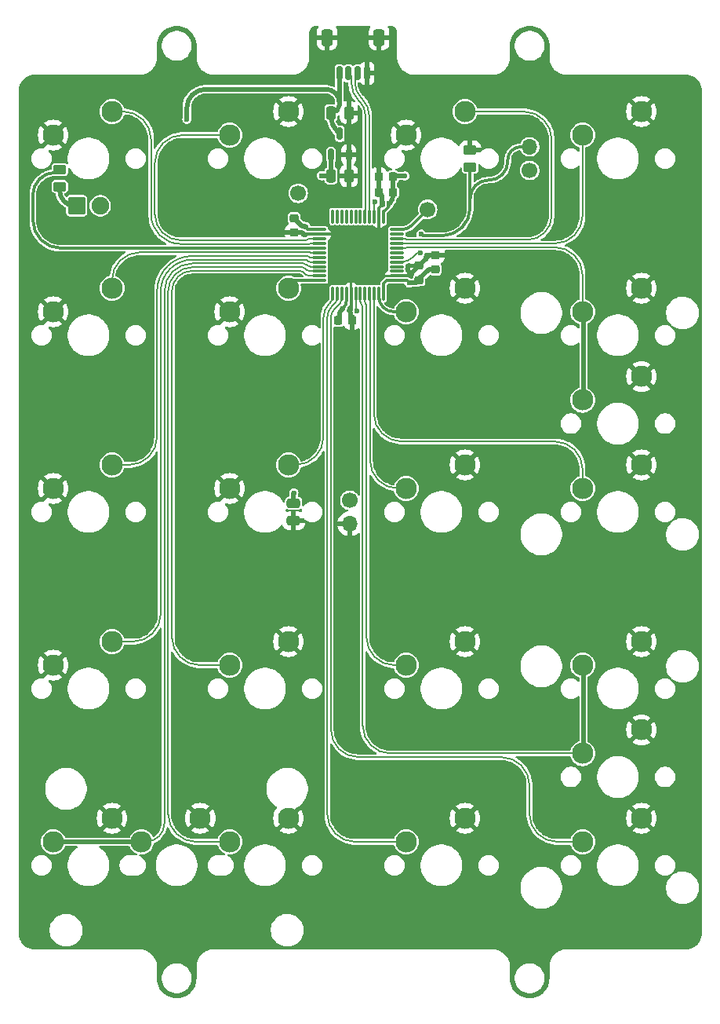
<source format=gbr>
%TF.GenerationSoftware,KiCad,Pcbnew,8.0.2*%
%TF.CreationDate,2025-12-13T15:13:10-08:00*%
%TF.ProjectId,mx-unsaver-numpad,6d782d75-6e73-4617-9665-722d6e756d70,rev?*%
%TF.SameCoordinates,Original*%
%TF.FileFunction,Copper,L2,Bot*%
%TF.FilePolarity,Positive*%
%FSLAX46Y46*%
G04 Gerber Fmt 4.6, Leading zero omitted, Abs format (unit mm)*
G04 Created by KiCad (PCBNEW 8.0.2) date 2025-12-13 15:13:10*
%MOMM*%
%LPD*%
G01*
G04 APERTURE LIST*
G04 Aperture macros list*
%AMRoundRect*
0 Rectangle with rounded corners*
0 $1 Rounding radius*
0 $2 $3 $4 $5 $6 $7 $8 $9 X,Y pos of 4 corners*
0 Add a 4 corners polygon primitive as box body*
4,1,4,$2,$3,$4,$5,$6,$7,$8,$9,$2,$3,0*
0 Add four circle primitives for the rounded corners*
1,1,$1+$1,$2,$3*
1,1,$1+$1,$4,$5*
1,1,$1+$1,$6,$7*
1,1,$1+$1,$8,$9*
0 Add four rect primitives between the rounded corners*
20,1,$1+$1,$2,$3,$4,$5,0*
20,1,$1+$1,$4,$5,$6,$7,0*
20,1,$1+$1,$6,$7,$8,$9,0*
20,1,$1+$1,$8,$9,$2,$3,0*%
G04 Aperture macros list end*
%TA.AperFunction,ComponentPad*%
%ADD10C,2.300000*%
%TD*%
%TA.AperFunction,ComponentPad*%
%ADD11C,1.700000*%
%TD*%
%TA.AperFunction,ComponentPad*%
%ADD12O,1.700000X1.700000*%
%TD*%
%TA.AperFunction,SMDPad,CuDef*%
%ADD13RoundRect,0.250000X0.450000X-0.262500X0.450000X0.262500X-0.450000X0.262500X-0.450000X-0.262500X0*%
%TD*%
%TA.AperFunction,SMDPad,CuDef*%
%ADD14RoundRect,0.250000X-0.250000X-0.475000X0.250000X-0.475000X0.250000X0.475000X-0.250000X0.475000X0*%
%TD*%
%TA.AperFunction,SMDPad,CuDef*%
%ADD15RoundRect,0.225000X0.225000X0.250000X-0.225000X0.250000X-0.225000X-0.250000X0.225000X-0.250000X0*%
%TD*%
%TA.AperFunction,ComponentPad*%
%ADD16RoundRect,0.285750X0.666750X0.666750X-0.666750X0.666750X-0.666750X-0.666750X0.666750X-0.666750X0*%
%TD*%
%TA.AperFunction,ComponentPad*%
%ADD17C,1.905000*%
%TD*%
%TA.AperFunction,SMDPad,CuDef*%
%ADD18RoundRect,0.250000X-0.475000X0.250000X-0.475000X-0.250000X0.475000X-0.250000X0.475000X0.250000X0*%
%TD*%
%TA.AperFunction,SMDPad,CuDef*%
%ADD19RoundRect,0.225000X0.250000X-0.225000X0.250000X0.225000X-0.250000X0.225000X-0.250000X-0.225000X0*%
%TD*%
%TA.AperFunction,SMDPad,CuDef*%
%ADD20RoundRect,0.225000X-0.225000X-0.250000X0.225000X-0.250000X0.225000X0.250000X-0.225000X0.250000X0*%
%TD*%
%TA.AperFunction,SMDPad,CuDef*%
%ADD21RoundRect,0.150000X0.150000X-0.512500X0.150000X0.512500X-0.150000X0.512500X-0.150000X-0.512500X0*%
%TD*%
%TA.AperFunction,SMDPad,CuDef*%
%ADD22RoundRect,0.075000X0.075000X-0.662500X0.075000X0.662500X-0.075000X0.662500X-0.075000X-0.662500X0*%
%TD*%
%TA.AperFunction,SMDPad,CuDef*%
%ADD23RoundRect,0.075000X0.662500X-0.075000X0.662500X0.075000X-0.662500X0.075000X-0.662500X-0.075000X0*%
%TD*%
%TA.AperFunction,SMDPad,CuDef*%
%ADD24RoundRect,0.150000X-0.150000X-0.625000X0.150000X-0.625000X0.150000X0.625000X-0.150000X0.625000X0*%
%TD*%
%TA.AperFunction,SMDPad,CuDef*%
%ADD25RoundRect,0.250000X-0.350000X-0.650000X0.350000X-0.650000X0.350000X0.650000X-0.350000X0.650000X0*%
%TD*%
%TA.AperFunction,SMDPad,CuDef*%
%ADD26RoundRect,0.225000X-0.250000X0.225000X-0.250000X-0.225000X0.250000X-0.225000X0.250000X0.225000X0*%
%TD*%
%TA.AperFunction,ViaPad*%
%ADD27C,0.600000*%
%TD*%
%TA.AperFunction,Conductor*%
%ADD28C,0.500000*%
%TD*%
%TA.AperFunction,Conductor*%
%ADD29C,0.300000*%
%TD*%
%TA.AperFunction,Conductor*%
%ADD30C,0.200000*%
%TD*%
G04 APERTURE END LIST*
D10*
%TO.P,MX10,1,1*%
%TO.N,GND*%
X34290000Y2540000D03*
%TO.P,MX10,2,2*%
%TO.N,SW14*%
X40640000Y5080000D03*
%TD*%
%TO.P,MX8,1,1*%
%TO.N,SW6*%
X15240000Y-73660000D03*
%TO.P,MX8,2,2*%
%TO.N,GND*%
X21590000Y-71120000D03*
%TD*%
%TO.P,MX11,1,1*%
%TO.N,SW19*%
X53340000Y-35560000D03*
%TO.P,MX11,2,2*%
%TO.N,GND*%
X59690000Y-33020000D03*
%TD*%
%TO.P,MX17,1,1*%
%TO.N,GND*%
X-3810000Y-35560000D03*
%TO.P,MX17,2,2*%
%TO.N,SW4*%
X2540000Y-33020000D03*
%TD*%
%TO.P,MX22,1,1*%
%TO.N,SW20*%
X53340000Y-64135000D03*
%TO.P,MX22,2,2*%
%TO.N,GND*%
X59690000Y-61595000D03*
%TD*%
%TO.P,MX20,1,1*%
%TO.N,SW16*%
X53340000Y-73660000D03*
%TO.P,MX20,2,2*%
%TO.N,GND*%
X59690000Y-71120000D03*
%TD*%
%TO.P,MX6,1,1*%
%TO.N,SW18*%
X53340000Y-16510000D03*
%TO.P,MX6,2,2*%
%TO.N,GND*%
X59690000Y-13970000D03*
%TD*%
%TO.P,MX9,1,1*%
%TO.N,SW10*%
X34290000Y-73660000D03*
%TO.P,MX9,2,2*%
%TO.N,GND*%
X40640000Y-71120000D03*
%TD*%
%TO.P,MX2,1,1*%
%TO.N,SW1*%
X-3810000Y-73660000D03*
%TO.P,MX2,2,2*%
%TO.N,GND*%
X2540000Y-71120000D03*
%TD*%
%TO.P,MX18,1,1*%
%TO.N,GND*%
X15240000Y-16510000D03*
%TO.P,MX18,2,2*%
%TO.N,SW8*%
X21590000Y-13970000D03*
%TD*%
D11*
%TO.P,J4,1,Pin_1*%
%TO.N,+3V3*%
X47625000Y-1270000D03*
D12*
%TO.P,J4,2,Pin_2*%
%TO.N,BOOT0*%
X47625000Y1270000D03*
%TD*%
D10*
%TO.P,MX1,1,1*%
%TO.N,SW17*%
X53340000Y2540000D03*
%TO.P,MX1,2,2*%
%TO.N,GND*%
X59690000Y5080000D03*
%TD*%
%TO.P,MX7,1,1*%
%TO.N,GND*%
X-3810000Y2540000D03*
%TO.P,MX7,2,2*%
%TO.N,SW2*%
X2540000Y5080000D03*
%TD*%
%TO.P,MX14,1,1*%
%TO.N,SW11*%
X34290000Y-16510000D03*
%TO.P,MX14,2,2*%
%TO.N,GND*%
X40640000Y-13970000D03*
%TD*%
%TO.P,MX13,1,1*%
%TO.N,SW7*%
X15240000Y2540000D03*
%TO.P,MX13,2,2*%
%TO.N,GND*%
X21590000Y5080000D03*
%TD*%
%TO.P,MX15,1,1*%
%TO.N,SW15*%
X34290000Y-35560000D03*
%TO.P,MX15,2,2*%
%TO.N,GND*%
X40640000Y-33020000D03*
%TD*%
%TO.P,MX12,1,1*%
%TO.N,GND*%
X-3810000Y-16510000D03*
%TO.P,MX12,2,2*%
%TO.N,SW3*%
X2540000Y-13970000D03*
%TD*%
%TO.P,MX21,1,1*%
%TO.N,SW1*%
X5715000Y-73660000D03*
%TO.P,MX21,2,2*%
%TO.N,GND*%
X12065000Y-71120000D03*
%TD*%
D11*
%TO.P,J3,1,Pin_1*%
%TO.N,NRST*%
X28210000Y-36830000D03*
D12*
%TO.P,J3,2,Pin_2*%
%TO.N,GND*%
X28210000Y-39370000D03*
%TD*%
D10*
%TO.P,MX3,1,1*%
%TO.N,GND*%
X-3810000Y-54610000D03*
%TO.P,MX3,2,2*%
%TO.N,SW5*%
X2540000Y-52070000D03*
%TD*%
%TO.P,MX16,1,1*%
%TO.N,SW20*%
X53340000Y-54610000D03*
%TO.P,MX16,2,2*%
%TO.N,GND*%
X59690000Y-52070000D03*
%TD*%
%TO.P,MX19,1,1*%
%TO.N,SW12*%
X34290000Y-54610000D03*
%TO.P,MX19,2,2*%
%TO.N,GND*%
X40640000Y-52070000D03*
%TD*%
%TO.P,MX23,1,1*%
%TO.N,SW18*%
X53340000Y-26035000D03*
%TO.P,MX23,2,2*%
%TO.N,GND*%
X59690000Y-23495000D03*
%TD*%
%TO.P,MX4,1,1*%
%TO.N,GND*%
X15240000Y-35560000D03*
%TO.P,MX4,2,2*%
%TO.N,SW9*%
X21590000Y-33020000D03*
%TD*%
%TO.P,MX5,1,1*%
%TO.N,SW13*%
X15240000Y-54610000D03*
%TO.P,MX5,2,2*%
%TO.N,GND*%
X21590000Y-52070000D03*
%TD*%
D13*
%TO.P,R1,1*%
%TO.N,BOOT0*%
X41200000Y-912500D03*
%TO.P,R1,2*%
%TO.N,GND*%
X41200000Y912500D03*
%TD*%
D14*
%TO.P,C9,1*%
%TO.N,+3V3*%
X26190000Y-1856250D03*
%TO.P,C9,2*%
%TO.N,GND*%
X28090000Y-1856250D03*
%TD*%
D11*
%TO.P,J2,1,Pin_1*%
%TO.N,SWC*%
X36610000Y-5480000D03*
%TD*%
%TO.P,J1,1,Pin_1*%
%TO.N,SWD*%
X22640000Y-3730000D03*
%TD*%
D15*
%TO.P,C1,1*%
%TO.N,+3V3*%
X32866945Y-3633872D03*
%TO.P,C1,2*%
%TO.N,GND*%
X31316945Y-3633872D03*
%TD*%
D13*
%TO.P,R2,1*%
%TO.N,Net-(D1-K)*%
X-3100000Y-3012500D03*
%TO.P,R2,2*%
%TO.N,LED_NUM*%
X-3100000Y-1187500D03*
%TD*%
D16*
%TO.P,D1,1,K*%
%TO.N,Net-(D1-K)*%
X-1270000Y-5080000D03*
D17*
%TO.P,D1,2,A*%
%TO.N,+5V*%
X1270000Y-5080000D03*
%TD*%
D18*
%TO.P,C3,1*%
%TO.N,NRST*%
X22150000Y-37150000D03*
%TO.P,C3,2*%
%TO.N,GND*%
X22150000Y-39050000D03*
%TD*%
D15*
%TO.P,C4,1*%
%TO.N,+3V3*%
X32866945Y-1936815D03*
%TO.P,C4,2*%
%TO.N,GND*%
X31316945Y-1936815D03*
%TD*%
D19*
%TO.P,C2,1*%
%TO.N,+3V3*%
X35698190Y-13106285D03*
%TO.P,C2,2*%
%TO.N,GND*%
X35698190Y-11556285D03*
%TD*%
D20*
%TO.P,C7,1*%
%TO.N,+3V3*%
X26915000Y-17480000D03*
%TO.P,C7,2*%
%TO.N,GND*%
X28465000Y-17480000D03*
%TD*%
D21*
%TO.P,U2,1,GND*%
%TO.N,GND*%
X28090000Y406250D03*
%TO.P,U2,2,VO*%
%TO.N,+3V3*%
X26190000Y406250D03*
%TO.P,U2,3,VI*%
%TO.N,+5V*%
X27140000Y2681250D03*
%TD*%
D22*
%TO.P,U1,1,VBAT*%
%TO.N,+3V3*%
X31850000Y-14562500D03*
%TO.P,U1,2,PC13*%
%TO.N,SW11*%
X31350000Y-14562500D03*
%TO.P,U1,3,PC14*%
%TO.N,SW19*%
X30850000Y-14562500D03*
%TO.P,U1,4,PC15*%
%TO.N,SW15*%
X30350000Y-14562500D03*
%TO.P,U1,5,PF0*%
%TO.N,SW12*%
X29850000Y-14562500D03*
%TO.P,U1,6,PF1*%
%TO.N,SW20*%
X29350000Y-14562500D03*
%TO.P,U1,7,NRST*%
%TO.N,NRST*%
X28850000Y-14562500D03*
%TO.P,U1,8,VSSA*%
%TO.N,GND*%
X28350000Y-14562500D03*
%TO.P,U1,9,VDDA*%
%TO.N,+3V3*%
X27850000Y-14562500D03*
%TO.P,U1,10,PA0*%
%TO.N,SW16*%
X27350000Y-14562500D03*
%TO.P,U1,11,PA1*%
%TO.N,SW10*%
X26850000Y-14562500D03*
%TO.P,U1,12,PA2*%
%TO.N,SW9*%
X26350000Y-14562500D03*
D23*
%TO.P,U1,13,PA3*%
%TO.N,SW8*%
X24937500Y-13150000D03*
%TO.P,U1,14,PA4*%
%TO.N,SW13*%
X24937500Y-12650000D03*
%TO.P,U1,15,PA5*%
%TO.N,SW6*%
X24937500Y-12150000D03*
%TO.P,U1,16,PA6*%
%TO.N,SW1*%
X24937500Y-11650000D03*
%TO.P,U1,17,PA7*%
%TO.N,SW5*%
X24937500Y-11150000D03*
%TO.P,U1,18,PB0*%
%TO.N,SW4*%
X24937500Y-10650000D03*
%TO.P,U1,19,PB1*%
%TO.N,SW3*%
X24937500Y-10150000D03*
%TO.P,U1,20,PB2*%
%TO.N,LED_NUM*%
X24937500Y-9650000D03*
%TO.P,U1,21,PB10*%
%TO.N,SW2*%
X24937500Y-9150000D03*
%TO.P,U1,22,PB11*%
%TO.N,SW7*%
X24937500Y-8650000D03*
%TO.P,U1,23,VSS*%
%TO.N,GND*%
X24937500Y-8150000D03*
%TO.P,U1,24,VDD*%
%TO.N,+3V3*%
X24937500Y-7650000D03*
D22*
%TO.P,U1,25,PB12*%
%TO.N,unconnected-(U1-PB12-Pad25)*%
X26350000Y-6237500D03*
%TO.P,U1,26,PB13*%
%TO.N,unconnected-(U1-PB13-Pad26)*%
X26850000Y-6237500D03*
%TO.P,U1,27,PB14*%
%TO.N,unconnected-(U1-PB14-Pad27)*%
X27350000Y-6237500D03*
%TO.P,U1,28,PB15*%
%TO.N,unconnected-(U1-PB15-Pad28)*%
X27850000Y-6237500D03*
%TO.P,U1,29,PA8*%
%TO.N,unconnected-(U1-PA8-Pad29)*%
X28350000Y-6237500D03*
%TO.P,U1,30,PA9*%
%TO.N,unconnected-(U1-PA9-Pad30)*%
X28850000Y-6237500D03*
%TO.P,U1,31,PA10*%
%TO.N,unconnected-(U1-PA10-Pad31)*%
X29350000Y-6237500D03*
%TO.P,U1,32,PA11*%
%TO.N,D-*%
X29850000Y-6237500D03*
%TO.P,U1,33,PA12*%
%TO.N,D+*%
X30350000Y-6237500D03*
%TO.P,U1,34,PA13*%
%TO.N,SWD*%
X30850000Y-6237500D03*
%TO.P,U1,35,VSS*%
%TO.N,GND*%
X31350000Y-6237500D03*
%TO.P,U1,36,VDDIO2*%
%TO.N,+3V3*%
X31850000Y-6237500D03*
D23*
%TO.P,U1,37,PA14*%
%TO.N,SWC*%
X33262500Y-7650000D03*
%TO.P,U1,38,PA15*%
%TO.N,unconnected-(U1-PA15-Pad38)*%
X33262500Y-8150000D03*
%TO.P,U1,39,PB3*%
%TO.N,SW14*%
X33262500Y-8650000D03*
%TO.P,U1,40,PB4*%
%TO.N,SW17*%
X33262500Y-9150000D03*
%TO.P,U1,41,PB5*%
%TO.N,SW18*%
X33262500Y-9650000D03*
%TO.P,U1,42,PB6*%
%TO.N,unconnected-(U1-PB6-Pad42)*%
X33262500Y-10150000D03*
%TO.P,U1,43,PB7*%
%TO.N,unconnected-(U1-PB7-Pad43)*%
X33262500Y-10650000D03*
%TO.P,U1,44,BOOT0*%
%TO.N,BOOT0*%
X33262500Y-11150000D03*
%TO.P,U1,45,PB8*%
%TO.N,unconnected-(U1-PB8-Pad45)*%
X33262500Y-11650000D03*
%TO.P,U1,46,PB9*%
%TO.N,unconnected-(U1-PB9-Pad46)*%
X33262500Y-12150000D03*
%TO.P,U1,47,VSS*%
%TO.N,GND*%
X33262500Y-12650000D03*
%TO.P,U1,48,VDD*%
%TO.N,+3V3*%
X33262500Y-13150000D03*
%TD*%
D14*
%TO.P,C8,1*%
%TO.N,+5V*%
X26190000Y4943750D03*
%TO.P,C8,2*%
%TO.N,GND*%
X28090000Y4943750D03*
%TD*%
D19*
%TO.P,C6,1*%
%TO.N,+3V3*%
X37465957Y-11945000D03*
%TO.P,C6,2*%
%TO.N,GND*%
X37465957Y-10395000D03*
%TD*%
D24*
%TO.P,J5,1,Pin_1*%
%TO.N,+5V*%
X27075000Y9200000D03*
%TO.P,J5,2,Pin_2*%
%TO.N,D-*%
X28075000Y9200000D03*
%TO.P,J5,3,Pin_3*%
%TO.N,D+*%
X29075000Y9200000D03*
%TO.P,J5,4,Pin_4*%
%TO.N,GND*%
X30075000Y9200000D03*
D25*
%TO.P,J5,MP,MountPin*%
X25775000Y13075000D03*
X31375000Y13075000D03*
%TD*%
D26*
%TO.P,C5,1*%
%TO.N,+3V3*%
X22180000Y-6415000D03*
%TO.P,C5,2*%
%TO.N,GND*%
X22180000Y-7965000D03*
%TD*%
D27*
%TO.N,GND*%
X28070000Y3540000D03*
X34637530Y-12543417D03*
X30070000Y10660000D03*
X27910000Y6600000D03*
X36476007Y-10704940D03*
X28090000Y-666250D03*
X29140000Y-3490000D03*
X31696212Y-4972346D03*
X23190000Y-8150000D03*
X28198992Y-16375067D03*
X31290000Y-790000D03*
%TO.N,+3V3*%
X27425394Y-16171227D03*
X23448987Y-7360536D03*
X34637530Y-13391945D03*
X32483281Y-4829076D03*
X25160000Y-1840000D03*
X34140000Y-1860000D03*
%TO.N,NRST*%
X28995376Y-16452469D03*
X22160000Y-36040000D03*
%TO.N,+5V*%
X10620000Y4250000D03*
%TO.N,BOOT0*%
X35920000Y-8150001D03*
X35810000Y-10150001D03*
%TO.N,SWD*%
X30949998Y-4683956D03*
%TD*%
D28*
%TO.N,GND*%
X30075000Y10660000D02*
X30070000Y10660000D01*
D29*
X34530947Y-12649999D02*
X34637530Y-12543417D01*
D28*
X31699999Y-4016926D02*
X31699999Y-4972347D01*
X28090000Y3540000D02*
X28070000Y3540000D01*
D29*
X28350000Y-16375067D02*
X28198992Y-16375067D01*
X28465000Y-17480000D02*
X28198992Y-17480000D01*
D28*
X28090000Y-1856250D02*
X28090000Y-666250D01*
X28090000Y4943750D02*
X28090000Y3540000D01*
X36785947Y-10395000D02*
X37465957Y-10395000D01*
D29*
X28350000Y-15740000D02*
X28350000Y-16165860D01*
X31349999Y-5318559D02*
X31696212Y-4972346D01*
D28*
X31316945Y-3633872D02*
X31699999Y-4016926D01*
X31316945Y-1936815D02*
X31316945Y-816945D01*
D29*
X28350000Y-14562500D02*
X28350000Y-15740000D01*
D28*
X30075000Y9200000D02*
X30075000Y10660000D01*
X23005000Y-7965000D02*
X23190000Y-8150000D01*
X34711057Y-12543417D02*
X34637530Y-12543417D01*
X36476007Y-10704940D02*
X36785947Y-10395000D01*
D29*
X31349999Y-6237500D02*
X31349999Y-5318559D01*
X28350000Y-15740000D02*
X28350000Y-16375067D01*
D28*
X22180000Y-7965000D02*
X23005000Y-7965000D01*
X28090000Y406250D02*
X28090000Y-666250D01*
X31316945Y-1936815D02*
X31316945Y-3633872D01*
D29*
X28198992Y-17480000D02*
X28198992Y-16375067D01*
D28*
X35698190Y-11556285D02*
X34711057Y-12543417D01*
D29*
X24937500Y-8150000D02*
X23190000Y-8150000D01*
D28*
X35698190Y-11556285D02*
X36476007Y-10778467D01*
D29*
X31349999Y-6237500D02*
X31350001Y-5497138D01*
D28*
X31316945Y-816945D02*
X31290000Y-790000D01*
D29*
X33262500Y-12649999D02*
X34530947Y-12649999D01*
X24937500Y-8150000D02*
X23440000Y-8150000D01*
D28*
X36476007Y-10778467D02*
X36476007Y-10704940D01*
%TO.N,+3V3*%
X27074304Y-17493165D02*
X27074304Y-16936531D01*
X35412530Y-13391945D02*
X34637530Y-13391945D01*
X32866945Y-1936815D02*
X32866945Y-1816945D01*
D29*
X23448987Y-7371013D02*
X23448987Y-7360536D01*
D28*
X32574053Y-4738304D02*
X32483281Y-4829076D01*
X32866945Y-1816945D02*
X32762893Y-1712893D01*
X23020000Y-7265000D02*
X23020000Y-7255000D01*
D29*
X32192469Y-13150000D02*
X33262500Y-13150000D01*
D28*
X35698190Y-13106285D02*
X35412530Y-13391945D01*
D29*
X33262500Y-13150000D02*
X34395585Y-13150000D01*
X34395585Y-13150000D02*
X34637530Y-13391945D01*
X32483281Y-5104517D02*
X32483281Y-4829076D01*
D28*
X23448987Y-7360536D02*
X23353451Y-7265000D01*
D29*
X23420000Y-7400000D02*
X23448987Y-7371013D01*
X31850000Y-14562500D02*
X31850000Y-13492469D01*
D28*
X26190000Y-1856250D02*
X26190000Y406250D01*
D29*
X24937500Y-7649999D02*
X24937498Y-7650001D01*
X23670000Y-7650000D02*
X23420000Y-7400000D01*
D28*
X32866945Y-1860000D02*
X32866945Y-1936815D01*
X27367197Y-16229424D02*
X27425394Y-16171227D01*
X32866946Y-3633872D02*
X32866946Y-1936815D01*
X35698190Y-13106285D02*
X35698190Y-12992113D01*
X32866946Y-3633872D02*
X32866946Y-4031197D01*
D29*
X24937500Y-7650000D02*
X23670000Y-7650000D01*
X27850000Y-14562500D02*
X27850000Y-15332407D01*
D28*
X35698190Y-12992113D02*
X36745303Y-11945000D01*
D29*
X27557107Y-16039514D02*
X27425394Y-16171227D01*
D28*
X26190000Y-1856250D02*
X25160000Y-1856250D01*
D29*
X31850000Y-5737797D02*
X32245118Y-5342679D01*
D28*
X34140000Y-1860000D02*
X32866945Y-1860000D01*
X23020000Y-7255000D02*
X22180000Y-6415000D01*
X23353451Y-7265000D02*
X23020000Y-7265000D01*
X22180000Y-6570000D02*
X22180000Y-6535000D01*
D29*
X31850000Y-13492469D02*
X32192469Y-13150000D01*
X31850000Y-6237500D02*
X31850000Y-5737797D01*
D28*
X36745303Y-11945000D02*
X37465957Y-11945000D01*
X25160000Y-1856250D02*
X25160000Y-1840000D01*
D29*
X32245118Y-5342679D02*
X32483281Y-5104517D01*
D28*
X27367197Y-16229424D02*
G75*
G03*
X27074324Y-16936531I707103J-707076D01*
G01*
X32866946Y-4031197D02*
G75*
G02*
X32574064Y-4738315I-1000046J-3D01*
G01*
D29*
X27850000Y-15332407D02*
G75*
G02*
X27557103Y-16039510I-1000000J7D01*
G01*
D30*
%TO.N,NRST*%
X28850000Y-16307093D02*
X28995376Y-16452469D01*
D28*
X22150000Y-37150000D02*
X22150000Y-36040000D01*
D30*
X28850000Y-14562500D02*
X28850000Y-16307093D01*
D28*
X22150000Y-36040000D02*
X22160000Y-36040000D01*
%TO.N,+5V*%
X26275000Y4943750D02*
X26190000Y4943750D01*
X26190000Y4459677D02*
X26190000Y4943750D01*
X27075000Y5743750D02*
X27075000Y5970000D01*
X10620000Y4250000D02*
X10620000Y5470000D01*
X27140000Y2681250D02*
X26775786Y3045464D01*
X27075000Y5743750D02*
X27075000Y9200000D01*
X12620000Y7470000D02*
X25675000Y7470000D01*
X26190000Y4459677D02*
G75*
G03*
X26775797Y3045475I2000000J23D01*
G01*
X10620000Y5470000D02*
G75*
G02*
X12620000Y7470000I2000000J0D01*
G01*
X26275000Y4943750D02*
G75*
G03*
X27075050Y5743750I0J800050D01*
G01*
X25675000Y7470000D02*
G75*
G02*
X27075000Y6070000I0J-1400000D01*
G01*
D30*
%TO.N,SW1*%
X8200000Y-71660000D02*
X8200000Y-14300000D01*
D28*
X-3810000Y-73660000D02*
X5715000Y-73660000D01*
D30*
X11200000Y-11300000D02*
X23195836Y-11300000D01*
X23549390Y-11446447D02*
X23606496Y-11503553D01*
X5715000Y-73660000D02*
X6200000Y-73660000D01*
X23960049Y-11649999D02*
X24937500Y-11649999D01*
X6200000Y-73660000D02*
G75*
G03*
X8200000Y-71660000I0J2000000D01*
G01*
X23960049Y-11649999D02*
G75*
G02*
X23606472Y-11503577I-49J499999D01*
G01*
X23549390Y-11446447D02*
G75*
G03*
X23195836Y-11299974I-353590J-353553D01*
G01*
X8200000Y-14300000D02*
G75*
G02*
X11200000Y-11300000I3000000J0D01*
G01*
%TO.N,SW2*%
X24937500Y-9150001D02*
X23849999Y-9150001D01*
X23849999Y-9150001D02*
X23800000Y-9200000D01*
X23800000Y-9200000D02*
X9960000Y-9200000D01*
X3760000Y5080000D02*
X2540000Y5080000D01*
X6760000Y-6000000D02*
X6760000Y2080000D01*
X9960000Y-9200000D02*
G75*
G02*
X6760000Y-6000000I0J3200000D01*
G01*
X3760000Y5080000D02*
G75*
G02*
X6760000Y2080000I0J-3000000D01*
G01*
%TO.N,SW3*%
X23950000Y-10150000D02*
X24937500Y-10150000D01*
X2540000Y-13970000D02*
X2540000Y-13100000D01*
X5540000Y-10100000D02*
X23900000Y-10100000D01*
X23900000Y-10100000D02*
X23950000Y-10150000D01*
X2540000Y-13100000D02*
G75*
G02*
X5540000Y-10100000I3000000J0D01*
G01*
%TO.N,SW4*%
X11200000Y-10500000D02*
X23651471Y-10500000D01*
X24200000Y-10650000D02*
X23932671Y-10650000D01*
X7400000Y-30020000D02*
X7400000Y-14300000D01*
X24937500Y-10650000D02*
X24200000Y-10650000D01*
X23967157Y-10650000D02*
X24937500Y-10650000D01*
X2540000Y-33020000D02*
X4400000Y-33020000D01*
X23792893Y-10558579D02*
X23825736Y-10591422D01*
X23825736Y-10591422D02*
G75*
G03*
X23967157Y-10650031I141464J141422D01*
G01*
X4400000Y-33020000D02*
G75*
G03*
X7400000Y-30020000I0J3000000D01*
G01*
X23651471Y-10500000D02*
G75*
G02*
X23792907Y-10558565I29J-200000D01*
G01*
X11200000Y-10500000D02*
G75*
G03*
X7400000Y-14300000I0J-3800000D01*
G01*
%TO.N,SW5*%
X23934314Y-11150000D02*
X24937500Y-11150000D01*
X23730761Y-11062132D02*
X23656497Y-10987868D01*
X7800000Y-14300000D02*
X7800000Y-49070000D01*
X24937500Y-11150000D02*
X23942893Y-11150000D01*
X4800000Y-52070000D02*
X2540000Y-52070000D01*
X23444365Y-10900000D02*
X11200000Y-10900000D01*
X4800000Y-52070000D02*
G75*
G03*
X7800000Y-49070000I0J3000000D01*
G01*
X23942893Y-11150000D02*
G75*
G02*
X23730764Y-11062129I7J300000D01*
G01*
X23444365Y-10900000D02*
G75*
G02*
X23656515Y-10987850I35J-300000D01*
G01*
X11200000Y-10900000D02*
G75*
G03*
X7800000Y-14300000I0J-3400000D01*
G01*
%TO.N,SW6*%
X15240000Y-73660000D02*
X11600000Y-73660000D01*
X11200000Y-11700000D02*
X23030150Y-11700000D01*
X23383704Y-11846447D02*
X23540811Y-12003554D01*
X23894364Y-12150000D02*
X24937500Y-12150000D01*
X8600000Y-70660000D02*
X8600000Y-14300000D01*
X23540811Y-12003554D02*
G75*
G03*
X23894364Y-12150026I353589J353554D01*
G01*
X11600000Y-73660000D02*
G75*
G02*
X8600000Y-70660000I0J3000000D01*
G01*
X11200000Y-11700000D02*
G75*
G03*
X8600000Y-14300000I0J-2600000D01*
G01*
X23383704Y-11846447D02*
G75*
G03*
X23030150Y-11700035I-353504J-353553D01*
G01*
%TO.N,SW7*%
X23598579Y-8741421D02*
X23631422Y-8708578D01*
X7160000Y-460000D02*
X7160000Y-6000000D01*
X15240000Y2540000D02*
X10160000Y2540000D01*
X9960000Y-8800000D02*
X23457157Y-8800000D01*
X23772843Y-8650000D02*
X24937500Y-8650000D01*
X23631422Y-8708578D02*
G75*
G02*
X23772843Y-8650030I141378J-141422D01*
G01*
X7160000Y-6000000D02*
G75*
G03*
X9960000Y-8800000I2800000J0D01*
G01*
X23598579Y-8741421D02*
G75*
G02*
X23457157Y-8799970I-141379J141421D01*
G01*
X7160000Y-460000D02*
G75*
G02*
X10160000Y2540000I3000000J0D01*
G01*
D29*
%TO.N,SW8*%
X21590000Y-13150000D02*
X21590000Y-13970000D01*
X24937500Y-13150000D02*
X21590000Y-13150000D01*
D30*
%TO.N,SW9*%
X25365000Y-17162991D02*
X25365000Y-30020000D01*
X26349999Y-14562500D02*
X26349999Y-14891251D01*
X22365000Y-33020000D02*
X21590000Y-33020000D01*
X26350000Y-14562500D02*
X26350000Y-14852507D01*
X26057107Y-15559614D02*
X26009365Y-15607356D01*
X25365000Y-30020000D02*
G75*
G02*
X22365000Y-33020000I-3000000J0D01*
G01*
X26350000Y-14852507D02*
G75*
G02*
X26057103Y-15559610I-1000000J7D01*
G01*
X26009365Y-15607356D02*
G75*
G03*
X25364994Y-17162991I1555635J-1555644D01*
G01*
%TO.N,SW13*%
X22864464Y-12100000D02*
X11200000Y-12100000D01*
X23218018Y-12246447D02*
X23475125Y-12503554D01*
X12000000Y-54610000D02*
X15240000Y-54610000D01*
X24937500Y-12650000D02*
X23828678Y-12650000D01*
X9000000Y-14300000D02*
X9000000Y-51610000D01*
X23218018Y-12246447D02*
G75*
G03*
X22864464Y-12100025I-353518J-353553D01*
G01*
X11200000Y-12100000D02*
G75*
G03*
X9000000Y-14300000I0J-2200000D01*
G01*
X23475125Y-12503554D02*
G75*
G03*
X23828678Y-12650016I353575J353554D01*
G01*
X12000000Y-54610000D02*
G75*
G02*
X9000000Y-51610000I0J3000000D01*
G01*
%TO.N,SW10*%
X28765000Y-73660000D02*
X34290000Y-73660000D01*
X25765000Y-17162991D02*
X25765000Y-70660000D01*
X26850000Y-14562500D02*
X26850000Y-15083879D01*
X26674264Y-15508143D02*
X26292208Y-15890199D01*
X26292208Y-15890199D02*
G75*
G03*
X25764994Y-17162991I1272792J-1272801D01*
G01*
X26850000Y-15083879D02*
G75*
G02*
X26674275Y-15508154I-600000J-21D01*
G01*
X25765000Y-70660000D02*
G75*
G03*
X28765000Y-73660000I3000000J0D01*
G01*
%TO.N,SW14*%
X33262500Y-8649999D02*
X33262500Y-8650000D01*
X47000000Y5080000D02*
X40640000Y5080000D01*
X50000000Y-6150001D02*
X50000000Y2080000D01*
X33262500Y-8650000D02*
X34212570Y-8650000D01*
X34212570Y-8650000D02*
X34312571Y-8750001D01*
X34312571Y-8750001D02*
X47400000Y-8750001D01*
X47000000Y5080000D02*
G75*
G02*
X50000000Y2080000I0J-3000000D01*
G01*
X50000000Y-6150001D02*
G75*
G02*
X47400000Y-8750000I-2600000J1D01*
G01*
D29*
%TO.N,SW11*%
X32950000Y-16510000D02*
X34290000Y-16510000D01*
X31350000Y-14562500D02*
X31350000Y-14910000D01*
X31350000Y-14910000D02*
G75*
G03*
X32950000Y-16510000I1600000J0D01*
G01*
D30*
%TO.N,SW15*%
X30400000Y-14612501D02*
X30400000Y-32560000D01*
X30349999Y-14562500D02*
X30400000Y-14612501D01*
X33400000Y-35560000D02*
X34290000Y-35560000D01*
X33400000Y-35560000D02*
G75*
G02*
X30400000Y-32560000I0J3000000D01*
G01*
%TO.N,SW12*%
X29908579Y-15592641D02*
X29941422Y-15625484D01*
X30000000Y-15766905D02*
X30000000Y-51610000D01*
X29850000Y-14562500D02*
X29850000Y-15451219D01*
X33000000Y-54610000D02*
X34290000Y-54610000D01*
X29908579Y-15592641D02*
G75*
G02*
X29849986Y-15451219I141421J141441D01*
G01*
X30000000Y-15766905D02*
G75*
G03*
X29941424Y-15625482I-200000J5D01*
G01*
X30000000Y-51610000D02*
G75*
G03*
X33000000Y-54610000I3000000J0D01*
G01*
%TO.N,SW16*%
X26165000Y-61535819D02*
X26165000Y-33600000D01*
X26575050Y-16173043D02*
X27174264Y-15573829D01*
X44600000Y-64535819D02*
X29165000Y-64535819D01*
X26165000Y-33600000D02*
X26165000Y-17162992D01*
X53340000Y-73660000D02*
X50600000Y-73660000D01*
X47600000Y-70660000D02*
X47600000Y-67535819D01*
X27350000Y-15149565D02*
X27350000Y-14562500D01*
X50600000Y-73660000D02*
G75*
G02*
X47600000Y-70660000I0J3000000D01*
G01*
X47600000Y-67535819D02*
G75*
G03*
X44600000Y-64535820I-3000000J-1D01*
G01*
X26165000Y-17162992D02*
G75*
G02*
X26575054Y-16173047I1400000J-8D01*
G01*
X27174264Y-15573829D02*
G75*
G03*
X27349975Y-15149565I-424264J424229D01*
G01*
X26165000Y-61535819D02*
G75*
G03*
X29165000Y-64535820I3000000J-1D01*
G01*
%TO.N,SW17*%
X53340000Y-6150001D02*
X53340000Y2540000D01*
X33262500Y-9150001D02*
X50340000Y-9150001D01*
X50340000Y-9150001D02*
G75*
G03*
X53340001Y-6150001I0J3000001D01*
G01*
%TO.N,SW18*%
X53340000Y-12550001D02*
X53340000Y-16510000D01*
X34300000Y-9550001D02*
X50340000Y-9550001D01*
X33262500Y-9650000D02*
X34030000Y-9650000D01*
D28*
X53340000Y-26035000D02*
X53445000Y-26035000D01*
D30*
X34030000Y-9650000D02*
X34035000Y-9645000D01*
X33262500Y-9650000D02*
X34200001Y-9650000D01*
D28*
X53445000Y-16510000D02*
X53340000Y-16510000D01*
X53445000Y-26035000D02*
X53445000Y-16510000D01*
D30*
X34200001Y-9650000D02*
X34300000Y-9550001D01*
X50340000Y-9550001D02*
G75*
G02*
X53339999Y-12550001I0J-2999999D01*
G01*
%TO.N,SW19*%
X30850000Y-14562500D02*
X30850000Y-15520000D01*
X30850000Y-15520000D02*
X30800000Y-15570000D01*
X33800000Y-30500000D02*
X50340000Y-30500000D01*
X30800000Y-15570000D02*
X30800000Y-27500000D01*
X30850000Y-14562500D02*
X30850000Y-15398093D01*
X53340000Y-33500000D02*
X53340000Y-35560000D01*
X53340000Y-33500000D02*
G75*
G03*
X50340000Y-30500000I-3000000J0D01*
G01*
X30800000Y-27500000D02*
G75*
G03*
X33800000Y-30500000I3000000J0D01*
G01*
%TO.N,SW20*%
X29350000Y-14562500D02*
X29350000Y-15434063D01*
X29467158Y-15716906D02*
X29482843Y-15732591D01*
X29600000Y-16015433D02*
X29600000Y-61135000D01*
D28*
X53445000Y-54610000D02*
X53445000Y-64135000D01*
D30*
X32600000Y-64135000D02*
X53340000Y-64135000D01*
D28*
X53445000Y-64135000D02*
X53340000Y-64135000D01*
X53340000Y-54610000D02*
X53445000Y-54610000D01*
D30*
X32600000Y-64135000D02*
G75*
G02*
X29600000Y-61135000I0J3000000D01*
G01*
X29467158Y-15716906D02*
G75*
G02*
X29350026Y-15434063I282842J282806D01*
G01*
X29482843Y-15732591D02*
G75*
G02*
X29599976Y-16015433I-282843J-282809D01*
G01*
D28*
%TO.N,Net-(D1-K)*%
X-3100000Y-3012500D02*
X-3100000Y-3480000D01*
X-1500000Y-5080000D02*
X-1270000Y-5080000D01*
X-3100000Y-3012500D02*
X-3100000Y-2900000D01*
X-1500000Y-5080000D02*
G75*
G02*
X-3100000Y-3480000I-1J1599999D01*
G01*
D30*
%TO.N,D-*%
X29850000Y-6237500D02*
X29899999Y-6187500D01*
X28380000Y8136955D02*
X28380000Y8895000D01*
X29899999Y-6187500D02*
X29899999Y4628731D01*
X28380000Y8895000D02*
X28075000Y9200000D01*
X29255634Y6184366D02*
X29141522Y6298478D01*
X29255634Y6184366D02*
G75*
G02*
X29900021Y4628731I-1555634J-1555666D01*
G01*
X28380000Y8136955D02*
G75*
G03*
X29141519Y6298475I2600000J-5D01*
G01*
%TO.N,D+*%
X30349999Y-6237500D02*
X30300000Y-6187500D01*
X28780000Y8905000D02*
X29075000Y9200000D01*
X28780000Y8136956D02*
X28780000Y8905000D01*
X29538477Y6467209D02*
X29424365Y6581321D01*
X30300000Y-6187500D02*
X30300000Y4628731D01*
X28780000Y8136956D02*
G75*
G03*
X29424367Y6581323I2200000J4D01*
G01*
X30300000Y4628731D02*
G75*
G03*
X29538477Y6467209I-2600000J-1D01*
G01*
%TO.N,BOOT0*%
X35519999Y-10150001D02*
X35810000Y-10150001D01*
D29*
X45260000Y-310000D02*
X45260000Y-130000D01*
X43260000Y-2310000D02*
X43200000Y-2310000D01*
X46660000Y1270000D02*
X47625000Y1270000D01*
X35920000Y-8150001D02*
X36070000Y-8300001D01*
X36070000Y-8300001D02*
X38200000Y-8300001D01*
X41200000Y-5300001D02*
X41200000Y-4310000D01*
D30*
X33262500Y-11150000D02*
X33691573Y-11150000D01*
X35105787Y-10564213D02*
X35519999Y-10150001D01*
D29*
X41200000Y-4310000D02*
X41200000Y-852500D01*
X45260000Y-310000D02*
G75*
G02*
X43260000Y-2310000I-2000000J0D01*
G01*
X41200000Y-4310000D02*
G75*
G02*
X43200000Y-2310000I2000000J0D01*
G01*
X46660000Y1270000D02*
G75*
G03*
X45260000Y-130000I0J-1400000D01*
G01*
X41200000Y-5300001D02*
G75*
G02*
X38200000Y-8300000I-3000000J1D01*
G01*
D30*
X33691573Y-11150000D02*
G75*
G03*
X35105801Y-10564227I27J2000000D01*
G01*
D29*
%TO.N,LED_NUM*%
X-6000000Y-6650000D02*
X-6000000Y-3900000D01*
X-3100000Y-1500000D02*
X-3100000Y-1187500D01*
D30*
X-3100000Y-1500000D02*
X-3300000Y-1500000D01*
D29*
X-3412500Y-1500000D02*
X-3100000Y-1187500D01*
X-3600000Y-1500000D02*
X-3412500Y-1500000D01*
X24937500Y-9650000D02*
X-3000000Y-9650000D01*
X-6000000Y-6650000D02*
G75*
G03*
X-3000000Y-9650000I3000001J1D01*
G01*
X-6000000Y-3900000D02*
G75*
G02*
X-3600000Y-1500000I2400001J-1D01*
G01*
D30*
%TO.N,SWD*%
X30850000Y-4783954D02*
X30949998Y-4683956D01*
X30850000Y-4935954D02*
X30950000Y-4835953D01*
X30850000Y-5260217D02*
X30850000Y-4783954D01*
X30850000Y-6237500D02*
X30850000Y-5260217D01*
X30850000Y-5260217D02*
X30850000Y-4935954D01*
%TO.N,SWC*%
X33262500Y-7649999D02*
X33874093Y-7649999D01*
D29*
X34908629Y-7181371D02*
X36610000Y-5480000D01*
X33262500Y-7650000D02*
X33777258Y-7650000D01*
D30*
X33262500Y-7649999D02*
X33591251Y-7649999D01*
D29*
X33777258Y-7650000D02*
G75*
G03*
X34908650Y-7181392I42J1600000D01*
G01*
%TD*%
%TA.AperFunction,Conductor*%
%TO.N,GND*%
G36*
X31984408Y-4543147D02*
G01*
X32016531Y-4595222D01*
X32011911Y-4656232D01*
X32010389Y-4659741D01*
X31998115Y-4686616D01*
X31998115Y-4686619D01*
X31977634Y-4829073D01*
X31977634Y-4829078D01*
X31998114Y-4971528D01*
X31998116Y-4971533D01*
X32007956Y-4993080D01*
X32014930Y-5053866D01*
X31987906Y-5104209D01*
X31964647Y-5127468D01*
X31964644Y-5127470D01*
X31948604Y-5143509D01*
X31894087Y-5171285D01*
X31833655Y-5161711D01*
X31818336Y-5152045D01*
X31714981Y-5072738D01*
X31714977Y-5072736D01*
X31575109Y-5014801D01*
X31575102Y-5014799D01*
X31494700Y-5004214D01*
X31439475Y-4977873D01*
X31410281Y-4924102D01*
X31417570Y-4864934D01*
X31435163Y-4826413D01*
X31441033Y-4785583D01*
X31454233Y-4693782D01*
X31481229Y-4638874D01*
X31535343Y-4610321D01*
X31552225Y-4608871D01*
X31590267Y-4608871D01*
X31689542Y-4598729D01*
X31689554Y-4598726D01*
X31850430Y-4545418D01*
X31868358Y-4534359D01*
X31927811Y-4519900D01*
X31984408Y-4543147D01*
G37*
%TD.AperFunction*%
%TA.AperFunction,Conductor*%
G36*
X24794334Y14305502D02*
G01*
X24830298Y14256002D01*
X24830298Y14194816D01*
X24820404Y14173436D01*
X24740642Y14044122D01*
X24685493Y13877693D01*
X24675000Y13774987D01*
X24675000Y13325001D01*
X24675001Y13325000D01*
X26874998Y13325000D01*
X26874999Y13325001D01*
X26874999Y13774986D01*
X26864507Y13877687D01*
X26864504Y13877699D01*
X26809357Y14044122D01*
X26729596Y14173436D01*
X26715140Y14232890D01*
X26738390Y14289485D01*
X26790466Y14321606D01*
X26813857Y14324409D01*
X30336143Y14324409D01*
X30394334Y14305502D01*
X30430298Y14256002D01*
X30430298Y14194816D01*
X30420404Y14173436D01*
X30340642Y14044122D01*
X30285493Y13877693D01*
X30275000Y13774987D01*
X30275000Y13325001D01*
X30275001Y13325000D01*
X32474998Y13325000D01*
X32474999Y13325001D01*
X32474999Y13774986D01*
X32464507Y13877687D01*
X32464504Y13877699D01*
X32409357Y14044122D01*
X32329596Y14173436D01*
X32315140Y14232890D01*
X32338390Y14289485D01*
X32390466Y14321606D01*
X32413857Y14324409D01*
X32570193Y14324409D01*
X32579821Y14323940D01*
X32599766Y14321990D01*
X32710464Y14311172D01*
X32729351Y14307445D01*
X32850403Y14271032D01*
X32868213Y14263720D01*
X32979930Y14204565D01*
X32995988Y14193944D01*
X33094145Y14114284D01*
X33107844Y14100755D01*
X33188724Y14003606D01*
X33199545Y13987683D01*
X33260096Y13876711D01*
X33267630Y13858995D01*
X33305556Y13738410D01*
X33309519Y13719569D01*
X33323902Y13589268D01*
X33324500Y13578406D01*
X33324500Y10850749D01*
X33324505Y10850681D01*
X33324504Y10787678D01*
X33324504Y10787669D01*
X33356161Y10547161D01*
X33356163Y10547147D01*
X33388548Y10426280D01*
X33418942Y10312841D01*
X33418946Y10312828D01*
X33418950Y10312814D01*
X33511778Y10088702D01*
X33633078Y9878605D01*
X33633081Y9878600D01*
X33780759Y9686147D01*
X33952303Y9514610D01*
X34144772Y9366933D01*
X34354872Y9245643D01*
X34579009Y9152817D01*
X34813331Y9090047D01*
X35053851Y9058399D01*
X35053854Y9058399D01*
X35053855Y9058399D01*
X35175152Y9058409D01*
X43579322Y9058409D01*
X43581894Y9058189D01*
X43610725Y9058314D01*
X43610740Y9058314D01*
X43633044Y9058407D01*
X43633286Y9058408D01*
X43633696Y9058409D01*
X43689905Y9058409D01*
X43692335Y9058652D01*
X43753989Y9058909D01*
X43829120Y9069104D01*
X43993703Y9091437D01*
X44184056Y9143178D01*
X44227135Y9154888D01*
X44227136Y9154888D01*
X44227138Y9154889D01*
X44450327Y9248187D01*
X44450329Y9248188D01*
X44450331Y9248189D01*
X44659466Y9369740D01*
X44659473Y9369744D01*
X44851015Y9517491D01*
X44851016Y9517492D01*
X44958497Y9625440D01*
X45021697Y9688914D01*
X45168612Y9881095D01*
X45289262Y10090765D01*
X45374115Y10296247D01*
X45381593Y10314355D01*
X45423737Y10472098D01*
X45444033Y10548063D01*
X45475522Y10787910D01*
X45475500Y10908862D01*
X45475500Y10953032D01*
X45475500Y12171619D01*
X45475713Y12178106D01*
X45483781Y12300965D01*
X46024500Y12300965D01*
X46024500Y12049034D01*
X46063908Y11800219D01*
X46141759Y11560620D01*
X46256128Y11336157D01*
X46404206Y11132345D01*
X46582345Y10954206D01*
X46786157Y10806128D01*
X47010620Y10691759D01*
X47250219Y10613908D01*
X47499035Y10574500D01*
X47499038Y10574500D01*
X47750965Y10574500D01*
X47999780Y10613908D01*
X48239379Y10691759D01*
X48463842Y10806128D01*
X48525258Y10850749D01*
X48667656Y10954207D01*
X48845793Y11132344D01*
X48993870Y11336155D01*
X49108241Y11560621D01*
X49186090Y11800215D01*
X49191232Y11832680D01*
X49225500Y12049034D01*
X49225500Y12300965D01*
X49186091Y12549780D01*
X49186090Y12549781D01*
X49186090Y12549785D01*
X49108241Y12789379D01*
X48993870Y13013845D01*
X48845793Y13217656D01*
X48667656Y13395793D01*
X48463845Y13543870D01*
X48239379Y13658241D01*
X47999785Y13736090D01*
X47999781Y13736090D01*
X47999780Y13736091D01*
X47750965Y13775500D01*
X47750962Y13775500D01*
X47499038Y13775500D01*
X47499035Y13775500D01*
X47250219Y13736091D01*
X47250216Y13736090D01*
X47250215Y13736090D01*
X47010621Y13658241D01*
X46786155Y13543870D01*
X46582344Y13395793D01*
X46404207Y13217656D01*
X46404206Y13217654D01*
X46256128Y13013842D01*
X46141759Y12789379D01*
X46063908Y12549780D01*
X46024500Y12300965D01*
X45483781Y12300965D01*
X45493533Y12449483D01*
X45495230Y12462347D01*
X45547752Y12725872D01*
X45551116Y12738402D01*
X45637649Y12992795D01*
X45642623Y13004779D01*
X45756098Y13234375D01*
X45761684Y13245677D01*
X45768183Y13256907D01*
X45917723Y13480160D01*
X45925634Y13490443D01*
X46103087Y13692225D01*
X46112276Y13701386D01*
X46314591Y13878226D01*
X46324898Y13886106D01*
X46538761Y14028421D01*
X46548604Y14034971D01*
X46559854Y14041436D01*
X46801106Y14159766D01*
X46813104Y14164704D01*
X47067756Y14250467D01*
X47080297Y14253794D01*
X47343992Y14305520D01*
X47356861Y14307177D01*
X47625037Y14323973D01*
X47638011Y14323934D01*
X47906093Y14305514D01*
X47918952Y14303778D01*
X48182313Y14250459D01*
X48194833Y14247057D01*
X48448968Y14159752D01*
X48460937Y14154741D01*
X48701465Y14034953D01*
X48712675Y14028421D01*
X48935482Y13878200D01*
X48945741Y13870257D01*
X49146978Y13692199D01*
X49156111Y13682983D01*
X49332339Y13480130D01*
X49340188Y13469799D01*
X49488373Y13245644D01*
X49494804Y13234375D01*
X49612407Y12992758D01*
X49617308Y12980744D01*
X49702296Y12725839D01*
X49705585Y12713288D01*
X49756511Y12449445D01*
X49758130Y12436572D01*
X49774311Y12165021D01*
X49774484Y12158532D01*
X49774198Y12111354D01*
X49774500Y12107776D01*
X49774500Y10850749D01*
X49774505Y10850681D01*
X49774504Y10787678D01*
X49774504Y10787669D01*
X49806161Y10547161D01*
X49806163Y10547147D01*
X49838548Y10426280D01*
X49868942Y10312841D01*
X49868946Y10312828D01*
X49868950Y10312814D01*
X49961778Y10088702D01*
X50083078Y9878605D01*
X50083081Y9878600D01*
X50230759Y9686147D01*
X50402303Y9514610D01*
X50594772Y9366933D01*
X50804872Y9245643D01*
X51029009Y9152817D01*
X51263331Y9090047D01*
X51503851Y9058399D01*
X51503854Y9058399D01*
X51503855Y9058399D01*
X51625152Y9058409D01*
X64455469Y9058409D01*
X64462572Y9058154D01*
X64702281Y9040910D01*
X64716338Y9038877D01*
X64947625Y8988272D01*
X64961247Y8984249D01*
X65182920Y8901064D01*
X65195826Y8895132D01*
X65403301Y8781088D01*
X65415226Y8773371D01*
X65604260Y8630800D01*
X65614956Y8621457D01*
X65781632Y8453316D01*
X65790882Y8442537D01*
X65931785Y8252270D01*
X65939398Y8240278D01*
X66051627Y8031798D01*
X66057445Y8018841D01*
X66138682Y7796456D01*
X66142586Y7782800D01*
X66191165Y7551071D01*
X66193074Y7536996D01*
X66208277Y7296201D01*
X66208470Y7289098D01*
X66208076Y7244057D01*
X66208500Y7238962D01*
X66208500Y-83505603D01*
X66208249Y-83512650D01*
X66191278Y-83750456D01*
X66189277Y-83764403D01*
X66139471Y-83993926D01*
X66135511Y-84007448D01*
X66053623Y-84227583D01*
X66047783Y-84240407D01*
X65935474Y-84446684D01*
X65927873Y-84458547D01*
X65787420Y-84646791D01*
X65778212Y-84657456D01*
X65612455Y-84823854D01*
X65601826Y-84833104D01*
X65414117Y-84974293D01*
X65402283Y-84981939D01*
X65196452Y-85095040D01*
X65183651Y-85100930D01*
X64963829Y-85183671D01*
X64950322Y-85187683D01*
X64720996Y-85238376D01*
X64707057Y-85240431D01*
X64469456Y-85258312D01*
X64462027Y-85258591D01*
X51566483Y-85258591D01*
X51566405Y-85258597D01*
X51503741Y-85258597D01*
X51263234Y-85290257D01*
X51028909Y-85353041D01*
X50804801Y-85445869D01*
X50804800Y-85445869D01*
X50594713Y-85567161D01*
X50594712Y-85567162D01*
X50402268Y-85714829D01*
X50230730Y-85886367D01*
X50083058Y-86078819D01*
X50083057Y-86078820D01*
X49961766Y-86288907D01*
X49868939Y-86513021D01*
X49868936Y-86513027D01*
X49806156Y-86747336D01*
X49806154Y-86747349D01*
X49774497Y-86987848D01*
X49774497Y-86987853D01*
X49774500Y-87090869D01*
X49774500Y-88371850D01*
X49774288Y-88378325D01*
X49756535Y-88649180D01*
X49754845Y-88662019D01*
X49702523Y-88925060D01*
X49699171Y-88937569D01*
X49612962Y-89191530D01*
X49608006Y-89203493D01*
X49489393Y-89444017D01*
X49482918Y-89455232D01*
X49333916Y-89678229D01*
X49326033Y-89688503D01*
X49149204Y-89890138D01*
X49140047Y-89899295D01*
X48938412Y-90076124D01*
X48928138Y-90084007D01*
X48705141Y-90233009D01*
X48693926Y-90239484D01*
X48453402Y-90358097D01*
X48441439Y-90363053D01*
X48187478Y-90449262D01*
X48174969Y-90452614D01*
X47911928Y-90504936D01*
X47899089Y-90506626D01*
X47631475Y-90524166D01*
X47618525Y-90524166D01*
X47350910Y-90506626D01*
X47338071Y-90504936D01*
X47075030Y-90452614D01*
X47062521Y-90449262D01*
X46808560Y-90363053D01*
X46796597Y-90358097D01*
X46556073Y-90239484D01*
X46544858Y-90233009D01*
X46321861Y-90084007D01*
X46311587Y-90076124D01*
X46109952Y-89899295D01*
X46100795Y-89890138D01*
X45923966Y-89688503D01*
X45916083Y-89678229D01*
X45767081Y-89455232D01*
X45760606Y-89444017D01*
X45641993Y-89203493D01*
X45637037Y-89191530D01*
X45618374Y-89136551D01*
X45550826Y-88937564D01*
X45547476Y-88925060D01*
X45495154Y-88662019D01*
X45493464Y-88649180D01*
X45475712Y-88378325D01*
X45475500Y-88371850D01*
X45475500Y-88249034D01*
X46024500Y-88249034D01*
X46024500Y-88500965D01*
X46063908Y-88749780D01*
X46141759Y-88989379D01*
X46247887Y-89197669D01*
X46256130Y-89213845D01*
X46404207Y-89417656D01*
X46582344Y-89595793D01*
X46786155Y-89743870D01*
X47010621Y-89858241D01*
X47250215Y-89936090D01*
X47250216Y-89936090D01*
X47250219Y-89936091D01*
X47499035Y-89975500D01*
X47499038Y-89975500D01*
X47750965Y-89975500D01*
X47999780Y-89936091D01*
X47999781Y-89936090D01*
X47999785Y-89936090D01*
X48239379Y-89858241D01*
X48463845Y-89743870D01*
X48667656Y-89595793D01*
X48845793Y-89417656D01*
X48993870Y-89213845D01*
X49108241Y-88989379D01*
X49186090Y-88749785D01*
X49200999Y-88655657D01*
X49225500Y-88500965D01*
X49225500Y-88249034D01*
X49186091Y-88000219D01*
X49186090Y-88000215D01*
X49108241Y-87760621D01*
X48993870Y-87536155D01*
X48845793Y-87332344D01*
X48667656Y-87154207D01*
X48463845Y-87006130D01*
X48463844Y-87006129D01*
X48463842Y-87006128D01*
X48239379Y-86891759D01*
X47999780Y-86813908D01*
X47750965Y-86774500D01*
X47750962Y-86774500D01*
X47499038Y-86774500D01*
X47499035Y-86774500D01*
X47250219Y-86813908D01*
X47010620Y-86891759D01*
X46786157Y-87006128D01*
X46582345Y-87154206D01*
X46404206Y-87332345D01*
X46256128Y-87536157D01*
X46141759Y-87760620D01*
X46063908Y-88000219D01*
X46024500Y-88249034D01*
X45475500Y-88249034D01*
X45475500Y-87145755D01*
X45475971Y-87140052D01*
X45475505Y-87092604D01*
X45475500Y-87091632D01*
X45475500Y-87037659D01*
X45474858Y-87031454D01*
X45474283Y-86970358D01*
X45474281Y-86970343D01*
X45440666Y-86731673D01*
X45440665Y-86731671D01*
X45440665Y-86731667D01*
X45376372Y-86499354D01*
X45282490Y-86277341D01*
X45196916Y-86131336D01*
X45160613Y-86069395D01*
X45160611Y-86069393D01*
X45160605Y-86069382D01*
X45012775Y-85878988D01*
X44908787Y-85776010D01*
X44841504Y-85709380D01*
X44654620Y-85567180D01*
X44649671Y-85563414D01*
X44444583Y-85445888D01*
X44440535Y-85443568D01*
X44440533Y-85443567D01*
X44440531Y-85443566D01*
X44217613Y-85351856D01*
X44084938Y-85316529D01*
X43984679Y-85289834D01*
X43839527Y-85270834D01*
X43745675Y-85258550D01*
X43745672Y-85258550D01*
X43625158Y-85258590D01*
X43625119Y-85258590D01*
X43572106Y-85258587D01*
X43572062Y-85258591D01*
X13465575Y-85258591D01*
X13465381Y-85258610D01*
X13403739Y-85258610D01*
X13163243Y-85290271D01*
X13163238Y-85290271D01*
X12928929Y-85353055D01*
X12928916Y-85353059D01*
X12704814Y-85445884D01*
X12494722Y-85567180D01*
X12302277Y-85714848D01*
X12130738Y-85886387D01*
X11983068Y-86078835D01*
X11861781Y-86288907D01*
X11861778Y-86288913D01*
X11768950Y-86513022D01*
X11768946Y-86513035D01*
X11706162Y-86747345D01*
X11706162Y-86747350D01*
X11674500Y-86987846D01*
X11674500Y-88371850D01*
X11674288Y-88378325D01*
X11656535Y-88649180D01*
X11654845Y-88662019D01*
X11602523Y-88925060D01*
X11599171Y-88937569D01*
X11512962Y-89191530D01*
X11508006Y-89203493D01*
X11389393Y-89444017D01*
X11382918Y-89455232D01*
X11233916Y-89678229D01*
X11226033Y-89688503D01*
X11049204Y-89890138D01*
X11040047Y-89899295D01*
X10838412Y-90076124D01*
X10828138Y-90084007D01*
X10605141Y-90233009D01*
X10593926Y-90239484D01*
X10353402Y-90358097D01*
X10341439Y-90363053D01*
X10087478Y-90449262D01*
X10074969Y-90452614D01*
X9811928Y-90504936D01*
X9799089Y-90506626D01*
X9531475Y-90524166D01*
X9518525Y-90524166D01*
X9250910Y-90506626D01*
X9238071Y-90504936D01*
X8975030Y-90452614D01*
X8962521Y-90449262D01*
X8708560Y-90363053D01*
X8696597Y-90358097D01*
X8456073Y-90239484D01*
X8444858Y-90233009D01*
X8221861Y-90084007D01*
X8211587Y-90076124D01*
X8009952Y-89899295D01*
X8000795Y-89890138D01*
X7823966Y-89688503D01*
X7816083Y-89678229D01*
X7667081Y-89455232D01*
X7660606Y-89444017D01*
X7541993Y-89203493D01*
X7537037Y-89191530D01*
X7518374Y-89136551D01*
X7450826Y-88937564D01*
X7447476Y-88925060D01*
X7395154Y-88662019D01*
X7393464Y-88649180D01*
X7375712Y-88378325D01*
X7375500Y-88371850D01*
X7375500Y-88249034D01*
X7924500Y-88249034D01*
X7924500Y-88500965D01*
X7963908Y-88749780D01*
X8041759Y-88989379D01*
X8147887Y-89197669D01*
X8156130Y-89213845D01*
X8304207Y-89417656D01*
X8482344Y-89595793D01*
X8686155Y-89743870D01*
X8910621Y-89858241D01*
X9150215Y-89936090D01*
X9150216Y-89936090D01*
X9150219Y-89936091D01*
X9399035Y-89975500D01*
X9399038Y-89975500D01*
X9650965Y-89975500D01*
X9899780Y-89936091D01*
X9899781Y-89936090D01*
X9899785Y-89936090D01*
X10139379Y-89858241D01*
X10363845Y-89743870D01*
X10567656Y-89595793D01*
X10745793Y-89417656D01*
X10893870Y-89213845D01*
X11008241Y-88989379D01*
X11086090Y-88749785D01*
X11100999Y-88655657D01*
X11125500Y-88500965D01*
X11125500Y-88249034D01*
X11086091Y-88000219D01*
X11086090Y-88000215D01*
X11008241Y-87760621D01*
X10893870Y-87536155D01*
X10745793Y-87332344D01*
X10567656Y-87154207D01*
X10363845Y-87006130D01*
X10363844Y-87006129D01*
X10363842Y-87006128D01*
X10139379Y-86891759D01*
X9899780Y-86813908D01*
X9650965Y-86774500D01*
X9650962Y-86774500D01*
X9399038Y-86774500D01*
X9399035Y-86774500D01*
X9150219Y-86813908D01*
X8910620Y-86891759D01*
X8686157Y-87006128D01*
X8482345Y-87154206D01*
X8304206Y-87332345D01*
X8156128Y-87536157D01*
X8041759Y-87760620D01*
X7963908Y-88000219D01*
X7924500Y-88249034D01*
X7375500Y-88249034D01*
X7375500Y-87145761D01*
X7375973Y-87140025D01*
X7375505Y-87092591D01*
X7375500Y-87091613D01*
X7375500Y-87037327D01*
X7374930Y-87031811D01*
X7374514Y-86987846D01*
X7374349Y-86970349D01*
X7340725Y-86731655D01*
X7276426Y-86499339D01*
X7182537Y-86277325D01*
X7060644Y-86069364D01*
X6912808Y-85878971D01*
X6741526Y-85709360D01*
X6549691Y-85563399D01*
X6549688Y-85563397D01*
X6340547Y-85443554D01*
X6340544Y-85443553D01*
X6253776Y-85407858D01*
X6117624Y-85351847D01*
X6117614Y-85351844D01*
X5884690Y-85289830D01*
X5884685Y-85289829D01*
X5765178Y-85274188D01*
X5645672Y-85258548D01*
X5645671Y-85258548D01*
X5525149Y-85258590D01*
X5525113Y-85258590D01*
X5487593Y-85258589D01*
X5480977Y-85258589D01*
X5480976Y-85258589D01*
X5471544Y-85258589D01*
X5471524Y-85258591D01*
X-5796429Y-85258591D01*
X-5803492Y-85258339D01*
X-6041893Y-85241287D01*
X-6055874Y-85239276D01*
X-6285936Y-85189228D01*
X-6299490Y-85185249D01*
X-6520104Y-85102961D01*
X-6532953Y-85097093D01*
X-6739612Y-84984245D01*
X-6751495Y-84976607D01*
X-6939977Y-84835505D01*
X-6950652Y-84826255D01*
X-7117143Y-84659756D01*
X-7126388Y-84649086D01*
X-7267487Y-84460589D01*
X-7275123Y-84448706D01*
X-7387963Y-84242039D01*
X-7393830Y-84229189D01*
X-7476102Y-84008581D01*
X-7480081Y-83995028D01*
X-7530121Y-83764954D01*
X-7532131Y-83750972D01*
X-7549169Y-83512578D01*
X-7549421Y-83505518D01*
X-7549420Y-83456917D01*
X-7549422Y-83456891D01*
X-7549422Y-83449893D01*
X-7549500Y-83449098D01*
X-7549500Y-83068693D01*
X-4187500Y-83068693D01*
X-4187500Y-83301307D01*
X-4157137Y-83531930D01*
X-4096932Y-83756618D01*
X-4007915Y-83971525D01*
X-3891608Y-84172974D01*
X-3750002Y-84357519D01*
X-3585519Y-84522002D01*
X-3400974Y-84663608D01*
X-3199525Y-84779915D01*
X-2984618Y-84868932D01*
X-2759930Y-84929137D01*
X-2529307Y-84959500D01*
X-2529306Y-84959500D01*
X-2296694Y-84959500D01*
X-2296693Y-84959500D01*
X-2066070Y-84929137D01*
X-1841382Y-84868932D01*
X-1626475Y-84779915D01*
X-1425026Y-84663608D01*
X-1319016Y-84582264D01*
X-1240487Y-84522007D01*
X-1240485Y-84522005D01*
X-1240481Y-84522002D01*
X-1075998Y-84357519D01*
X-1075994Y-84357514D01*
X-1075992Y-84357512D01*
X-934390Y-84172971D01*
X-818085Y-83971526D01*
X-818083Y-83971521D01*
X-729070Y-83756623D01*
X-729066Y-83756610D01*
X-699143Y-83644935D01*
X-668863Y-83531930D01*
X-666324Y-83512650D01*
X-638500Y-83301307D01*
X-638500Y-83068692D01*
X19688500Y-83068692D01*
X19688500Y-83301307D01*
X19716324Y-83512650D01*
X19718863Y-83531930D01*
X19749143Y-83644935D01*
X19779066Y-83756610D01*
X19779070Y-83756623D01*
X19868083Y-83971521D01*
X19868085Y-83971526D01*
X19984390Y-84172971D01*
X20125992Y-84357512D01*
X20125994Y-84357514D01*
X20125998Y-84357519D01*
X20290481Y-84522002D01*
X20290485Y-84522005D01*
X20290487Y-84522007D01*
X20369016Y-84582264D01*
X20475026Y-84663608D01*
X20676475Y-84779915D01*
X20891382Y-84868932D01*
X21116070Y-84929137D01*
X21346693Y-84959500D01*
X21346694Y-84959500D01*
X21579306Y-84959500D01*
X21579307Y-84959500D01*
X21809930Y-84929137D01*
X22034618Y-84868932D01*
X22249525Y-84779915D01*
X22450974Y-84663608D01*
X22635519Y-84522002D01*
X22800002Y-84357519D01*
X22941608Y-84172974D01*
X23057915Y-83971525D01*
X23146932Y-83756618D01*
X23207137Y-83531930D01*
X23237500Y-83301307D01*
X23237500Y-83068693D01*
X23207137Y-82838070D01*
X23146932Y-82613382D01*
X23057915Y-82398475D01*
X22941608Y-82197026D01*
X22800002Y-82012481D01*
X22635519Y-81847998D01*
X22635514Y-81847994D01*
X22635512Y-81847992D01*
X22450971Y-81706390D01*
X22249526Y-81590085D01*
X22249521Y-81590083D01*
X22034623Y-81501070D01*
X22034622Y-81501069D01*
X22034618Y-81501068D01*
X21809930Y-81440863D01*
X21809925Y-81440862D01*
X21809924Y-81440862D01*
X21579307Y-81410500D01*
X21346693Y-81410500D01*
X21346692Y-81410500D01*
X21116075Y-81440862D01*
X21116072Y-81440862D01*
X21116070Y-81440863D01*
X20951592Y-81484934D01*
X20891389Y-81501066D01*
X20891376Y-81501070D01*
X20676478Y-81590083D01*
X20676473Y-81590085D01*
X20475028Y-81706390D01*
X20290487Y-81847992D01*
X20125992Y-82012487D01*
X19984390Y-82197028D01*
X19868085Y-82398473D01*
X19868083Y-82398478D01*
X19779070Y-82613376D01*
X19779066Y-82613389D01*
X19718862Y-82838075D01*
X19688500Y-83068692D01*
X-638500Y-83068692D01*
X-668862Y-82838075D01*
X-729066Y-82613389D01*
X-729070Y-82613376D01*
X-818083Y-82398478D01*
X-818085Y-82398473D01*
X-934390Y-82197028D01*
X-1075992Y-82012487D01*
X-1240487Y-81847992D01*
X-1425028Y-81706390D01*
X-1626473Y-81590085D01*
X-1626478Y-81590083D01*
X-1841376Y-81501070D01*
X-1841389Y-81501066D01*
X-1901592Y-81484934D01*
X-2066070Y-81440863D01*
X-2066072Y-81440862D01*
X-2066075Y-81440862D01*
X-2296692Y-81410500D01*
X-2296693Y-81410500D01*
X-2529307Y-81410500D01*
X-2759924Y-81440862D01*
X-2759925Y-81440862D01*
X-2759930Y-81440863D01*
X-2984618Y-81501068D01*
X-2984622Y-81501069D01*
X-2984623Y-81501070D01*
X-3199521Y-81590083D01*
X-3199526Y-81590085D01*
X-3400971Y-81706390D01*
X-3585512Y-81847992D01*
X-3585514Y-81847994D01*
X-3585519Y-81847998D01*
X-3750002Y-82012481D01*
X-3891608Y-82197026D01*
X-4007915Y-82398475D01*
X-4096932Y-82613382D01*
X-4157137Y-82838070D01*
X-4187500Y-83068693D01*
X-7549500Y-83068693D01*
X-7549500Y-78465892D01*
X46650600Y-78465892D01*
X46650600Y-78760107D01*
X46689001Y-79051792D01*
X46689001Y-79051797D01*
X46765148Y-79335979D01*
X46765152Y-79335992D01*
X46877737Y-79607799D01*
X46877739Y-79607804D01*
X47024843Y-79862594D01*
X47203944Y-80096004D01*
X47203946Y-80096006D01*
X47203950Y-80096011D01*
X47411989Y-80304050D01*
X47411993Y-80304053D01*
X47411995Y-80304055D01*
X47481173Y-80357137D01*
X47645403Y-80483155D01*
X47900197Y-80630261D01*
X48172013Y-80742850D01*
X48456200Y-80818998D01*
X48747894Y-80857400D01*
X48747895Y-80857400D01*
X49042105Y-80857400D01*
X49042106Y-80857400D01*
X49333800Y-80818998D01*
X49617987Y-80742850D01*
X49889803Y-80630261D01*
X50144597Y-80483155D01*
X50378011Y-80304050D01*
X50586050Y-80096011D01*
X50765155Y-79862597D01*
X50912261Y-79607803D01*
X51024850Y-79335987D01*
X51100998Y-79051800D01*
X51139400Y-78760106D01*
X51139400Y-78496693D01*
X62360500Y-78496693D01*
X62360500Y-78729307D01*
X62390863Y-78959930D01*
X62415479Y-79051797D01*
X62451066Y-79184610D01*
X62451070Y-79184623D01*
X62540083Y-79399521D01*
X62540085Y-79399526D01*
X62656390Y-79600971D01*
X62797992Y-79785512D01*
X62797994Y-79785514D01*
X62797998Y-79785519D01*
X62962481Y-79950002D01*
X62962485Y-79950005D01*
X62962487Y-79950007D01*
X63041016Y-80010264D01*
X63147026Y-80091608D01*
X63348475Y-80207915D01*
X63563382Y-80296932D01*
X63788070Y-80357137D01*
X64018693Y-80387500D01*
X64018694Y-80387500D01*
X64251306Y-80387500D01*
X64251307Y-80387500D01*
X64481930Y-80357137D01*
X64706618Y-80296932D01*
X64921525Y-80207915D01*
X65122974Y-80091608D01*
X65307519Y-79950002D01*
X65472002Y-79785519D01*
X65613608Y-79600974D01*
X65729915Y-79399525D01*
X65818932Y-79184618D01*
X65879137Y-78959930D01*
X65909500Y-78729307D01*
X65909500Y-78496693D01*
X65879137Y-78266070D01*
X65818932Y-78041382D01*
X65729915Y-77826475D01*
X65613608Y-77625026D01*
X65472002Y-77440481D01*
X65307519Y-77275998D01*
X65307514Y-77275994D01*
X65307512Y-77275992D01*
X65132893Y-77142003D01*
X65122974Y-77134392D01*
X65122971Y-77134390D01*
X64921526Y-77018085D01*
X64921521Y-77018083D01*
X64706623Y-76929070D01*
X64706622Y-76929069D01*
X64706618Y-76929068D01*
X64481930Y-76868863D01*
X64481925Y-76868862D01*
X64481924Y-76868862D01*
X64251307Y-76838500D01*
X64018693Y-76838500D01*
X64018692Y-76838500D01*
X63788075Y-76868862D01*
X63788072Y-76868862D01*
X63788070Y-76868863D01*
X63623592Y-76912934D01*
X63563389Y-76929066D01*
X63563376Y-76929070D01*
X63348478Y-77018083D01*
X63348473Y-77018085D01*
X63147033Y-77134387D01*
X63147027Y-77134390D01*
X63147026Y-77134392D01*
X63103116Y-77168084D01*
X63082615Y-77183816D01*
X63040278Y-77198807D01*
X63013269Y-77237025D01*
X62962488Y-77275991D01*
X62797992Y-77440487D01*
X62656390Y-77625028D01*
X62540085Y-77826473D01*
X62540083Y-77826478D01*
X62513337Y-77891050D01*
X62451068Y-78041382D01*
X62403942Y-78217261D01*
X62390862Y-78266075D01*
X62367385Y-78444399D01*
X62360500Y-78496693D01*
X51139400Y-78496693D01*
X51139400Y-78465894D01*
X51100998Y-78174200D01*
X51024850Y-77890013D01*
X50912261Y-77618197D01*
X50765155Y-77363403D01*
X50586050Y-77129989D01*
X50378011Y-76921950D01*
X50378006Y-76921946D01*
X50378004Y-76921944D01*
X50189447Y-76777260D01*
X50144597Y-76742845D01*
X49964387Y-76638800D01*
X49889804Y-76595739D01*
X49889799Y-76595737D01*
X49617992Y-76483152D01*
X49617991Y-76483151D01*
X49617987Y-76483150D01*
X49333800Y-76407002D01*
X49333797Y-76407001D01*
X49333795Y-76407001D01*
X49042107Y-76368600D01*
X49042106Y-76368600D01*
X48747894Y-76368600D01*
X48747892Y-76368600D01*
X48456207Y-76407001D01*
X48456202Y-76407001D01*
X48172020Y-76483148D01*
X48172007Y-76483152D01*
X47900200Y-76595737D01*
X47900195Y-76595739D01*
X47645405Y-76742843D01*
X47411995Y-76921944D01*
X47203944Y-77129995D01*
X47024843Y-77363405D01*
X46877739Y-77618195D01*
X46877737Y-77618200D01*
X46765152Y-77890007D01*
X46765148Y-77890020D01*
X46689001Y-78174202D01*
X46689001Y-78174207D01*
X46650600Y-78465892D01*
X-7549500Y-78465892D01*
X-7549500Y-76113314D01*
X-6181400Y-76113314D01*
X-6181400Y-76113318D01*
X-6181400Y-76286682D01*
X-6154280Y-76457912D01*
X-6100708Y-76622791D01*
X-6022002Y-76777260D01*
X-5920101Y-76917514D01*
X-5797514Y-77040101D01*
X-5657260Y-77142002D01*
X-5502791Y-77220708D01*
X-5337912Y-77274280D01*
X-5252297Y-77287840D01*
X-5166685Y-77301400D01*
X-5166682Y-77301400D01*
X-4993315Y-77301400D01*
X-4890580Y-77285128D01*
X-4822088Y-77274280D01*
X-4657209Y-77220708D01*
X-4502740Y-77142002D01*
X-4362486Y-77040101D01*
X-4239899Y-76917514D01*
X-4137998Y-76777260D01*
X-4120462Y-76742845D01*
X-4059291Y-76622789D01*
X-4005719Y-76457909D01*
X-3978600Y-76286685D01*
X-3978600Y-76113314D01*
X-4005719Y-75942090D01*
X-4059291Y-75777210D01*
X-4137996Y-75622742D01*
X-4239898Y-75482487D01*
X-4362487Y-75359898D01*
X-4502742Y-75257996D01*
X-4657210Y-75179291D01*
X-4822090Y-75125719D01*
X-4993315Y-75098600D01*
X-4993318Y-75098600D01*
X-5166682Y-75098600D01*
X-5166685Y-75098600D01*
X-5337909Y-75125719D01*
X-5502789Y-75179291D01*
X-5657257Y-75257996D01*
X-5657259Y-75257997D01*
X-5657260Y-75257998D01*
X-5797514Y-75359899D01*
X-5920101Y-75482486D01*
X-6022002Y-75622740D01*
X-6100708Y-75777209D01*
X-6154280Y-75942088D01*
X-6154280Y-75942090D01*
X-6181400Y-76113314D01*
X-7549500Y-76113314D01*
X-7549500Y-71120000D01*
X884898Y-71120000D01*
X905274Y-71378913D01*
X965904Y-71631456D01*
X1065291Y-71871398D01*
X1065297Y-71871410D01*
X1200988Y-72092837D01*
X1200990Y-72092840D01*
X1206800Y-72099644D01*
X1853236Y-71453207D01*
X1864724Y-71480942D01*
X1948116Y-71605747D01*
X2054253Y-71711884D01*
X2179058Y-71795276D01*
X2206789Y-71806762D01*
X1560354Y-72453198D01*
X1560354Y-72453199D01*
X1567156Y-72459007D01*
X1788589Y-72594702D01*
X1788601Y-72594708D01*
X2028543Y-72694095D01*
X2028542Y-72694095D01*
X2281086Y-72754725D01*
X2540000Y-72775101D01*
X2798913Y-72754725D01*
X3051456Y-72694095D01*
X3291398Y-72594708D01*
X3291410Y-72594702D01*
X3512840Y-72459009D01*
X3519644Y-72453198D01*
X2873209Y-71806763D01*
X2900942Y-71795276D01*
X3025747Y-71711884D01*
X3131884Y-71605747D01*
X3215276Y-71480942D01*
X3226763Y-71453209D01*
X3873198Y-72099644D01*
X3879009Y-72092840D01*
X4014702Y-71871410D01*
X4014708Y-71871398D01*
X4114095Y-71631456D01*
X4174725Y-71378913D01*
X4195101Y-71120000D01*
X4174725Y-70861086D01*
X4114095Y-70608543D01*
X4014708Y-70368601D01*
X4014702Y-70368589D01*
X3879007Y-70147156D01*
X3873198Y-70140354D01*
X3226762Y-70786789D01*
X3215276Y-70759058D01*
X3131884Y-70634253D01*
X3025747Y-70528116D01*
X2900942Y-70444724D01*
X2873207Y-70433236D01*
X3519644Y-69786800D01*
X3512840Y-69780990D01*
X3512837Y-69780988D01*
X3291410Y-69645297D01*
X3291398Y-69645291D01*
X3051456Y-69545904D01*
X3051457Y-69545904D01*
X2798913Y-69485274D01*
X2540000Y-69464898D01*
X2281086Y-69485274D01*
X2028543Y-69545904D01*
X1788601Y-69645291D01*
X1788589Y-69645297D01*
X1567159Y-69780990D01*
X1567156Y-69780992D01*
X1560354Y-69786801D01*
X2206790Y-70433236D01*
X2179058Y-70444724D01*
X2054253Y-70528116D01*
X1948116Y-70634253D01*
X1864724Y-70759058D01*
X1853236Y-70786790D01*
X1206801Y-70140354D01*
X1200992Y-70147156D01*
X1200990Y-70147159D01*
X1065297Y-70368589D01*
X1065291Y-70368601D01*
X965904Y-70608543D01*
X905274Y-70861086D01*
X884898Y-71120000D01*
X-7549500Y-71120000D01*
X-7549500Y-67797894D01*
X-4657400Y-67797894D01*
X-4657400Y-68092106D01*
X-4618998Y-68383800D01*
X-4542850Y-68667987D01*
X-4430261Y-68939803D01*
X-4283155Y-69194597D01*
X-4104050Y-69428011D01*
X-3896011Y-69636050D01*
X-3662597Y-69815155D01*
X-3407803Y-69962261D01*
X-3135987Y-70074850D01*
X-2851800Y-70150998D01*
X-2560106Y-70189400D01*
X-2560105Y-70189400D01*
X-2265895Y-70189400D01*
X-2265894Y-70189400D01*
X-1974200Y-70150998D01*
X-1690013Y-70074850D01*
X-1418197Y-69962261D01*
X-1163403Y-69815155D01*
X-1029317Y-69712267D01*
X-929995Y-69636055D01*
X-929993Y-69636053D01*
X-929989Y-69636050D01*
X-721950Y-69428011D01*
X-721946Y-69428006D01*
X-721944Y-69428004D01*
X-542843Y-69194594D01*
X-395739Y-68939804D01*
X-395737Y-68939799D01*
X-283152Y-68667992D01*
X-283148Y-68667979D01*
X-207001Y-68383797D01*
X-207001Y-68383792D01*
X-168600Y-68092107D01*
X-168600Y-67797892D01*
X-207001Y-67506207D01*
X-207001Y-67506202D01*
X-283148Y-67222020D01*
X-283152Y-67222007D01*
X-395737Y-66950200D01*
X-395739Y-66950195D01*
X-542843Y-66695405D01*
X-721944Y-66461995D01*
X-929995Y-66253944D01*
X-1163405Y-66074843D01*
X-1418195Y-65927739D01*
X-1418200Y-65927737D01*
X-1690007Y-65815152D01*
X-1690020Y-65815148D01*
X-1974204Y-65739001D01*
X-2265892Y-65700600D01*
X-2265894Y-65700600D01*
X-2560106Y-65700600D01*
X-2560107Y-65700600D01*
X-2767830Y-65727947D01*
X-2827189Y-65735762D01*
X-2851792Y-65739001D01*
X-2851797Y-65739001D01*
X-3015863Y-65782962D01*
X-3135987Y-65815150D01*
X-3135991Y-65815151D01*
X-3135992Y-65815152D01*
X-3407799Y-65927737D01*
X-3407804Y-65927739D01*
X-3662594Y-66074843D01*
X-3896004Y-66253944D01*
X-3896006Y-66253946D01*
X-3896011Y-66253950D01*
X-4104050Y-66461989D01*
X-4104053Y-66461993D01*
X-4104055Y-66461995D01*
X-4180267Y-66561317D01*
X-4283155Y-66695403D01*
X-4283156Y-66695405D01*
X-4420281Y-66932912D01*
X-4430261Y-66950197D01*
X-4542850Y-67222013D01*
X-4618998Y-67506200D01*
X-4657400Y-67797894D01*
X-7549500Y-67797894D01*
X-7549500Y-57063314D01*
X-6181400Y-57063314D01*
X-6181400Y-57063318D01*
X-6181400Y-57236682D01*
X-6154280Y-57407912D01*
X-6100708Y-57572791D01*
X-6022002Y-57727260D01*
X-5920101Y-57867514D01*
X-5797514Y-57990101D01*
X-5657260Y-58092002D01*
X-5502791Y-58170708D01*
X-5337912Y-58224280D01*
X-5252297Y-58237840D01*
X-5166685Y-58251400D01*
X-5166682Y-58251400D01*
X-4993315Y-58251400D01*
X-4890580Y-58235128D01*
X-4822088Y-58224280D01*
X-4657209Y-58170708D01*
X-4502740Y-58092002D01*
X-4362486Y-57990101D01*
X-4239899Y-57867514D01*
X-4137998Y-57727260D01*
X-4059292Y-57572791D01*
X-4005720Y-57407912D01*
X-4005719Y-57407909D01*
X-3978600Y-57236685D01*
X-3978600Y-57063314D01*
X-3988170Y-57002894D01*
X-2244400Y-57002894D01*
X-2244400Y-57297106D01*
X-2205998Y-57588800D01*
X-2129850Y-57872987D01*
X-2017261Y-58144803D01*
X-1870155Y-58399597D01*
X-1691050Y-58633011D01*
X-1483011Y-58841050D01*
X-1249597Y-59020155D01*
X-994803Y-59167261D01*
X-722987Y-59279850D01*
X-438800Y-59355998D01*
X-147106Y-59394400D01*
X-147105Y-59394400D01*
X147105Y-59394400D01*
X147106Y-59394400D01*
X438800Y-59355998D01*
X722987Y-59279850D01*
X994803Y-59167261D01*
X1249597Y-59020155D01*
X1483011Y-58841050D01*
X1691050Y-58633011D01*
X1870155Y-58399597D01*
X2017261Y-58144803D01*
X2129850Y-57872987D01*
X2205998Y-57588800D01*
X2244400Y-57297106D01*
X2244400Y-57063314D01*
X3978600Y-57063314D01*
X3978600Y-57236685D01*
X4005719Y-57407909D01*
X4005720Y-57407912D01*
X4059292Y-57572791D01*
X4137998Y-57727260D01*
X4239899Y-57867514D01*
X4362486Y-57990101D01*
X4502740Y-58092002D01*
X4657209Y-58170708D01*
X4822088Y-58224280D01*
X4890580Y-58235128D01*
X4993315Y-58251400D01*
X4993318Y-58251400D01*
X5166685Y-58251400D01*
X5252297Y-58237840D01*
X5337912Y-58224280D01*
X5502791Y-58170708D01*
X5657260Y-58092002D01*
X5797514Y-57990101D01*
X5920101Y-57867514D01*
X6022002Y-57727260D01*
X6100708Y-57572791D01*
X6154280Y-57407912D01*
X6181400Y-57236682D01*
X6181400Y-57063318D01*
X6181400Y-57063314D01*
X6154280Y-56892090D01*
X6154280Y-56892088D01*
X6100708Y-56727209D01*
X6022002Y-56572740D01*
X5920101Y-56432486D01*
X5797514Y-56309899D01*
X5657260Y-56207998D01*
X5657259Y-56207997D01*
X5657257Y-56207996D01*
X5502789Y-56129291D01*
X5337909Y-56075719D01*
X5166685Y-56048600D01*
X5166682Y-56048600D01*
X4993318Y-56048600D01*
X4993315Y-56048600D01*
X4822090Y-56075719D01*
X4657210Y-56129291D01*
X4502742Y-56207996D01*
X4362487Y-56309898D01*
X4239898Y-56432487D01*
X4137996Y-56572742D01*
X4059291Y-56727210D01*
X4005719Y-56892090D01*
X3978600Y-57063314D01*
X2244400Y-57063314D01*
X2244400Y-57002894D01*
X2205998Y-56711200D01*
X2129850Y-56427013D01*
X2017261Y-56155197D01*
X1870155Y-55900403D01*
X1740781Y-55731799D01*
X1691055Y-55666995D01*
X1691053Y-55666993D01*
X1691050Y-55666989D01*
X1483011Y-55458950D01*
X1483006Y-55458946D01*
X1483004Y-55458944D01*
X1287101Y-55308623D01*
X1249597Y-55279845D01*
X1249594Y-55279843D01*
X994804Y-55132739D01*
X994799Y-55132737D01*
X722992Y-55020152D01*
X722991Y-55020151D01*
X722987Y-55020150D01*
X438800Y-54944002D01*
X438797Y-54944001D01*
X438795Y-54944001D01*
X147107Y-54905600D01*
X147106Y-54905600D01*
X-147106Y-54905600D01*
X-147107Y-54905600D01*
X-438792Y-54944001D01*
X-438797Y-54944001D01*
X-511765Y-54963553D01*
X-722987Y-55020150D01*
X-722991Y-55020151D01*
X-722992Y-55020152D01*
X-994799Y-55132737D01*
X-994804Y-55132739D01*
X-1249594Y-55279843D01*
X-1249597Y-55279845D01*
X-1287101Y-55308623D01*
X-1483004Y-55458944D01*
X-1483006Y-55458946D01*
X-1483011Y-55458950D01*
X-1691050Y-55666989D01*
X-1691053Y-55666993D01*
X-1691055Y-55666995D01*
X-1740781Y-55731799D01*
X-1870155Y-55900403D01*
X-2017261Y-56155197D01*
X-2129850Y-56427013D01*
X-2205998Y-56711200D01*
X-2244400Y-57002894D01*
X-3988170Y-57002894D01*
X-4005719Y-56892090D01*
X-4059291Y-56727210D01*
X-4137996Y-56572742D01*
X-4239901Y-56432483D01*
X-4292782Y-56379602D01*
X-4320559Y-56325085D01*
X-4310987Y-56264653D01*
X-4267722Y-56221389D01*
X-4207290Y-56211818D01*
X-4199667Y-56213334D01*
X-4068913Y-56244725D01*
X-3810000Y-56265101D01*
X-3551086Y-56244725D01*
X-3298543Y-56184095D01*
X-3058601Y-56084708D01*
X-3058589Y-56084702D01*
X-2837156Y-55949007D01*
X-2830354Y-55943199D01*
X-2830354Y-55943198D01*
X-3476789Y-55296762D01*
X-3449058Y-55285276D01*
X-3324253Y-55201884D01*
X-3218116Y-55095747D01*
X-3134724Y-54970942D01*
X-3123236Y-54943207D01*
X-2476800Y-55589644D01*
X-2470990Y-55582840D01*
X-2470988Y-55582837D01*
X-2335297Y-55361410D01*
X-2335291Y-55361398D01*
X-2235904Y-55121456D01*
X-2175274Y-54868913D01*
X-2154898Y-54610000D01*
X-2175274Y-54351086D01*
X-2235904Y-54098543D01*
X-2335291Y-53858601D01*
X-2335297Y-53858589D01*
X-2470990Y-53637159D01*
X-2470992Y-53637156D01*
X-2476801Y-53630354D01*
X-3123236Y-54276790D01*
X-3134724Y-54249058D01*
X-3218116Y-54124253D01*
X-3324253Y-54018116D01*
X-3449058Y-53934724D01*
X-3476790Y-53923236D01*
X-2830354Y-53276801D01*
X-2837156Y-53270992D01*
X-2837159Y-53270990D01*
X-3058589Y-53135297D01*
X-3058601Y-53135291D01*
X-3298543Y-53035904D01*
X-3298542Y-53035904D01*
X-3551086Y-52975274D01*
X-3810000Y-52954898D01*
X-4068913Y-52975274D01*
X-4321456Y-53035904D01*
X-4561398Y-53135291D01*
X-4561410Y-53135297D01*
X-4782837Y-53270988D01*
X-4782840Y-53270990D01*
X-4789644Y-53276800D01*
X-4143207Y-53923236D01*
X-4170942Y-53934724D01*
X-4295747Y-54018116D01*
X-4401884Y-54124253D01*
X-4485276Y-54249058D01*
X-4496762Y-54276789D01*
X-5143198Y-53630354D01*
X-5143199Y-53630354D01*
X-5149007Y-53637156D01*
X-5284702Y-53858589D01*
X-5284708Y-53858601D01*
X-5384095Y-54098543D01*
X-5444725Y-54351086D01*
X-5465101Y-54610000D01*
X-5444725Y-54868913D01*
X-5384095Y-55121456D01*
X-5284708Y-55361398D01*
X-5284702Y-55361410D01*
X-5149009Y-55582840D01*
X-5143197Y-55589643D01*
X-4496763Y-54943209D01*
X-4485276Y-54970942D01*
X-4401884Y-55095747D01*
X-4295747Y-55201884D01*
X-4170942Y-55285276D01*
X-4143209Y-55296763D01*
X-4789644Y-55943198D01*
X-4788938Y-55961182D01*
X-4805547Y-56020070D01*
X-4853597Y-56057949D01*
X-4903349Y-56062849D01*
X-4993315Y-56048600D01*
X-4993318Y-56048600D01*
X-5166682Y-56048600D01*
X-5166685Y-56048600D01*
X-5337909Y-56075719D01*
X-5502789Y-56129291D01*
X-5657257Y-56207996D01*
X-5657259Y-56207997D01*
X-5657260Y-56207998D01*
X-5797514Y-56309899D01*
X-5920101Y-56432486D01*
X-6022002Y-56572740D01*
X-6100708Y-56727209D01*
X-6154280Y-56892088D01*
X-6154280Y-56892090D01*
X-6181400Y-57063314D01*
X-7549500Y-57063314D01*
X-7549500Y-38013314D01*
X-6181400Y-38013314D01*
X-6181400Y-38186685D01*
X-6179861Y-38196399D01*
X-6154280Y-38357912D01*
X-6100708Y-38522791D01*
X-6022002Y-38677260D01*
X-5920101Y-38817514D01*
X-5797514Y-38940101D01*
X-5657260Y-39042002D01*
X-5502791Y-39120708D01*
X-5337912Y-39174280D01*
X-5252297Y-39187840D01*
X-5166685Y-39201400D01*
X-5166682Y-39201400D01*
X-4993315Y-39201400D01*
X-4890580Y-39185128D01*
X-4822088Y-39174280D01*
X-4657209Y-39120708D01*
X-4502740Y-39042002D01*
X-4362486Y-38940101D01*
X-4239899Y-38817514D01*
X-4137998Y-38677260D01*
X-4120462Y-38642845D01*
X-4059291Y-38522789D01*
X-4005719Y-38357909D01*
X-3978600Y-38186685D01*
X-3978600Y-38013314D01*
X-3988170Y-37952894D01*
X-2244400Y-37952894D01*
X-2244400Y-38247106D01*
X-2205998Y-38538800D01*
X-2129850Y-38822987D01*
X-2017261Y-39094803D01*
X-1870155Y-39349597D01*
X-1691050Y-39583011D01*
X-1483011Y-39791050D01*
X-1249597Y-39970155D01*
X-994803Y-40117261D01*
X-722987Y-40229850D01*
X-438800Y-40305998D01*
X-147106Y-40344400D01*
X-147105Y-40344400D01*
X147105Y-40344400D01*
X147106Y-40344400D01*
X438800Y-40305998D01*
X722987Y-40229850D01*
X994803Y-40117261D01*
X1249597Y-39970155D01*
X1483011Y-39791050D01*
X1691050Y-39583011D01*
X1870155Y-39349597D01*
X2017261Y-39094803D01*
X2129850Y-38822987D01*
X2205998Y-38538800D01*
X2244400Y-38247106D01*
X2244400Y-38013314D01*
X3978600Y-38013314D01*
X3978600Y-38186685D01*
X4005719Y-38357909D01*
X4059291Y-38522789D01*
X4120462Y-38642845D01*
X4137998Y-38677260D01*
X4239899Y-38817514D01*
X4362486Y-38940101D01*
X4502740Y-39042002D01*
X4657209Y-39120708D01*
X4822088Y-39174280D01*
X4890580Y-39185128D01*
X4993315Y-39201400D01*
X4993318Y-39201400D01*
X5166685Y-39201400D01*
X5252297Y-39187840D01*
X5337912Y-39174280D01*
X5502791Y-39120708D01*
X5657260Y-39042002D01*
X5797514Y-38940101D01*
X5920101Y-38817514D01*
X6022002Y-38677260D01*
X6100708Y-38522791D01*
X6154280Y-38357912D01*
X6179861Y-38196399D01*
X6181400Y-38186685D01*
X6181400Y-38013314D01*
X6154280Y-37842090D01*
X6154280Y-37842088D01*
X6100708Y-37677209D01*
X6022002Y-37522740D01*
X5920101Y-37382486D01*
X5797514Y-37259899D01*
X5657260Y-37157998D01*
X5657259Y-37157997D01*
X5657257Y-37157996D01*
X5502789Y-37079291D01*
X5337909Y-37025719D01*
X5166685Y-36998600D01*
X5166682Y-36998600D01*
X4993318Y-36998600D01*
X4993315Y-36998600D01*
X4822090Y-37025719D01*
X4657210Y-37079291D01*
X4502742Y-37157996D01*
X4362487Y-37259898D01*
X4239898Y-37382487D01*
X4137996Y-37522742D01*
X4059291Y-37677210D01*
X4005719Y-37842090D01*
X3978600Y-38013314D01*
X2244400Y-38013314D01*
X2244400Y-37952894D01*
X2205998Y-37661200D01*
X2129850Y-37377013D01*
X2017261Y-37105197D01*
X1989763Y-37057570D01*
X1895940Y-36895064D01*
X1870155Y-36850403D01*
X1744860Y-36687116D01*
X1691055Y-36616995D01*
X1691053Y-36616993D01*
X1691050Y-36616989D01*
X1483011Y-36408950D01*
X1483006Y-36408946D01*
X1483004Y-36408944D01*
X1289765Y-36260667D01*
X1249597Y-36229845D01*
X1227129Y-36216873D01*
X994804Y-36082739D01*
X994799Y-36082737D01*
X722992Y-35970152D01*
X722991Y-35970151D01*
X722987Y-35970150D01*
X438800Y-35894002D01*
X438797Y-35894001D01*
X438795Y-35894001D01*
X147107Y-35855600D01*
X147106Y-35855600D01*
X-147106Y-35855600D01*
X-147107Y-35855600D01*
X-438792Y-35894001D01*
X-438797Y-35894001D01*
X-511765Y-35913553D01*
X-722987Y-35970150D01*
X-722991Y-35970151D01*
X-722992Y-35970152D01*
X-994799Y-36082737D01*
X-994804Y-36082739D01*
X-1227129Y-36216873D01*
X-1249597Y-36229845D01*
X-1289765Y-36260667D01*
X-1483004Y-36408944D01*
X-1483006Y-36408946D01*
X-1483011Y-36408950D01*
X-1691050Y-36616989D01*
X-1691053Y-36616993D01*
X-1691055Y-36616995D01*
X-1744860Y-36687116D01*
X-1870155Y-36850403D01*
X-1895940Y-36895064D01*
X-1989763Y-37057570D01*
X-2017261Y-37105197D01*
X-2129850Y-37377013D01*
X-2205998Y-37661200D01*
X-2244400Y-37952894D01*
X-3988170Y-37952894D01*
X-4005719Y-37842090D01*
X-4059291Y-37677210D01*
X-4137996Y-37522742D01*
X-4239901Y-37382483D01*
X-4292782Y-37329602D01*
X-4320559Y-37275085D01*
X-4310987Y-37214653D01*
X-4267722Y-37171389D01*
X-4207290Y-37161818D01*
X-4199667Y-37163334D01*
X-4068913Y-37194725D01*
X-3810000Y-37215101D01*
X-3551086Y-37194725D01*
X-3298543Y-37134095D01*
X-3058601Y-37034708D01*
X-3058589Y-37034702D01*
X-2837156Y-36899007D01*
X-2830354Y-36893199D01*
X-2830354Y-36893198D01*
X-3476789Y-36246762D01*
X-3449058Y-36235276D01*
X-3324253Y-36151884D01*
X-3218116Y-36045747D01*
X-3134724Y-35920942D01*
X-3123236Y-35893207D01*
X-2476800Y-36539644D01*
X-2470990Y-36532840D01*
X-2470988Y-36532837D01*
X-2335297Y-36311410D01*
X-2335291Y-36311398D01*
X-2235904Y-36071456D01*
X-2175274Y-35818913D01*
X-2154898Y-35560000D01*
X-2175274Y-35301086D01*
X-2235904Y-35048543D01*
X-2335291Y-34808601D01*
X-2335297Y-34808589D01*
X-2470990Y-34587159D01*
X-2470992Y-34587156D01*
X-2476801Y-34580354D01*
X-3123236Y-35226790D01*
X-3134724Y-35199058D01*
X-3218116Y-35074253D01*
X-3324253Y-34968116D01*
X-3449058Y-34884724D01*
X-3476790Y-34873236D01*
X-2830354Y-34226801D01*
X-2837156Y-34220992D01*
X-2837159Y-34220990D01*
X-3058589Y-34085297D01*
X-3058601Y-34085291D01*
X-3298543Y-33985904D01*
X-3298542Y-33985904D01*
X-3551086Y-33925274D01*
X-3810000Y-33904898D01*
X-4068913Y-33925274D01*
X-4321456Y-33985904D01*
X-4561398Y-34085291D01*
X-4561410Y-34085297D01*
X-4782837Y-34220988D01*
X-4782840Y-34220990D01*
X-4789644Y-34226800D01*
X-4143207Y-34873236D01*
X-4170942Y-34884724D01*
X-4295747Y-34968116D01*
X-4401884Y-35074253D01*
X-4485276Y-35199058D01*
X-4496762Y-35226789D01*
X-5143198Y-34580354D01*
X-5143199Y-34580354D01*
X-5149007Y-34587156D01*
X-5284702Y-34808589D01*
X-5284708Y-34808601D01*
X-5384095Y-35048543D01*
X-5444725Y-35301086D01*
X-5465101Y-35560000D01*
X-5444725Y-35818913D01*
X-5384095Y-36071456D01*
X-5284708Y-36311398D01*
X-5284702Y-36311410D01*
X-5149009Y-36532840D01*
X-5143197Y-36539643D01*
X-4496763Y-35893209D01*
X-4485276Y-35920942D01*
X-4401884Y-36045747D01*
X-4295747Y-36151884D01*
X-4170942Y-36235276D01*
X-4143209Y-36246763D01*
X-4789644Y-36893198D01*
X-4788938Y-36911182D01*
X-4805547Y-36970070D01*
X-4853597Y-37007949D01*
X-4903349Y-37012849D01*
X-4993315Y-36998600D01*
X-4993318Y-36998600D01*
X-5166682Y-36998600D01*
X-5166685Y-36998600D01*
X-5337909Y-37025719D01*
X-5502789Y-37079291D01*
X-5657257Y-37157996D01*
X-5657259Y-37157997D01*
X-5657260Y-37157998D01*
X-5797514Y-37259899D01*
X-5920101Y-37382486D01*
X-6022002Y-37522740D01*
X-6100708Y-37677209D01*
X-6154280Y-37842088D01*
X-6154280Y-37842090D01*
X-6181400Y-38013314D01*
X-7549500Y-38013314D01*
X-7549500Y-18963314D01*
X-6181400Y-18963314D01*
X-6181400Y-18963318D01*
X-6181400Y-19136682D01*
X-6154280Y-19307912D01*
X-6100708Y-19472791D01*
X-6022002Y-19627260D01*
X-5920101Y-19767514D01*
X-5797514Y-19890101D01*
X-5657260Y-19992002D01*
X-5502791Y-20070708D01*
X-5337912Y-20124280D01*
X-5252297Y-20137840D01*
X-5166685Y-20151400D01*
X-5166682Y-20151400D01*
X-4993315Y-20151400D01*
X-4890580Y-20135128D01*
X-4822088Y-20124280D01*
X-4657209Y-20070708D01*
X-4502740Y-19992002D01*
X-4362486Y-19890101D01*
X-4239899Y-19767514D01*
X-4137998Y-19627260D01*
X-4059292Y-19472791D01*
X-4005720Y-19307912D01*
X-4005719Y-19307909D01*
X-3978600Y-19136685D01*
X-3978600Y-18963314D01*
X-3988170Y-18902894D01*
X-2244400Y-18902894D01*
X-2244400Y-19197106D01*
X-2205998Y-19488800D01*
X-2129850Y-19772987D01*
X-2017261Y-20044803D01*
X-1870155Y-20299597D01*
X-1691050Y-20533011D01*
X-1483011Y-20741050D01*
X-1249597Y-20920155D01*
X-994803Y-21067261D01*
X-722987Y-21179850D01*
X-438800Y-21255998D01*
X-147106Y-21294400D01*
X-147105Y-21294400D01*
X147105Y-21294400D01*
X147106Y-21294400D01*
X438800Y-21255998D01*
X722987Y-21179850D01*
X994803Y-21067261D01*
X1249597Y-20920155D01*
X1483011Y-20741050D01*
X1691050Y-20533011D01*
X1870155Y-20299597D01*
X2017261Y-20044803D01*
X2129850Y-19772987D01*
X2205998Y-19488800D01*
X2244400Y-19197106D01*
X2244400Y-18963314D01*
X3978600Y-18963314D01*
X3978600Y-19136685D01*
X4005719Y-19307909D01*
X4005720Y-19307912D01*
X4059292Y-19472791D01*
X4137998Y-19627260D01*
X4239899Y-19767514D01*
X4362486Y-19890101D01*
X4502740Y-19992002D01*
X4657209Y-20070708D01*
X4822088Y-20124280D01*
X4890580Y-20135128D01*
X4993315Y-20151400D01*
X4993318Y-20151400D01*
X5166685Y-20151400D01*
X5252297Y-20137840D01*
X5337912Y-20124280D01*
X5502791Y-20070708D01*
X5657260Y-19992002D01*
X5797514Y-19890101D01*
X5920101Y-19767514D01*
X6022002Y-19627260D01*
X6100708Y-19472791D01*
X6154280Y-19307912D01*
X6181400Y-19136682D01*
X6181400Y-18963318D01*
X6181400Y-18963314D01*
X6154280Y-18792090D01*
X6154280Y-18792088D01*
X6100708Y-18627209D01*
X6022002Y-18472740D01*
X5920101Y-18332486D01*
X5797514Y-18209899D01*
X5657260Y-18107998D01*
X5657259Y-18107997D01*
X5657257Y-18107996D01*
X5502789Y-18029291D01*
X5337909Y-17975719D01*
X5166685Y-17948600D01*
X5166682Y-17948600D01*
X4993318Y-17948600D01*
X4993315Y-17948600D01*
X4822090Y-17975719D01*
X4657210Y-18029291D01*
X4502742Y-18107996D01*
X4362487Y-18209898D01*
X4239898Y-18332487D01*
X4137996Y-18472742D01*
X4059291Y-18627210D01*
X4005719Y-18792090D01*
X3978600Y-18963314D01*
X2244400Y-18963314D01*
X2244400Y-18902894D01*
X2205998Y-18611200D01*
X2129850Y-18327013D01*
X2017261Y-18055197D01*
X1870155Y-17800403D01*
X1740781Y-17631799D01*
X1691055Y-17566995D01*
X1691053Y-17566993D01*
X1691050Y-17566989D01*
X1483011Y-17358950D01*
X1483006Y-17358946D01*
X1483004Y-17358944D01*
X1287101Y-17208623D01*
X1249597Y-17179845D01*
X1249594Y-17179843D01*
X994804Y-17032739D01*
X994799Y-17032737D01*
X722992Y-16920152D01*
X722991Y-16920151D01*
X722987Y-16920150D01*
X438800Y-16844002D01*
X438797Y-16844001D01*
X438795Y-16844001D01*
X147107Y-16805600D01*
X147106Y-16805600D01*
X-147106Y-16805600D01*
X-147107Y-16805600D01*
X-172955Y-16809003D01*
X-393217Y-16838001D01*
X-438792Y-16844001D01*
X-438797Y-16844001D01*
X-511765Y-16863553D01*
X-722987Y-16920150D01*
X-722991Y-16920151D01*
X-722992Y-16920152D01*
X-994799Y-17032737D01*
X-994804Y-17032739D01*
X-1249594Y-17179843D01*
X-1249597Y-17179845D01*
X-1287101Y-17208623D01*
X-1483004Y-17358944D01*
X-1483006Y-17358946D01*
X-1483011Y-17358950D01*
X-1691050Y-17566989D01*
X-1691053Y-17566993D01*
X-1691055Y-17566995D01*
X-1740781Y-17631799D01*
X-1870155Y-17800403D01*
X-2017261Y-18055197D01*
X-2129850Y-18327013D01*
X-2205998Y-18611200D01*
X-2244400Y-18902894D01*
X-3988170Y-18902894D01*
X-4005719Y-18792090D01*
X-4059291Y-18627210D01*
X-4137996Y-18472742D01*
X-4239901Y-18332483D01*
X-4292782Y-18279602D01*
X-4320559Y-18225085D01*
X-4310987Y-18164653D01*
X-4267722Y-18121389D01*
X-4207290Y-18111818D01*
X-4199667Y-18113334D01*
X-4068913Y-18144725D01*
X-3810000Y-18165101D01*
X-3551086Y-18144725D01*
X-3298543Y-18084095D01*
X-3058601Y-17984708D01*
X-3058589Y-17984702D01*
X-2837156Y-17849007D01*
X-2830354Y-17843199D01*
X-2830354Y-17843198D01*
X-3476789Y-17196762D01*
X-3449058Y-17185276D01*
X-3324253Y-17101884D01*
X-3218116Y-16995747D01*
X-3134724Y-16870942D01*
X-3123236Y-16843207D01*
X-2476800Y-17489644D01*
X-2470990Y-17482840D01*
X-2470988Y-17482837D01*
X-2335297Y-17261410D01*
X-2335291Y-17261398D01*
X-2235904Y-17021456D01*
X-2175274Y-16768913D01*
X-2154898Y-16510000D01*
X-2175274Y-16251086D01*
X-2235904Y-15998543D01*
X-2335291Y-15758601D01*
X-2335297Y-15758589D01*
X-2470990Y-15537159D01*
X-2470992Y-15537156D01*
X-2476801Y-15530354D01*
X-3123236Y-16176790D01*
X-3134724Y-16149058D01*
X-3218116Y-16024253D01*
X-3324253Y-15918116D01*
X-3449058Y-15834724D01*
X-3476790Y-15823236D01*
X-2830354Y-15176801D01*
X-2837156Y-15170992D01*
X-2837159Y-15170990D01*
X-3058589Y-15035297D01*
X-3058601Y-15035291D01*
X-3298543Y-14935904D01*
X-3298542Y-14935904D01*
X-3551086Y-14875274D01*
X-3810000Y-14854898D01*
X-4068913Y-14875274D01*
X-4321456Y-14935904D01*
X-4561398Y-15035291D01*
X-4561410Y-15035297D01*
X-4782837Y-15170988D01*
X-4782840Y-15170990D01*
X-4789644Y-15176800D01*
X-4143207Y-15823236D01*
X-4170942Y-15834724D01*
X-4295747Y-15918116D01*
X-4401884Y-16024253D01*
X-4485276Y-16149058D01*
X-4496762Y-16176789D01*
X-5143198Y-15530354D01*
X-5143199Y-15530354D01*
X-5149007Y-15537156D01*
X-5284702Y-15758589D01*
X-5284708Y-15758601D01*
X-5384095Y-15998543D01*
X-5444725Y-16251086D01*
X-5465101Y-16510000D01*
X-5444725Y-16768913D01*
X-5384095Y-17021456D01*
X-5284708Y-17261398D01*
X-5284702Y-17261410D01*
X-5149009Y-17482840D01*
X-5143197Y-17489643D01*
X-4496763Y-16843209D01*
X-4485276Y-16870942D01*
X-4401884Y-16995747D01*
X-4295747Y-17101884D01*
X-4170942Y-17185276D01*
X-4143209Y-17196763D01*
X-4789644Y-17843198D01*
X-4788938Y-17861182D01*
X-4805547Y-17920070D01*
X-4853597Y-17957949D01*
X-4903349Y-17962849D01*
X-4993315Y-17948600D01*
X-4993318Y-17948600D01*
X-5166682Y-17948600D01*
X-5166685Y-17948600D01*
X-5337909Y-17975719D01*
X-5502789Y-18029291D01*
X-5657257Y-18107996D01*
X-5657259Y-18107997D01*
X-5657260Y-18107998D01*
X-5797514Y-18209899D01*
X-5920101Y-18332486D01*
X-6022002Y-18472740D01*
X-6100708Y-18627209D01*
X-6154280Y-18792088D01*
X-6154280Y-18792090D01*
X-6181400Y-18963314D01*
X-7549500Y-18963314D01*
X-7549500Y-3745535D01*
X-6350500Y-3745535D01*
X-6350500Y-3853856D01*
X-6350500Y-6594486D01*
X-6350500Y-6650000D01*
X-6350500Y-6825592D01*
X-6313791Y-7174853D01*
X-6240776Y-7518363D01*
X-6132254Y-7852360D01*
X-5989414Y-8173182D01*
X-5813822Y-8477317D01*
X-5607401Y-8761431D01*
X-5482633Y-8900000D01*
X-5387100Y-9006100D01*
X-5372412Y-9022412D01*
X-5372401Y-9022421D01*
X-5372401Y-9022422D01*
X-5344140Y-9047868D01*
X-5111431Y-9257401D01*
X-4827317Y-9463822D01*
X-4523182Y-9639414D01*
X-4202360Y-9782254D01*
X-3868363Y-9890776D01*
X-3524853Y-9963791D01*
X-3175592Y-10000500D01*
X-3046144Y-10000500D01*
X3938019Y-10000500D01*
X3996210Y-10019407D01*
X4032174Y-10068907D01*
X4032174Y-10130093D01*
X3996210Y-10179593D01*
X3987521Y-10185235D01*
X3739952Y-10328169D01*
X3707530Y-10351725D01*
X3460070Y-10531515D01*
X3203002Y-10762981D01*
X3202981Y-10763002D01*
X2971515Y-11020070D01*
X2882941Y-11141982D01*
X2772131Y-11294500D01*
X2768168Y-11299954D01*
X2595196Y-11599550D01*
X2595195Y-11599552D01*
X2454490Y-11915584D01*
X2454488Y-11915587D01*
X2347588Y-12244589D01*
X2275122Y-12585515D01*
X2274095Y-12585296D01*
X2248021Y-12636393D01*
X2203684Y-12661973D01*
X2076340Y-12696095D01*
X2076333Y-12696098D01*
X1862181Y-12795959D01*
X1862173Y-12795963D01*
X1668603Y-12931501D01*
X1501501Y-13098603D01*
X1365963Y-13292173D01*
X1365959Y-13292181D01*
X1266098Y-13506332D01*
X1204935Y-13734599D01*
X1184341Y-13969995D01*
X1184341Y-13970004D01*
X1204935Y-14205400D01*
X1204936Y-14205407D01*
X1204937Y-14205408D01*
X1266097Y-14433663D01*
X1365965Y-14647830D01*
X1501505Y-14841401D01*
X1668599Y-15008495D01*
X1862170Y-15144035D01*
X2076337Y-15243903D01*
X2304592Y-15305063D01*
X2304596Y-15305063D01*
X2304599Y-15305064D01*
X2539996Y-15325659D01*
X2540000Y-15325659D01*
X2540004Y-15325659D01*
X2775400Y-15305064D01*
X2775401Y-15305063D01*
X2775408Y-15305063D01*
X3003663Y-15243903D01*
X3217830Y-15144035D01*
X3411401Y-15008495D01*
X3578495Y-14841401D01*
X3714035Y-14647830D01*
X3813903Y-14433663D01*
X3875063Y-14205408D01*
X3876213Y-14192267D01*
X3895659Y-13970004D01*
X3895659Y-13969995D01*
X3875064Y-13734599D01*
X3875063Y-13734596D01*
X3875063Y-13734592D01*
X3813903Y-13506337D01*
X3811181Y-13500499D01*
X3714040Y-13292181D01*
X3714036Y-13292173D01*
X3685999Y-13252132D01*
X3578495Y-13098599D01*
X3411401Y-12931505D01*
X3411397Y-12931502D01*
X3411396Y-12931501D01*
X3269999Y-12832494D01*
X3217830Y-12795965D01*
X3003663Y-12696097D01*
X3003658Y-12696095D01*
X3003657Y-12696095D01*
X2967436Y-12686389D01*
X2916122Y-12653065D01*
X2894196Y-12595943D01*
X2895458Y-12574189D01*
X2907253Y-12504771D01*
X2909714Y-12493985D01*
X2990451Y-12213742D01*
X2994111Y-12203283D01*
X3105711Y-11933858D01*
X3110525Y-11923863D01*
X3115101Y-11915584D01*
X3251583Y-11668636D01*
X3257479Y-11659253D01*
X3426230Y-11421421D01*
X3433149Y-11412745D01*
X3627475Y-11195293D01*
X3635293Y-11187475D01*
X3852748Y-10993146D01*
X3861424Y-10986228D01*
X4099253Y-10817479D01*
X4108636Y-10811583D01*
X4363869Y-10670522D01*
X4373858Y-10665711D01*
X4643283Y-10554111D01*
X4653742Y-10550451D01*
X4933985Y-10469714D01*
X4944771Y-10467253D01*
X5232277Y-10418404D01*
X5243296Y-10417162D01*
X5537222Y-10400655D01*
X5542773Y-10400500D01*
X5587595Y-10400500D01*
X9410986Y-10400500D01*
X9469177Y-10419407D01*
X9505141Y-10468907D01*
X9505141Y-10530093D01*
X9469177Y-10579593D01*
X9455114Y-10588121D01*
X9202547Y-10713883D01*
X8880181Y-10913484D01*
X8577603Y-11141982D01*
X8297419Y-11397405D01*
X8297405Y-11397419D01*
X8041982Y-11677603D01*
X7813484Y-11980181D01*
X7613883Y-12302547D01*
X7444886Y-12641940D01*
X7307912Y-12995509D01*
X7204154Y-13360183D01*
X7204152Y-13360188D01*
X7134485Y-13732873D01*
X7134484Y-13732880D01*
X7099500Y-14110419D01*
X7099500Y-30017226D01*
X7099344Y-30022777D01*
X7082837Y-30316697D01*
X7081594Y-30327729D01*
X7032750Y-30615209D01*
X7030280Y-30626033D01*
X6949551Y-30906247D01*
X6945884Y-30916726D01*
X6834291Y-31186134D01*
X6829474Y-31196136D01*
X6688421Y-31451354D01*
X6682514Y-31460755D01*
X6513771Y-31698575D01*
X6506850Y-31707254D01*
X6312540Y-31924689D01*
X6304689Y-31932540D01*
X6087254Y-32126850D01*
X6078575Y-32133771D01*
X5840755Y-32302514D01*
X5831354Y-32308421D01*
X5576136Y-32449474D01*
X5566134Y-32454291D01*
X5296726Y-32565884D01*
X5286247Y-32569551D01*
X5006033Y-32650280D01*
X4995209Y-32652750D01*
X4707729Y-32701594D01*
X4696697Y-32702837D01*
X4402778Y-32719344D01*
X4397227Y-32719500D01*
X3933588Y-32719500D01*
X3875397Y-32700593D01*
X3839433Y-32651093D01*
X3837961Y-32646123D01*
X3827856Y-32608412D01*
X3813903Y-32556337D01*
X3766318Y-32454291D01*
X3714040Y-32342181D01*
X3714036Y-32342173D01*
X3701215Y-32323863D01*
X3578495Y-32148599D01*
X3411401Y-31981505D01*
X3411397Y-31981502D01*
X3411396Y-31981501D01*
X3304007Y-31906307D01*
X3217830Y-31845965D01*
X3003663Y-31746097D01*
X2775408Y-31684937D01*
X2775407Y-31684936D01*
X2775400Y-31684935D01*
X2540004Y-31664341D01*
X2539996Y-31664341D01*
X2304599Y-31684935D01*
X2076332Y-31746098D01*
X1862181Y-31845959D01*
X1862173Y-31845963D01*
X1668603Y-31981501D01*
X1501501Y-32148603D01*
X1365963Y-32342173D01*
X1365959Y-32342181D01*
X1266098Y-32556332D01*
X1204935Y-32784599D01*
X1184341Y-33019995D01*
X1184341Y-33020004D01*
X1204935Y-33255400D01*
X1204936Y-33255407D01*
X1204937Y-33255408D01*
X1266097Y-33483663D01*
X1365965Y-33697830D01*
X1501505Y-33891401D01*
X1668599Y-34058495D01*
X1668602Y-34058497D01*
X1668603Y-34058498D01*
X1706868Y-34085291D01*
X1862170Y-34194035D01*
X2076337Y-34293903D01*
X2304592Y-34355063D01*
X2304596Y-34355063D01*
X2304599Y-34355064D01*
X2539996Y-34375659D01*
X2540000Y-34375659D01*
X2540004Y-34375659D01*
X2775400Y-34355064D01*
X2775401Y-34355063D01*
X2775408Y-34355063D01*
X3003663Y-34293903D01*
X3217830Y-34194035D01*
X3411401Y-34058495D01*
X3578495Y-33891401D01*
X3714035Y-33697830D01*
X3813903Y-33483663D01*
X3837961Y-33393877D01*
X3871285Y-33342562D01*
X3928407Y-33320636D01*
X3933588Y-33320500D01*
X4572969Y-33320500D01*
X4572972Y-33320500D01*
X4917020Y-33284339D01*
X5255404Y-33212413D01*
X5584416Y-33105510D01*
X5900452Y-32964802D01*
X6200048Y-32791831D01*
X6479922Y-32588490D01*
X6505029Y-32565884D01*
X6736997Y-32357018D01*
X6736997Y-32357017D01*
X6737008Y-32357008D01*
X6774304Y-32315587D01*
X6968484Y-32099929D01*
X6968485Y-32099927D01*
X6968490Y-32099922D01*
X7171831Y-31820048D01*
X7314764Y-31572478D01*
X7360233Y-31531539D01*
X7421083Y-31525143D01*
X7474071Y-31555736D01*
X7498958Y-31611632D01*
X7499500Y-31621980D01*
X7499500Y-49067226D01*
X7499344Y-49072777D01*
X7482837Y-49366697D01*
X7481594Y-49377729D01*
X7432750Y-49665209D01*
X7430280Y-49676033D01*
X7349551Y-49956247D01*
X7345884Y-49966726D01*
X7234291Y-50236134D01*
X7229474Y-50246136D01*
X7088421Y-50501354D01*
X7082514Y-50510755D01*
X6913771Y-50748575D01*
X6906850Y-50757254D01*
X6712540Y-50974689D01*
X6704689Y-50982540D01*
X6487254Y-51176850D01*
X6478575Y-51183771D01*
X6240755Y-51352514D01*
X6231354Y-51358421D01*
X5976136Y-51499474D01*
X5966134Y-51504291D01*
X5696726Y-51615884D01*
X5686247Y-51619551D01*
X5406033Y-51700280D01*
X5395209Y-51702750D01*
X5107729Y-51751594D01*
X5096697Y-51752837D01*
X4802778Y-51769344D01*
X4797227Y-51769500D01*
X3933588Y-51769500D01*
X3875397Y-51750593D01*
X3839433Y-51701093D01*
X3837961Y-51696123D01*
X3822518Y-51638490D01*
X3813903Y-51606337D01*
X3766318Y-51504291D01*
X3714040Y-51392181D01*
X3714036Y-51392173D01*
X3662512Y-51318589D01*
X3578495Y-51198599D01*
X3411401Y-51031505D01*
X3411397Y-51031502D01*
X3411396Y-51031501D01*
X3304007Y-50956307D01*
X3217830Y-50895965D01*
X3003663Y-50796097D01*
X2775408Y-50734937D01*
X2775407Y-50734936D01*
X2775400Y-50734935D01*
X2540004Y-50714341D01*
X2539996Y-50714341D01*
X2304599Y-50734935D01*
X2076332Y-50796098D01*
X1862181Y-50895959D01*
X1862173Y-50895963D01*
X1668603Y-51031501D01*
X1501501Y-51198603D01*
X1365963Y-51392173D01*
X1365959Y-51392181D01*
X1266098Y-51606332D01*
X1204935Y-51834599D01*
X1184341Y-52069995D01*
X1184341Y-52070004D01*
X1204935Y-52305400D01*
X1204936Y-52305407D01*
X1204937Y-52305408D01*
X1266097Y-52533663D01*
X1365965Y-52747830D01*
X1501505Y-52941401D01*
X1668599Y-53108495D01*
X1668602Y-53108497D01*
X1668603Y-53108498D01*
X1706868Y-53135291D01*
X1862170Y-53244035D01*
X2076337Y-53343903D01*
X2304592Y-53405063D01*
X2304596Y-53405063D01*
X2304599Y-53405064D01*
X2539996Y-53425659D01*
X2540000Y-53425659D01*
X2540004Y-53425659D01*
X2775400Y-53405064D01*
X2775401Y-53405063D01*
X2775408Y-53405063D01*
X3003663Y-53343903D01*
X3217830Y-53244035D01*
X3411401Y-53108495D01*
X3578495Y-52941401D01*
X3714035Y-52747830D01*
X3813903Y-52533663D01*
X3837961Y-52443877D01*
X3871285Y-52392562D01*
X3928407Y-52370636D01*
X3933588Y-52370500D01*
X4972969Y-52370500D01*
X4972972Y-52370500D01*
X5317020Y-52334339D01*
X5655404Y-52262413D01*
X5984416Y-52155510D01*
X6300452Y-52014802D01*
X6600048Y-51841831D01*
X6879922Y-51638490D01*
X6905029Y-51615884D01*
X7136997Y-51407018D01*
X7136997Y-51407017D01*
X7137008Y-51407008D01*
X7216621Y-51318589D01*
X7368484Y-51149929D01*
X7368485Y-51149927D01*
X7368490Y-51149922D01*
X7571831Y-50870048D01*
X7714764Y-50622478D01*
X7760233Y-50581539D01*
X7821083Y-50575143D01*
X7874071Y-50605736D01*
X7898958Y-50661632D01*
X7899500Y-50671980D01*
X7899500Y-71656461D01*
X7899248Y-71663524D01*
X7882706Y-71894806D01*
X7880695Y-71908787D01*
X7832163Y-72131881D01*
X7828184Y-72145433D01*
X7748394Y-72359363D01*
X7742526Y-72372213D01*
X7633103Y-72572604D01*
X7625467Y-72584486D01*
X7488642Y-72767263D01*
X7479392Y-72777939D01*
X7317939Y-72939392D01*
X7307263Y-72948642D01*
X7124486Y-73085467D01*
X7112603Y-73093103D01*
X7068225Y-73117335D01*
X7008091Y-73128628D01*
X6952804Y-73102419D01*
X6931057Y-73072287D01*
X6889035Y-72982171D01*
X6753495Y-72788599D01*
X6586401Y-72621505D01*
X6586397Y-72621502D01*
X6586396Y-72621501D01*
X6479007Y-72546307D01*
X6392830Y-72485965D01*
X6178663Y-72386097D01*
X5950408Y-72324937D01*
X5950407Y-72324936D01*
X5950400Y-72324935D01*
X5715004Y-72304341D01*
X5714996Y-72304341D01*
X5479599Y-72324935D01*
X5251332Y-72386098D01*
X5037181Y-72485959D01*
X5037173Y-72485963D01*
X4843603Y-72621501D01*
X4676501Y-72788603D01*
X4540963Y-72982173D01*
X4540959Y-72982181D01*
X4461613Y-73152339D01*
X4419885Y-73197087D01*
X4371889Y-73209500D01*
X-2466889Y-73209500D01*
X-2525080Y-73190593D01*
X-2556613Y-73152339D01*
X-2635959Y-72982181D01*
X-2635963Y-72982173D01*
X-2771501Y-72788603D01*
X-2938603Y-72621501D01*
X-3132171Y-72485964D01*
X-3346337Y-72386097D01*
X-3574599Y-72324935D01*
X-3809996Y-72304341D01*
X-3810004Y-72304341D01*
X-4045400Y-72324935D01*
X-4045407Y-72324936D01*
X-4045408Y-72324937D01*
X-4122737Y-72345657D01*
X-4273667Y-72386098D01*
X-4487818Y-72485959D01*
X-4487826Y-72485963D01*
X-4681396Y-72621501D01*
X-4681397Y-72621502D01*
X-4681401Y-72621505D01*
X-4848495Y-72788599D01*
X-4957584Y-72944396D01*
X-4984036Y-72982173D01*
X-4984040Y-72982181D01*
X-5070639Y-73167892D01*
X-5083903Y-73196337D01*
X-5145063Y-73424592D01*
X-5145063Y-73424596D01*
X-5145064Y-73424599D01*
X-5165659Y-73659995D01*
X-5165659Y-73660004D01*
X-5148825Y-73852411D01*
X-5145063Y-73895408D01*
X-5083903Y-74123663D01*
X-4984035Y-74337830D01*
X-4848495Y-74531401D01*
X-4681401Y-74698495D01*
X-4487830Y-74834035D01*
X-4273663Y-74933903D01*
X-4045408Y-74995063D01*
X-4045401Y-74995063D01*
X-4045400Y-74995064D01*
X-3810004Y-75015659D01*
X-3810000Y-75015659D01*
X-3809996Y-75015659D01*
X-3574599Y-74995064D01*
X-3574596Y-74995063D01*
X-3574592Y-74995063D01*
X-3346337Y-74933903D01*
X-3132170Y-74834035D01*
X-2938599Y-74698495D01*
X-2771505Y-74531401D01*
X-2755784Y-74508950D01*
X-2635963Y-74337827D01*
X-2635959Y-74337820D01*
X-2556613Y-74167661D01*
X-2514885Y-74122913D01*
X-2466889Y-74110500D01*
X-1239154Y-74110500D01*
X-1180963Y-74129407D01*
X-1144999Y-74178907D01*
X-1144999Y-74240093D01*
X-1180963Y-74289593D01*
X-1189654Y-74295236D01*
X-1249594Y-74329843D01*
X-1249597Y-74329845D01*
X-1260003Y-74337830D01*
X-1483004Y-74508944D01*
X-1483006Y-74508946D01*
X-1483011Y-74508950D01*
X-1691050Y-74716989D01*
X-1870155Y-74950403D01*
X-1895940Y-74995064D01*
X-1983822Y-75147280D01*
X-2017261Y-75205197D01*
X-2129850Y-75477013D01*
X-2205998Y-75761200D01*
X-2244400Y-76052894D01*
X-2244400Y-76347106D01*
X-2205998Y-76638800D01*
X-2129850Y-76922987D01*
X-2017261Y-77194803D01*
X-1870155Y-77449597D01*
X-1691050Y-77683011D01*
X-1483011Y-77891050D01*
X-1249597Y-78070155D01*
X-994803Y-78217261D01*
X-722987Y-78329850D01*
X-438800Y-78405998D01*
X-147106Y-78444400D01*
X-147105Y-78444400D01*
X147105Y-78444400D01*
X147106Y-78444400D01*
X438800Y-78405998D01*
X722987Y-78329850D01*
X994803Y-78217261D01*
X1249597Y-78070155D01*
X1483011Y-77891050D01*
X1691050Y-77683011D01*
X1870155Y-77449597D01*
X2017261Y-77194803D01*
X2129850Y-76922987D01*
X2205998Y-76638800D01*
X2244400Y-76347106D01*
X2244400Y-76052894D01*
X2205998Y-75761200D01*
X2129850Y-75477013D01*
X2017261Y-75205197D01*
X1983822Y-75147280D01*
X1895940Y-74995064D01*
X1870155Y-74950403D01*
X1691050Y-74716989D01*
X1483011Y-74508950D01*
X1483006Y-74508946D01*
X1483004Y-74508944D01*
X1260003Y-74337830D01*
X1249597Y-74329845D01*
X1249594Y-74329843D01*
X1189654Y-74295236D01*
X1148713Y-74249767D01*
X1142317Y-74188916D01*
X1172910Y-74135928D01*
X1228806Y-74111042D01*
X1239154Y-74110500D01*
X4371889Y-74110500D01*
X4430080Y-74129407D01*
X4461613Y-74167661D01*
X4540959Y-74337820D01*
X4540963Y-74337827D01*
X4660784Y-74508950D01*
X4676505Y-74531401D01*
X4843599Y-74698495D01*
X5037170Y-74834035D01*
X5199811Y-74909875D01*
X5244558Y-74951604D01*
X5256233Y-75011665D01*
X5230375Y-75067118D01*
X5176861Y-75096781D01*
X5157971Y-75098600D01*
X4358315Y-75098600D01*
X4187090Y-75125719D01*
X4022210Y-75179291D01*
X3867742Y-75257996D01*
X3727487Y-75359898D01*
X3604898Y-75482487D01*
X3502996Y-75622742D01*
X3424291Y-75777210D01*
X3370719Y-75942090D01*
X3343600Y-76113314D01*
X3343600Y-76286685D01*
X3370719Y-76457909D01*
X3424291Y-76622789D01*
X3485462Y-76742845D01*
X3502998Y-76777260D01*
X3604899Y-76917514D01*
X3727486Y-77040101D01*
X3867740Y-77142002D01*
X4022209Y-77220708D01*
X4187088Y-77274280D01*
X4255580Y-77285128D01*
X4358315Y-77301400D01*
X4358318Y-77301400D01*
X5166685Y-77301400D01*
X5252297Y-77287840D01*
X5337912Y-77274280D01*
X5502791Y-77220708D01*
X5657260Y-77142002D01*
X5797514Y-77040101D01*
X5920101Y-76917514D01*
X6022002Y-76777260D01*
X6100708Y-76622791D01*
X6154280Y-76457912D01*
X6181400Y-76286682D01*
X6181400Y-76113318D01*
X6181400Y-76113314D01*
X6171830Y-76052892D01*
X7280600Y-76052892D01*
X7280600Y-76347107D01*
X7319001Y-76638792D01*
X7319001Y-76638797D01*
X7319002Y-76638800D01*
X7380647Y-76868863D01*
X7395148Y-76922979D01*
X7395152Y-76922992D01*
X7507737Y-77194799D01*
X7507739Y-77194804D01*
X7654843Y-77449594D01*
X7833944Y-77683004D01*
X7833946Y-77683006D01*
X7833950Y-77683011D01*
X8041989Y-77891050D01*
X8041993Y-77891053D01*
X8041995Y-77891055D01*
X8141317Y-77967267D01*
X8275403Y-78070155D01*
X8275405Y-78070156D01*
X8455625Y-78174207D01*
X8530197Y-78217261D01*
X8802013Y-78329850D01*
X9086200Y-78405998D01*
X9377894Y-78444400D01*
X9377895Y-78444400D01*
X9672105Y-78444400D01*
X9672106Y-78444400D01*
X9963800Y-78405998D01*
X10247987Y-78329850D01*
X10519803Y-78217261D01*
X10774597Y-78070155D01*
X11008011Y-77891050D01*
X11216050Y-77683011D01*
X11395155Y-77449597D01*
X11542261Y-77194803D01*
X11654850Y-76922987D01*
X11730998Y-76638800D01*
X11769400Y-76347106D01*
X11769400Y-76052894D01*
X11730998Y-75761200D01*
X11654850Y-75477013D01*
X11542261Y-75205197D01*
X11508822Y-75147280D01*
X11420940Y-74995064D01*
X11395155Y-74950403D01*
X11216050Y-74716989D01*
X11008011Y-74508950D01*
X11008006Y-74508946D01*
X11008004Y-74508944D01*
X10785003Y-74337830D01*
X10774597Y-74329845D01*
X10704879Y-74289593D01*
X10519804Y-74182739D01*
X10519799Y-74182737D01*
X10247992Y-74070152D01*
X10247991Y-74070151D01*
X10247987Y-74070150D01*
X9963800Y-73994002D01*
X9963797Y-73994001D01*
X9963795Y-73994001D01*
X9672107Y-73955600D01*
X9672106Y-73955600D01*
X9377894Y-73955600D01*
X9377892Y-73955600D01*
X9086207Y-73994001D01*
X9086202Y-73994001D01*
X8802020Y-74070148D01*
X8802007Y-74070152D01*
X8530200Y-74182737D01*
X8530195Y-74182739D01*
X8275405Y-74329843D01*
X8041995Y-74508944D01*
X7833944Y-74716995D01*
X7654843Y-74950405D01*
X7507739Y-75205195D01*
X7507737Y-75205200D01*
X7395152Y-75477007D01*
X7395148Y-75477020D01*
X7319001Y-75761202D01*
X7319001Y-75761207D01*
X7280600Y-76052892D01*
X6171830Y-76052892D01*
X6154280Y-75942090D01*
X6154280Y-75942088D01*
X6100708Y-75777209D01*
X6022002Y-75622740D01*
X5920101Y-75482486D01*
X5797514Y-75359899D01*
X5657260Y-75257998D01*
X5657259Y-75257997D01*
X5657257Y-75257996D01*
X5524877Y-75190545D01*
X5481612Y-75147280D01*
X5472041Y-75086848D01*
X5499819Y-75032331D01*
X5554335Y-75004554D01*
X5578449Y-75003712D01*
X5643473Y-75009401D01*
X5714997Y-75015659D01*
X5715000Y-75015659D01*
X5715004Y-75015659D01*
X5950400Y-74995064D01*
X5950401Y-74995063D01*
X5950408Y-74995063D01*
X6178663Y-74933903D01*
X6392830Y-74834035D01*
X6586401Y-74698495D01*
X6753495Y-74531401D01*
X6889035Y-74337830D01*
X6988903Y-74123663D01*
X7050063Y-73895408D01*
X7053461Y-73856556D01*
X7077365Y-73800239D01*
X7116978Y-73772620D01*
X7145880Y-73761660D01*
X7392311Y-73632323D01*
X7621355Y-73474226D01*
X7829673Y-73289673D01*
X8014226Y-73081355D01*
X8172323Y-72852311D01*
X8301660Y-72605880D01*
X8400350Y-72345657D01*
X8451435Y-72138398D01*
X8483719Y-72086423D01*
X8540387Y-72063350D01*
X8599794Y-72077993D01*
X8637999Y-72121823D01*
X8655195Y-72160447D01*
X8655196Y-72160449D01*
X8655198Y-72160452D01*
X8828169Y-72460048D01*
X8945472Y-72621501D01*
X9031515Y-72739929D01*
X9262981Y-72996997D01*
X9263002Y-72997018D01*
X9520070Y-73228484D01*
X9520076Y-73228489D01*
X9520078Y-73228490D01*
X9799952Y-73431831D01*
X10099548Y-73604802D01*
X10415584Y-73745510D01*
X10415586Y-73745510D01*
X10415587Y-73745511D01*
X10744589Y-73852411D01*
X10744591Y-73852411D01*
X10744596Y-73852413D01*
X11082980Y-73924339D01*
X11427028Y-73960500D01*
X11560438Y-73960500D01*
X13846412Y-73960500D01*
X13904603Y-73979407D01*
X13940567Y-74028907D01*
X13942039Y-74033877D01*
X13966097Y-74123663D01*
X14043472Y-74289593D01*
X14065964Y-74337828D01*
X14185784Y-74508950D01*
X14201505Y-74531401D01*
X14368599Y-74698495D01*
X14562170Y-74834035D01*
X14724811Y-74909875D01*
X14769558Y-74951604D01*
X14781233Y-75011665D01*
X14755375Y-75067118D01*
X14701861Y-75096781D01*
X14682971Y-75098600D01*
X13883315Y-75098600D01*
X13712090Y-75125719D01*
X13547210Y-75179291D01*
X13392742Y-75257996D01*
X13252487Y-75359898D01*
X13129898Y-75482487D01*
X13027996Y-75622742D01*
X12949291Y-75777210D01*
X12895719Y-75942090D01*
X12868600Y-76113314D01*
X12868600Y-76286685D01*
X12895719Y-76457909D01*
X12949291Y-76622789D01*
X13010462Y-76742845D01*
X13027998Y-76777260D01*
X13129899Y-76917514D01*
X13252486Y-77040101D01*
X13392740Y-77142002D01*
X13547209Y-77220708D01*
X13712088Y-77274280D01*
X13780580Y-77285128D01*
X13883315Y-77301400D01*
X13883318Y-77301400D01*
X14691685Y-77301400D01*
X14777297Y-77287840D01*
X14862912Y-77274280D01*
X15027791Y-77220708D01*
X15182260Y-77142002D01*
X15322514Y-77040101D01*
X15445101Y-76917514D01*
X15547002Y-76777260D01*
X15625708Y-76622791D01*
X15679280Y-76457912D01*
X15706400Y-76286682D01*
X15706400Y-76113318D01*
X15706400Y-76113314D01*
X15696830Y-76052892D01*
X16805600Y-76052892D01*
X16805600Y-76347107D01*
X16844001Y-76638792D01*
X16844001Y-76638797D01*
X16844002Y-76638800D01*
X16905647Y-76868863D01*
X16920148Y-76922979D01*
X16920152Y-76922992D01*
X17032737Y-77194799D01*
X17032739Y-77194804D01*
X17179843Y-77449594D01*
X17358944Y-77683004D01*
X17358946Y-77683006D01*
X17358950Y-77683011D01*
X17566989Y-77891050D01*
X17566993Y-77891053D01*
X17566995Y-77891055D01*
X17666317Y-77967267D01*
X17800403Y-78070155D01*
X17800405Y-78070156D01*
X17980625Y-78174207D01*
X18055197Y-78217261D01*
X18327013Y-78329850D01*
X18611200Y-78405998D01*
X18902894Y-78444400D01*
X18902895Y-78444400D01*
X19197105Y-78444400D01*
X19197106Y-78444400D01*
X19488800Y-78405998D01*
X19772987Y-78329850D01*
X20044803Y-78217261D01*
X20299597Y-78070155D01*
X20533011Y-77891050D01*
X20741050Y-77683011D01*
X20920155Y-77449597D01*
X21067261Y-77194803D01*
X21179850Y-76922987D01*
X21255998Y-76638800D01*
X21294400Y-76347106D01*
X21294400Y-76113314D01*
X23028600Y-76113314D01*
X23028600Y-76286685D01*
X23055719Y-76457909D01*
X23109291Y-76622789D01*
X23170462Y-76742845D01*
X23187998Y-76777260D01*
X23289899Y-76917514D01*
X23412486Y-77040101D01*
X23552740Y-77142002D01*
X23707209Y-77220708D01*
X23872088Y-77274280D01*
X23940580Y-77285128D01*
X24043315Y-77301400D01*
X24043318Y-77301400D01*
X24216685Y-77301400D01*
X24302297Y-77287840D01*
X24387912Y-77274280D01*
X24552791Y-77220708D01*
X24707260Y-77142002D01*
X24847514Y-77040101D01*
X24970101Y-76917514D01*
X25072002Y-76777260D01*
X25150708Y-76622791D01*
X25204280Y-76457912D01*
X25231400Y-76286682D01*
X25231400Y-76113318D01*
X25231400Y-76113314D01*
X31918600Y-76113314D01*
X31918600Y-76286685D01*
X31945719Y-76457909D01*
X31999291Y-76622789D01*
X32060462Y-76742845D01*
X32077998Y-76777260D01*
X32179899Y-76917514D01*
X32302486Y-77040101D01*
X32442740Y-77142002D01*
X32597209Y-77220708D01*
X32762088Y-77274280D01*
X32830580Y-77285128D01*
X32933315Y-77301400D01*
X32933318Y-77301400D01*
X33106685Y-77301400D01*
X33192297Y-77287840D01*
X33277912Y-77274280D01*
X33442791Y-77220708D01*
X33597260Y-77142002D01*
X33737514Y-77040101D01*
X33860101Y-76917514D01*
X33962002Y-76777260D01*
X34040708Y-76622791D01*
X34094280Y-76457912D01*
X34121400Y-76286682D01*
X34121400Y-76113318D01*
X34121400Y-76113314D01*
X34111830Y-76052892D01*
X35855600Y-76052892D01*
X35855600Y-76347107D01*
X35894001Y-76638792D01*
X35894001Y-76638797D01*
X35894002Y-76638800D01*
X35955647Y-76868863D01*
X35970148Y-76922979D01*
X35970152Y-76922992D01*
X36082737Y-77194799D01*
X36082739Y-77194804D01*
X36229843Y-77449594D01*
X36408944Y-77683004D01*
X36408946Y-77683006D01*
X36408950Y-77683011D01*
X36616989Y-77891050D01*
X36616993Y-77891053D01*
X36616995Y-77891055D01*
X36716317Y-77967267D01*
X36850403Y-78070155D01*
X36850405Y-78070156D01*
X37030625Y-78174207D01*
X37105197Y-78217261D01*
X37377013Y-78329850D01*
X37661200Y-78405998D01*
X37952894Y-78444400D01*
X37952895Y-78444400D01*
X38247105Y-78444400D01*
X38247106Y-78444400D01*
X38538800Y-78405998D01*
X38822987Y-78329850D01*
X39094803Y-78217261D01*
X39349597Y-78070155D01*
X39583011Y-77891050D01*
X39791050Y-77683011D01*
X39970155Y-77449597D01*
X40117261Y-77194803D01*
X40229850Y-76922987D01*
X40305998Y-76638800D01*
X40344400Y-76347106D01*
X40344400Y-76113314D01*
X42078600Y-76113314D01*
X42078600Y-76286685D01*
X42105719Y-76457909D01*
X42159291Y-76622789D01*
X42220462Y-76742845D01*
X42237998Y-76777260D01*
X42339899Y-76917514D01*
X42462486Y-77040101D01*
X42602740Y-77142002D01*
X42757209Y-77220708D01*
X42922088Y-77274280D01*
X42990580Y-77285128D01*
X43093315Y-77301400D01*
X43093318Y-77301400D01*
X43266685Y-77301400D01*
X43352297Y-77287840D01*
X43437912Y-77274280D01*
X43602791Y-77220708D01*
X43757260Y-77142002D01*
X43897514Y-77040101D01*
X44020101Y-76917514D01*
X44122002Y-76777260D01*
X44200708Y-76622791D01*
X44254280Y-76457912D01*
X44281400Y-76286682D01*
X44281400Y-76113318D01*
X44281400Y-76113314D01*
X50968600Y-76113314D01*
X50968600Y-76286685D01*
X50995719Y-76457909D01*
X51049291Y-76622789D01*
X51110462Y-76742845D01*
X51127998Y-76777260D01*
X51229899Y-76917514D01*
X51352486Y-77040101D01*
X51492740Y-77142002D01*
X51647209Y-77220708D01*
X51812088Y-77274280D01*
X51880580Y-77285128D01*
X51983315Y-77301400D01*
X51983318Y-77301400D01*
X52156685Y-77301400D01*
X52242297Y-77287840D01*
X52327912Y-77274280D01*
X52492791Y-77220708D01*
X52647260Y-77142002D01*
X52787514Y-77040101D01*
X52910101Y-76917514D01*
X53012002Y-76777260D01*
X53090708Y-76622791D01*
X53144280Y-76457912D01*
X53171400Y-76286682D01*
X53171400Y-76113318D01*
X53171400Y-76113314D01*
X53161830Y-76052892D01*
X54905600Y-76052892D01*
X54905600Y-76347107D01*
X54944001Y-76638792D01*
X54944001Y-76638797D01*
X54944002Y-76638800D01*
X55005647Y-76868863D01*
X55020148Y-76922979D01*
X55020152Y-76922992D01*
X55132737Y-77194799D01*
X55132739Y-77194804D01*
X55279843Y-77449594D01*
X55458944Y-77683004D01*
X55458946Y-77683006D01*
X55458950Y-77683011D01*
X55666989Y-77891050D01*
X55666993Y-77891053D01*
X55666995Y-77891055D01*
X55766317Y-77967267D01*
X55900403Y-78070155D01*
X55900405Y-78070156D01*
X56080625Y-78174207D01*
X56155197Y-78217261D01*
X56427013Y-78329850D01*
X56711200Y-78405998D01*
X57002894Y-78444400D01*
X57002895Y-78444400D01*
X57297105Y-78444400D01*
X57297106Y-78444400D01*
X57588800Y-78405998D01*
X57872987Y-78329850D01*
X58144803Y-78217261D01*
X58399597Y-78070155D01*
X58633011Y-77891050D01*
X58841050Y-77683011D01*
X59020155Y-77449597D01*
X59167261Y-77194803D01*
X59279850Y-76922987D01*
X59355998Y-76638800D01*
X59394400Y-76347106D01*
X59394400Y-76113314D01*
X61128600Y-76113314D01*
X61128600Y-76286685D01*
X61155719Y-76457909D01*
X61209291Y-76622789D01*
X61270462Y-76742845D01*
X61287998Y-76777260D01*
X61389899Y-76917514D01*
X61512486Y-77040101D01*
X61652740Y-77142002D01*
X61807209Y-77220708D01*
X61972088Y-77274280D01*
X62040580Y-77285128D01*
X62143315Y-77301400D01*
X62143318Y-77301400D01*
X62316685Y-77301400D01*
X62402297Y-77287840D01*
X62487912Y-77274280D01*
X62652791Y-77220708D01*
X62807260Y-77142002D01*
X62894813Y-77078390D01*
X62934328Y-77065550D01*
X62952343Y-77035271D01*
X63070101Y-76917514D01*
X63172002Y-76777260D01*
X63250708Y-76622791D01*
X63304280Y-76457912D01*
X63331400Y-76286682D01*
X63331400Y-76113318D01*
X63331400Y-76113314D01*
X63304280Y-75942090D01*
X63304280Y-75942088D01*
X63250708Y-75777209D01*
X63172002Y-75622740D01*
X63070101Y-75482486D01*
X62947514Y-75359899D01*
X62807260Y-75257998D01*
X62807259Y-75257997D01*
X62807257Y-75257996D01*
X62652789Y-75179291D01*
X62487909Y-75125719D01*
X62316685Y-75098600D01*
X62316682Y-75098600D01*
X62143318Y-75098600D01*
X62143315Y-75098600D01*
X61972090Y-75125719D01*
X61807210Y-75179291D01*
X61652742Y-75257996D01*
X61512487Y-75359898D01*
X61389898Y-75482487D01*
X61287996Y-75622742D01*
X61209291Y-75777210D01*
X61155719Y-75942090D01*
X61128600Y-76113314D01*
X59394400Y-76113314D01*
X59394400Y-76052894D01*
X59355998Y-75761200D01*
X59279850Y-75477013D01*
X59167261Y-75205197D01*
X59133822Y-75147280D01*
X59045940Y-74995064D01*
X59020155Y-74950403D01*
X58841050Y-74716989D01*
X58633011Y-74508950D01*
X58633006Y-74508946D01*
X58633004Y-74508944D01*
X58410003Y-74337830D01*
X58399597Y-74329845D01*
X58329879Y-74289593D01*
X58144804Y-74182739D01*
X58144799Y-74182737D01*
X57872992Y-74070152D01*
X57872991Y-74070151D01*
X57872987Y-74070150D01*
X57588800Y-73994002D01*
X57588797Y-73994001D01*
X57588795Y-73994001D01*
X57297107Y-73955600D01*
X57297106Y-73955600D01*
X57002894Y-73955600D01*
X57002892Y-73955600D01*
X56711207Y-73994001D01*
X56711202Y-73994001D01*
X56427020Y-74070148D01*
X56427007Y-74070152D01*
X56155200Y-74182737D01*
X56155195Y-74182739D01*
X55900405Y-74329843D01*
X55666995Y-74508944D01*
X55458944Y-74716995D01*
X55279843Y-74950405D01*
X55132739Y-75205195D01*
X55132737Y-75205200D01*
X55020152Y-75477007D01*
X55020148Y-75477020D01*
X54944001Y-75761202D01*
X54944001Y-75761207D01*
X54905600Y-76052892D01*
X53161830Y-76052892D01*
X53144280Y-75942090D01*
X53144280Y-75942088D01*
X53090708Y-75777209D01*
X53012002Y-75622740D01*
X52910101Y-75482486D01*
X52787514Y-75359899D01*
X52647260Y-75257998D01*
X52647259Y-75257997D01*
X52647257Y-75257996D01*
X52492789Y-75179291D01*
X52327909Y-75125719D01*
X52156685Y-75098600D01*
X52156682Y-75098600D01*
X51983318Y-75098600D01*
X51983315Y-75098600D01*
X51812090Y-75125719D01*
X51647210Y-75179291D01*
X51492742Y-75257996D01*
X51352487Y-75359898D01*
X51229898Y-75482487D01*
X51127996Y-75622742D01*
X51049291Y-75777210D01*
X50995719Y-75942090D01*
X50968600Y-76113314D01*
X44281400Y-76113314D01*
X44254280Y-75942090D01*
X44254280Y-75942088D01*
X44200708Y-75777209D01*
X44122002Y-75622740D01*
X44020101Y-75482486D01*
X43897514Y-75359899D01*
X43757260Y-75257998D01*
X43757259Y-75257997D01*
X43757257Y-75257996D01*
X43602789Y-75179291D01*
X43437909Y-75125719D01*
X43266685Y-75098600D01*
X43266682Y-75098600D01*
X43093318Y-75098600D01*
X43093315Y-75098600D01*
X42922090Y-75125719D01*
X42757210Y-75179291D01*
X42602742Y-75257996D01*
X42462487Y-75359898D01*
X42339898Y-75482487D01*
X42237996Y-75622742D01*
X42159291Y-75777210D01*
X42105719Y-75942090D01*
X42078600Y-76113314D01*
X40344400Y-76113314D01*
X40344400Y-76052894D01*
X40305998Y-75761200D01*
X40229850Y-75477013D01*
X40117261Y-75205197D01*
X40083822Y-75147280D01*
X39995940Y-74995064D01*
X39970155Y-74950403D01*
X39791050Y-74716989D01*
X39583011Y-74508950D01*
X39583006Y-74508946D01*
X39583004Y-74508944D01*
X39360003Y-74337830D01*
X39349597Y-74329845D01*
X39279879Y-74289593D01*
X39094804Y-74182739D01*
X39094799Y-74182737D01*
X38822992Y-74070152D01*
X38822991Y-74070151D01*
X38822987Y-74070150D01*
X38538800Y-73994002D01*
X38538797Y-73994001D01*
X38538795Y-73994001D01*
X38247107Y-73955600D01*
X38247106Y-73955600D01*
X37952894Y-73955600D01*
X37952892Y-73955600D01*
X37661207Y-73994001D01*
X37661202Y-73994001D01*
X37377020Y-74070148D01*
X37377007Y-74070152D01*
X37105200Y-74182737D01*
X37105195Y-74182739D01*
X36850405Y-74329843D01*
X36616995Y-74508944D01*
X36408944Y-74716995D01*
X36229843Y-74950405D01*
X36082739Y-75205195D01*
X36082737Y-75205200D01*
X35970152Y-75477007D01*
X35970148Y-75477020D01*
X35894001Y-75761202D01*
X35894001Y-75761207D01*
X35855600Y-76052892D01*
X34111830Y-76052892D01*
X34094280Y-75942090D01*
X34094280Y-75942088D01*
X34040708Y-75777209D01*
X33962002Y-75622740D01*
X33860101Y-75482486D01*
X33737514Y-75359899D01*
X33597260Y-75257998D01*
X33597259Y-75257997D01*
X33597257Y-75257996D01*
X33442789Y-75179291D01*
X33277909Y-75125719D01*
X33106685Y-75098600D01*
X33106682Y-75098600D01*
X32933318Y-75098600D01*
X32933315Y-75098600D01*
X32762090Y-75125719D01*
X32597210Y-75179291D01*
X32442742Y-75257996D01*
X32302487Y-75359898D01*
X32179898Y-75482487D01*
X32077996Y-75622742D01*
X31999291Y-75777210D01*
X31945719Y-75942090D01*
X31918600Y-76113314D01*
X25231400Y-76113314D01*
X25204280Y-75942090D01*
X25204280Y-75942088D01*
X25150708Y-75777209D01*
X25072002Y-75622740D01*
X24970101Y-75482486D01*
X24847514Y-75359899D01*
X24707260Y-75257998D01*
X24707259Y-75257997D01*
X24707257Y-75257996D01*
X24552789Y-75179291D01*
X24387909Y-75125719D01*
X24216685Y-75098600D01*
X24216682Y-75098600D01*
X24043318Y-75098600D01*
X24043315Y-75098600D01*
X23872090Y-75125719D01*
X23707210Y-75179291D01*
X23552742Y-75257996D01*
X23412487Y-75359898D01*
X23289898Y-75482487D01*
X23187996Y-75622742D01*
X23109291Y-75777210D01*
X23055719Y-75942090D01*
X23028600Y-76113314D01*
X21294400Y-76113314D01*
X21294400Y-76052894D01*
X21255998Y-75761200D01*
X21179850Y-75477013D01*
X21067261Y-75205197D01*
X21033822Y-75147280D01*
X20945940Y-74995064D01*
X20920155Y-74950403D01*
X20741050Y-74716989D01*
X20533011Y-74508950D01*
X20533006Y-74508946D01*
X20533004Y-74508944D01*
X20310003Y-74337830D01*
X20299597Y-74329845D01*
X20229879Y-74289593D01*
X20044804Y-74182739D01*
X20044799Y-74182737D01*
X19772992Y-74070152D01*
X19772991Y-74070151D01*
X19772987Y-74070150D01*
X19488800Y-73994002D01*
X19488797Y-73994001D01*
X19488795Y-73994001D01*
X19197107Y-73955600D01*
X19197106Y-73955600D01*
X18902894Y-73955600D01*
X18902892Y-73955600D01*
X18611207Y-73994001D01*
X18611202Y-73994001D01*
X18327020Y-74070148D01*
X18327007Y-74070152D01*
X18055200Y-74182737D01*
X18055195Y-74182739D01*
X17800405Y-74329843D01*
X17566995Y-74508944D01*
X17358944Y-74716995D01*
X17179843Y-74950405D01*
X17032739Y-75205195D01*
X17032737Y-75205200D01*
X16920152Y-75477007D01*
X16920148Y-75477020D01*
X16844001Y-75761202D01*
X16844001Y-75761207D01*
X16805600Y-76052892D01*
X15696830Y-76052892D01*
X15679280Y-75942090D01*
X15679280Y-75942088D01*
X15625708Y-75777209D01*
X15547002Y-75622740D01*
X15445101Y-75482486D01*
X15322514Y-75359899D01*
X15182260Y-75257998D01*
X15182259Y-75257997D01*
X15182257Y-75257996D01*
X15049877Y-75190545D01*
X15006612Y-75147280D01*
X14997041Y-75086848D01*
X15024819Y-75032331D01*
X15079335Y-75004554D01*
X15103449Y-75003712D01*
X15168473Y-75009401D01*
X15239997Y-75015659D01*
X15240000Y-75015659D01*
X15240004Y-75015659D01*
X15475400Y-74995064D01*
X15475401Y-74995063D01*
X15475408Y-74995063D01*
X15703663Y-74933903D01*
X15917830Y-74834035D01*
X16111401Y-74698495D01*
X16278495Y-74531401D01*
X16414035Y-74337830D01*
X16513903Y-74123663D01*
X16575063Y-73895408D01*
X16578825Y-73852411D01*
X16595659Y-73660004D01*
X16595659Y-73659995D01*
X16575064Y-73424599D01*
X16575063Y-73424596D01*
X16575063Y-73424592D01*
X16513903Y-73196337D01*
X16500639Y-73167892D01*
X16414040Y-72982181D01*
X16414036Y-72982173D01*
X16387584Y-72944396D01*
X16278495Y-72788599D01*
X16111401Y-72621505D01*
X16111397Y-72621502D01*
X16111396Y-72621501D01*
X16004007Y-72546307D01*
X15917830Y-72485965D01*
X15703663Y-72386097D01*
X15475408Y-72324937D01*
X15475407Y-72324936D01*
X15475400Y-72324935D01*
X15240004Y-72304341D01*
X15239996Y-72304341D01*
X15004599Y-72324935D01*
X14776332Y-72386098D01*
X14562181Y-72485959D01*
X14562173Y-72485963D01*
X14368603Y-72621501D01*
X14201501Y-72788603D01*
X14065963Y-72982173D01*
X14065959Y-72982181D01*
X13966098Y-73196333D01*
X13942039Y-73286123D01*
X13908715Y-73337438D01*
X13851593Y-73359364D01*
X13846412Y-73359500D01*
X11602773Y-73359500D01*
X11597222Y-73359344D01*
X11303302Y-73342837D01*
X11292270Y-73341594D01*
X11004790Y-73292750D01*
X10993966Y-73290280D01*
X10991859Y-73289673D01*
X10924283Y-73270204D01*
X10713752Y-73209551D01*
X10703273Y-73205884D01*
X10433865Y-73094291D01*
X10423863Y-73089474D01*
X10168645Y-72948421D01*
X10159244Y-72942514D01*
X9921424Y-72773771D01*
X9912745Y-72766850D01*
X9811695Y-72676547D01*
X9695302Y-72572532D01*
X9687467Y-72564697D01*
X9569745Y-72432966D01*
X9493149Y-72347254D01*
X9486228Y-72338575D01*
X9317485Y-72100755D01*
X9311578Y-72091354D01*
X9170525Y-71836136D01*
X9165708Y-71826134D01*
X9118384Y-71711884D01*
X9054113Y-71556722D01*
X9050448Y-71546247D01*
X9041564Y-71515410D01*
X8969715Y-71266018D01*
X8967252Y-71255224D01*
X8944277Y-71120000D01*
X10409898Y-71120000D01*
X10430274Y-71378913D01*
X10490904Y-71631456D01*
X10590291Y-71871398D01*
X10590297Y-71871410D01*
X10725988Y-72092837D01*
X10725990Y-72092840D01*
X10731800Y-72099644D01*
X11378236Y-71453207D01*
X11389724Y-71480942D01*
X11473116Y-71605747D01*
X11579253Y-71711884D01*
X11704058Y-71795276D01*
X11731789Y-71806762D01*
X11085354Y-72453198D01*
X11085354Y-72453199D01*
X11092156Y-72459007D01*
X11313589Y-72594702D01*
X11313601Y-72594708D01*
X11553543Y-72694095D01*
X11553542Y-72694095D01*
X11806086Y-72754725D01*
X12065000Y-72775101D01*
X12323913Y-72754725D01*
X12576456Y-72694095D01*
X12816398Y-72594708D01*
X12816410Y-72594702D01*
X13037840Y-72459009D01*
X13044644Y-72453198D01*
X12398209Y-71806763D01*
X12425942Y-71795276D01*
X12550747Y-71711884D01*
X12656884Y-71605747D01*
X12740276Y-71480942D01*
X12751763Y-71453209D01*
X13398198Y-72099644D01*
X13404009Y-72092840D01*
X13539702Y-71871410D01*
X13539708Y-71871398D01*
X13639095Y-71631456D01*
X13699725Y-71378913D01*
X13720101Y-71120000D01*
X13699725Y-70861086D01*
X13639095Y-70608543D01*
X13539708Y-70368601D01*
X13539702Y-70368589D01*
X13404007Y-70147156D01*
X13398198Y-70140354D01*
X12751762Y-70786789D01*
X12740276Y-70759058D01*
X12656884Y-70634253D01*
X12550747Y-70528116D01*
X12425942Y-70444724D01*
X12398207Y-70433236D01*
X13044644Y-69786800D01*
X13037840Y-69780990D01*
X13037837Y-69780988D01*
X12816410Y-69645297D01*
X12816398Y-69645291D01*
X12576456Y-69545904D01*
X12576457Y-69545904D01*
X12323913Y-69485274D01*
X12065000Y-69464898D01*
X11806086Y-69485274D01*
X11553543Y-69545904D01*
X11313601Y-69645291D01*
X11313589Y-69645297D01*
X11092159Y-69780990D01*
X11092156Y-69780992D01*
X11085354Y-69786801D01*
X11731790Y-70433236D01*
X11704058Y-70444724D01*
X11579253Y-70528116D01*
X11473116Y-70634253D01*
X11389724Y-70759058D01*
X11378236Y-70786790D01*
X10731801Y-70140354D01*
X10725992Y-70147156D01*
X10725990Y-70147159D01*
X10590297Y-70368589D01*
X10590291Y-70368601D01*
X10490904Y-70608543D01*
X10430274Y-70861086D01*
X10409898Y-71120000D01*
X8944277Y-71120000D01*
X8918404Y-70967724D01*
X8917162Y-70956697D01*
X8900656Y-70662777D01*
X8900500Y-70657226D01*
X8900500Y-67797892D01*
X19218600Y-67797892D01*
X19218600Y-68092107D01*
X19257001Y-68383792D01*
X19257001Y-68383797D01*
X19333148Y-68667979D01*
X19333152Y-68667992D01*
X19445737Y-68939799D01*
X19445739Y-68939804D01*
X19592843Y-69194594D01*
X19771944Y-69428004D01*
X19771946Y-69428006D01*
X19771950Y-69428011D01*
X19979989Y-69636050D01*
X19979993Y-69636053D01*
X19979995Y-69636055D01*
X20168876Y-69780988D01*
X20213403Y-69815155D01*
X20325403Y-69879818D01*
X20366343Y-69925287D01*
X20372739Y-69986137D01*
X20351182Y-70029849D01*
X20250998Y-70147149D01*
X20250988Y-70147162D01*
X20115297Y-70368589D01*
X20115291Y-70368601D01*
X20015904Y-70608543D01*
X19955274Y-70861086D01*
X19934898Y-71120000D01*
X19955274Y-71378913D01*
X20015904Y-71631456D01*
X20115291Y-71871398D01*
X20115297Y-71871410D01*
X20250988Y-72092837D01*
X20250990Y-72092840D01*
X20256800Y-72099644D01*
X20903236Y-71453208D01*
X20914724Y-71480942D01*
X20998116Y-71605747D01*
X21104253Y-71711884D01*
X21229058Y-71795276D01*
X21256789Y-71806762D01*
X20610354Y-72453198D01*
X20610354Y-72453199D01*
X20617156Y-72459007D01*
X20838589Y-72594702D01*
X20838601Y-72594708D01*
X21078543Y-72694095D01*
X21078542Y-72694095D01*
X21331086Y-72754725D01*
X21590000Y-72775101D01*
X21848913Y-72754725D01*
X22101456Y-72694095D01*
X22341398Y-72594708D01*
X22341410Y-72594702D01*
X22562840Y-72459009D01*
X22569644Y-72453198D01*
X21923209Y-71806763D01*
X21950942Y-71795276D01*
X22075747Y-71711884D01*
X22181884Y-71605747D01*
X22265276Y-71480942D01*
X22276763Y-71453209D01*
X22923198Y-72099644D01*
X22929009Y-72092840D01*
X23064702Y-71871410D01*
X23064708Y-71871398D01*
X23164095Y-71631456D01*
X23224725Y-71378913D01*
X23245101Y-71120000D01*
X23224725Y-70861086D01*
X23164095Y-70608543D01*
X23064708Y-70368601D01*
X23064702Y-70368589D01*
X22929007Y-70147156D01*
X22923198Y-70140354D01*
X22276762Y-70786789D01*
X22265276Y-70759058D01*
X22181884Y-70634253D01*
X22075747Y-70528116D01*
X21950942Y-70444724D01*
X21923209Y-70433236D01*
X22335278Y-70021168D01*
X22367391Y-69999710D01*
X22457803Y-69962261D01*
X22712597Y-69815155D01*
X22946011Y-69636050D01*
X23154050Y-69428011D01*
X23333155Y-69194597D01*
X23480261Y-68939803D01*
X23592850Y-68667987D01*
X23668998Y-68383800D01*
X23707400Y-68092106D01*
X23707400Y-67797894D01*
X23668998Y-67506200D01*
X23592850Y-67222013D01*
X23480261Y-66950197D01*
X23470281Y-66932912D01*
X23333156Y-66695405D01*
X23333155Y-66695403D01*
X23230267Y-66561317D01*
X23154055Y-66461995D01*
X23154053Y-66461993D01*
X23154050Y-66461989D01*
X22946011Y-66253950D01*
X22946006Y-66253946D01*
X22946004Y-66253944D01*
X22712594Y-66074843D01*
X22457804Y-65927739D01*
X22457799Y-65927737D01*
X22185992Y-65815152D01*
X22185991Y-65815151D01*
X22185987Y-65815150D01*
X21901800Y-65739002D01*
X21901797Y-65739001D01*
X21901795Y-65739001D01*
X21610107Y-65700600D01*
X21610106Y-65700600D01*
X21315894Y-65700600D01*
X21315892Y-65700600D01*
X21024207Y-65739001D01*
X21024202Y-65739001D01*
X20740020Y-65815148D01*
X20740007Y-65815152D01*
X20468200Y-65927737D01*
X20468195Y-65927739D01*
X20213405Y-66074843D01*
X19979995Y-66253944D01*
X19771944Y-66461995D01*
X19592843Y-66695405D01*
X19445739Y-66950195D01*
X19445737Y-66950200D01*
X19333152Y-67222007D01*
X19333148Y-67222020D01*
X19257001Y-67506202D01*
X19257001Y-67506207D01*
X19218600Y-67797892D01*
X8900500Y-67797892D01*
X8900500Y-57063314D01*
X12868600Y-57063314D01*
X12868600Y-57236685D01*
X12895719Y-57407909D01*
X12895720Y-57407912D01*
X12949292Y-57572791D01*
X13027998Y-57727260D01*
X13129899Y-57867514D01*
X13252486Y-57990101D01*
X13392740Y-58092002D01*
X13547209Y-58170708D01*
X13712088Y-58224280D01*
X13780580Y-58235128D01*
X13883315Y-58251400D01*
X13883318Y-58251400D01*
X14056685Y-58251400D01*
X14142297Y-58237840D01*
X14227912Y-58224280D01*
X14392791Y-58170708D01*
X14547260Y-58092002D01*
X14687514Y-57990101D01*
X14810101Y-57867514D01*
X14912002Y-57727260D01*
X14990708Y-57572791D01*
X15044280Y-57407912D01*
X15071400Y-57236682D01*
X15071400Y-57063318D01*
X15071400Y-57063314D01*
X15061830Y-57002892D01*
X16805600Y-57002892D01*
X16805600Y-57297107D01*
X16844001Y-57588792D01*
X16844001Y-57588797D01*
X16920148Y-57872979D01*
X16920152Y-57872992D01*
X17032737Y-58144799D01*
X17032739Y-58144804D01*
X17179843Y-58399594D01*
X17358944Y-58633004D01*
X17358946Y-58633006D01*
X17358950Y-58633011D01*
X17566989Y-58841050D01*
X17566993Y-58841053D01*
X17566995Y-58841055D01*
X17666317Y-58917267D01*
X17800403Y-59020155D01*
X18055197Y-59167261D01*
X18327013Y-59279850D01*
X18611200Y-59355998D01*
X18902894Y-59394400D01*
X18902895Y-59394400D01*
X19197105Y-59394400D01*
X19197106Y-59394400D01*
X19488800Y-59355998D01*
X19772987Y-59279850D01*
X20044803Y-59167261D01*
X20299597Y-59020155D01*
X20533011Y-58841050D01*
X20741050Y-58633011D01*
X20920155Y-58399597D01*
X21067261Y-58144803D01*
X21179850Y-57872987D01*
X21255998Y-57588800D01*
X21294400Y-57297106D01*
X21294400Y-57063314D01*
X23028600Y-57063314D01*
X23028600Y-57236685D01*
X23055719Y-57407909D01*
X23055720Y-57407912D01*
X23109292Y-57572791D01*
X23187998Y-57727260D01*
X23289899Y-57867514D01*
X23412486Y-57990101D01*
X23552740Y-58092002D01*
X23707209Y-58170708D01*
X23872088Y-58224280D01*
X23940580Y-58235128D01*
X24043315Y-58251400D01*
X24043318Y-58251400D01*
X24216685Y-58251400D01*
X24302297Y-58237840D01*
X24387912Y-58224280D01*
X24552791Y-58170708D01*
X24707260Y-58092002D01*
X24847514Y-57990101D01*
X24970101Y-57867514D01*
X25072002Y-57727260D01*
X25150708Y-57572791D01*
X25204280Y-57407912D01*
X25231400Y-57236682D01*
X25231400Y-57063318D01*
X25231400Y-57063314D01*
X25204280Y-56892090D01*
X25204280Y-56892088D01*
X25150708Y-56727209D01*
X25072002Y-56572740D01*
X24970101Y-56432486D01*
X24847514Y-56309899D01*
X24707260Y-56207998D01*
X24707259Y-56207997D01*
X24707257Y-56207996D01*
X24552789Y-56129291D01*
X24387909Y-56075719D01*
X24216685Y-56048600D01*
X24216682Y-56048600D01*
X24043318Y-56048600D01*
X24043315Y-56048600D01*
X23872090Y-56075719D01*
X23707210Y-56129291D01*
X23552742Y-56207996D01*
X23412487Y-56309898D01*
X23289898Y-56432487D01*
X23187996Y-56572742D01*
X23109291Y-56727210D01*
X23055719Y-56892090D01*
X23028600Y-57063314D01*
X21294400Y-57063314D01*
X21294400Y-57002894D01*
X21255998Y-56711200D01*
X21179850Y-56427013D01*
X21067261Y-56155197D01*
X20920155Y-55900403D01*
X20790781Y-55731799D01*
X20741055Y-55666995D01*
X20741053Y-55666993D01*
X20741050Y-55666989D01*
X20533011Y-55458950D01*
X20533006Y-55458946D01*
X20533004Y-55458944D01*
X20337101Y-55308623D01*
X20299597Y-55279845D01*
X20299594Y-55279843D01*
X20044804Y-55132739D01*
X20044799Y-55132737D01*
X19772992Y-55020152D01*
X19772991Y-55020151D01*
X19772987Y-55020150D01*
X19488800Y-54944002D01*
X19488797Y-54944001D01*
X19488795Y-54944001D01*
X19197107Y-54905600D01*
X19197106Y-54905600D01*
X18902894Y-54905600D01*
X18902892Y-54905600D01*
X18611207Y-54944001D01*
X18611202Y-54944001D01*
X18327020Y-55020148D01*
X18327007Y-55020152D01*
X18055200Y-55132737D01*
X18055195Y-55132739D01*
X17800405Y-55279843D01*
X17566995Y-55458944D01*
X17358944Y-55666995D01*
X17179843Y-55900405D01*
X17032739Y-56155195D01*
X17032737Y-56155200D01*
X16920152Y-56427007D01*
X16920148Y-56427020D01*
X16844001Y-56711202D01*
X16844001Y-56711207D01*
X16805600Y-57002892D01*
X15061830Y-57002892D01*
X15044280Y-56892090D01*
X15044280Y-56892088D01*
X14990708Y-56727209D01*
X14912002Y-56572740D01*
X14810101Y-56432486D01*
X14687514Y-56309899D01*
X14547260Y-56207998D01*
X14547259Y-56207997D01*
X14547257Y-56207996D01*
X14392789Y-56129291D01*
X14227909Y-56075719D01*
X14056685Y-56048600D01*
X14056682Y-56048600D01*
X13883318Y-56048600D01*
X13883315Y-56048600D01*
X13712090Y-56075719D01*
X13547210Y-56129291D01*
X13392742Y-56207996D01*
X13252487Y-56309898D01*
X13129898Y-56432487D01*
X13027996Y-56572742D01*
X12949291Y-56727210D01*
X12895719Y-56892090D01*
X12868600Y-57063314D01*
X8900500Y-57063314D01*
X8900500Y-53211980D01*
X8919407Y-53153789D01*
X8968907Y-53117825D01*
X9030093Y-53117825D01*
X9079593Y-53153789D01*
X9085230Y-53162469D01*
X9228169Y-53410048D01*
X9340376Y-53564487D01*
X9431515Y-53689929D01*
X9662981Y-53946997D01*
X9663002Y-53947018D01*
X9920070Y-54178484D01*
X9920076Y-54178489D01*
X9920078Y-54178490D01*
X10199952Y-54381831D01*
X10499548Y-54554802D01*
X10815584Y-54695510D01*
X10815586Y-54695510D01*
X10815587Y-54695511D01*
X11144589Y-54802411D01*
X11144591Y-54802411D01*
X11144596Y-54802413D01*
X11482980Y-54874339D01*
X11827028Y-54910500D01*
X11960438Y-54910500D01*
X13846412Y-54910500D01*
X13904603Y-54929407D01*
X13940567Y-54978907D01*
X13942039Y-54983877D01*
X13966097Y-55073663D01*
X14025888Y-55201884D01*
X14062241Y-55279845D01*
X14065965Y-55287830D01*
X14104397Y-55342717D01*
X14186510Y-55459987D01*
X14201505Y-55481401D01*
X14368599Y-55648495D01*
X14562170Y-55784035D01*
X14776337Y-55883903D01*
X15004592Y-55945063D01*
X15004596Y-55945063D01*
X15004599Y-55945064D01*
X15239996Y-55965659D01*
X15240000Y-55965659D01*
X15240004Y-55965659D01*
X15475400Y-55945064D01*
X15475401Y-55945063D01*
X15475408Y-55945063D01*
X15703663Y-55883903D01*
X15917830Y-55784035D01*
X16111401Y-55648495D01*
X16278495Y-55481401D01*
X16414035Y-55287830D01*
X16513903Y-55073663D01*
X16575063Y-54845408D01*
X16589093Y-54685050D01*
X16595659Y-54610004D01*
X16595659Y-54609995D01*
X16575064Y-54374599D01*
X16575063Y-54374596D01*
X16575063Y-54374592D01*
X16513903Y-54146337D01*
X16466318Y-54044291D01*
X16414040Y-53932181D01*
X16414036Y-53932173D01*
X16362512Y-53858589D01*
X16323523Y-53802906D01*
X16278498Y-53738603D01*
X16278497Y-53738602D01*
X16278495Y-53738599D01*
X16111401Y-53571505D01*
X16111397Y-53571502D01*
X16111396Y-53571501D01*
X15991291Y-53487403D01*
X15917830Y-53435965D01*
X15703663Y-53336097D01*
X15475408Y-53274937D01*
X15475407Y-53274936D01*
X15475400Y-53274935D01*
X15240004Y-53254341D01*
X15239996Y-53254341D01*
X15004599Y-53274935D01*
X14776332Y-53336098D01*
X14562181Y-53435959D01*
X14562173Y-53435963D01*
X14368603Y-53571501D01*
X14201501Y-53738603D01*
X14065963Y-53932173D01*
X14065959Y-53932181D01*
X13966098Y-54146333D01*
X13942039Y-54236123D01*
X13908715Y-54287438D01*
X13851593Y-54309364D01*
X13846412Y-54309500D01*
X12002773Y-54309500D01*
X11997222Y-54309344D01*
X11703302Y-54292837D01*
X11692270Y-54291594D01*
X11404790Y-54242750D01*
X11393966Y-54240280D01*
X11113752Y-54159551D01*
X11103273Y-54155884D01*
X10833865Y-54044291D01*
X10823863Y-54039474D01*
X10568645Y-53898421D01*
X10559244Y-53892514D01*
X10321424Y-53723771D01*
X10312745Y-53716850D01*
X10211695Y-53626547D01*
X10095302Y-53522532D01*
X10087467Y-53514697D01*
X9969745Y-53382966D01*
X9893149Y-53297254D01*
X9886228Y-53288575D01*
X9717485Y-53050755D01*
X9711578Y-53041354D01*
X9570525Y-52786136D01*
X9565708Y-52776134D01*
X9542348Y-52719739D01*
X9454113Y-52506722D01*
X9450448Y-52496247D01*
X9369715Y-52216018D01*
X9367252Y-52205224D01*
X9344277Y-52070000D01*
X19934898Y-52070000D01*
X19955274Y-52328913D01*
X20015904Y-52581456D01*
X20115291Y-52821398D01*
X20115297Y-52821410D01*
X20250988Y-53042837D01*
X20250990Y-53042840D01*
X20256800Y-53049644D01*
X20903236Y-52403207D01*
X20914724Y-52430942D01*
X20998116Y-52555747D01*
X21104253Y-52661884D01*
X21229058Y-52745276D01*
X21256789Y-52756762D01*
X20610354Y-53403198D01*
X20610354Y-53403199D01*
X20617156Y-53409007D01*
X20838589Y-53544702D01*
X20838601Y-53544708D01*
X21078543Y-53644095D01*
X21078542Y-53644095D01*
X21331086Y-53704725D01*
X21590000Y-53725101D01*
X21848913Y-53704725D01*
X22101456Y-53644095D01*
X22341398Y-53544708D01*
X22341410Y-53544702D01*
X22562840Y-53409009D01*
X22569644Y-53403198D01*
X21923209Y-52756763D01*
X21950942Y-52745276D01*
X22075747Y-52661884D01*
X22181884Y-52555747D01*
X22265276Y-52430942D01*
X22276763Y-52403209D01*
X22923198Y-53049644D01*
X22929009Y-53042840D01*
X23064702Y-52821410D01*
X23064708Y-52821398D01*
X23164095Y-52581456D01*
X23224725Y-52328913D01*
X23245101Y-52070000D01*
X23224725Y-51811086D01*
X23164095Y-51558543D01*
X23064708Y-51318601D01*
X23064702Y-51318589D01*
X22929007Y-51097156D01*
X22923198Y-51090354D01*
X22276762Y-51736789D01*
X22265276Y-51709058D01*
X22181884Y-51584253D01*
X22075747Y-51478116D01*
X21950942Y-51394724D01*
X21923207Y-51383236D01*
X22569644Y-50736800D01*
X22562840Y-50730990D01*
X22562837Y-50730988D01*
X22341410Y-50595297D01*
X22341398Y-50595291D01*
X22101456Y-50495904D01*
X22101457Y-50495904D01*
X21848913Y-50435274D01*
X21590000Y-50414898D01*
X21331086Y-50435274D01*
X21078543Y-50495904D01*
X20838601Y-50595291D01*
X20838589Y-50595297D01*
X20617159Y-50730990D01*
X20617156Y-50730992D01*
X20610354Y-50736801D01*
X21256790Y-51383236D01*
X21229058Y-51394724D01*
X21104253Y-51478116D01*
X20998116Y-51584253D01*
X20914724Y-51709058D01*
X20903236Y-51736790D01*
X20256801Y-51090354D01*
X20250992Y-51097156D01*
X20250990Y-51097159D01*
X20115297Y-51318589D01*
X20115291Y-51318601D01*
X20015904Y-51558543D01*
X19955274Y-51811086D01*
X19934898Y-52070000D01*
X9344277Y-52070000D01*
X9318404Y-51917724D01*
X9317162Y-51906697D01*
X9308395Y-51750593D01*
X9300656Y-51612777D01*
X9300500Y-51607226D01*
X9300500Y-38013314D01*
X12868600Y-38013314D01*
X12868600Y-38186685D01*
X12895719Y-38357909D01*
X12949291Y-38522789D01*
X13010462Y-38642845D01*
X13027998Y-38677260D01*
X13129899Y-38817514D01*
X13252486Y-38940101D01*
X13392740Y-39042002D01*
X13547209Y-39120708D01*
X13712088Y-39174280D01*
X13780580Y-39185128D01*
X13883315Y-39201400D01*
X13883318Y-39201400D01*
X14056685Y-39201400D01*
X14142297Y-39187840D01*
X14227912Y-39174280D01*
X14392791Y-39120708D01*
X14547260Y-39042002D01*
X14687514Y-38940101D01*
X14810101Y-38817514D01*
X14912002Y-38677260D01*
X14990708Y-38522791D01*
X15044280Y-38357912D01*
X15069861Y-38196399D01*
X15071400Y-38186685D01*
X15071400Y-38013314D01*
X15061830Y-37952892D01*
X16805600Y-37952892D01*
X16805600Y-38247107D01*
X16844001Y-38538792D01*
X16844001Y-38538797D01*
X16844002Y-38538800D01*
X16905647Y-38768863D01*
X16920148Y-38822979D01*
X16920152Y-38822992D01*
X17032737Y-39094799D01*
X17032739Y-39094804D01*
X17153620Y-39304174D01*
X17179845Y-39349597D01*
X17237956Y-39425329D01*
X17358944Y-39583004D01*
X17358946Y-39583006D01*
X17358950Y-39583011D01*
X17566989Y-39791050D01*
X17566993Y-39791053D01*
X17566995Y-39791055D01*
X17625471Y-39835925D01*
X17800403Y-39970155D01*
X17920522Y-40039506D01*
X17980625Y-40074207D01*
X18055197Y-40117261D01*
X18327013Y-40229850D01*
X18611200Y-40305998D01*
X18902894Y-40344400D01*
X18902895Y-40344400D01*
X19197105Y-40344400D01*
X19197106Y-40344400D01*
X19488800Y-40305998D01*
X19772987Y-40229850D01*
X20044803Y-40117261D01*
X20299597Y-39970155D01*
X20533011Y-39791050D01*
X20741050Y-39583011D01*
X20785542Y-39525028D01*
X20793263Y-39514966D01*
X20843687Y-39480310D01*
X20904852Y-39481911D01*
X20953393Y-39519159D01*
X20965780Y-39544092D01*
X20990643Y-39619125D01*
X21082680Y-39768340D01*
X21206659Y-39892319D01*
X21355875Y-39984356D01*
X21522306Y-40039506D01*
X21625013Y-40049999D01*
X21899998Y-40049999D01*
X21900000Y-40049998D01*
X21900000Y-39300001D01*
X22400000Y-39300001D01*
X22400000Y-40049998D01*
X22400001Y-40049999D01*
X22674986Y-40049999D01*
X22777687Y-40039507D01*
X22777699Y-40039504D01*
X22944124Y-39984356D01*
X23093340Y-39892319D01*
X23217319Y-39768340D01*
X23309356Y-39619124D01*
X23364506Y-39452693D01*
X23375000Y-39349987D01*
X23375000Y-39300001D01*
X23374999Y-39300000D01*
X22400001Y-39300000D01*
X22400000Y-39300001D01*
X21900000Y-39300001D01*
X21900000Y-38050001D01*
X21899999Y-38050000D01*
X21625013Y-38050000D01*
X21522312Y-38060492D01*
X21522300Y-38060495D01*
X21424540Y-38092890D01*
X21363356Y-38093246D01*
X21313647Y-38057571D01*
X21294402Y-37999491D01*
X21294400Y-37998915D01*
X21294400Y-37952895D01*
X21294400Y-37952894D01*
X21284852Y-37880369D01*
X21296002Y-37820209D01*
X21340384Y-37778092D01*
X21401046Y-37770106D01*
X21441793Y-37787793D01*
X21462116Y-37802792D01*
X21462117Y-37802792D01*
X21462118Y-37802793D01*
X21590301Y-37847646D01*
X21620725Y-37850499D01*
X21620727Y-37850500D01*
X21620734Y-37850500D01*
X22679273Y-37850500D01*
X22679273Y-37850499D01*
X22709699Y-37847646D01*
X22837882Y-37802793D01*
X22897245Y-37758981D01*
X22955291Y-37739640D01*
X23013622Y-37758111D01*
X23049955Y-37807340D01*
X23053813Y-37854124D01*
X23028598Y-38013321D01*
X23028515Y-38014387D01*
X23028377Y-38014718D01*
X23027991Y-38017160D01*
X23027404Y-38017067D01*
X23005094Y-38070912D01*
X22952922Y-38102876D01*
X22898681Y-38100584D01*
X22777693Y-38060493D01*
X22674987Y-38050000D01*
X22400001Y-38050000D01*
X22400000Y-38050001D01*
X22400000Y-38799999D01*
X22400001Y-38800000D01*
X23231378Y-38800000D01*
X23289569Y-38818907D01*
X23301375Y-38828990D01*
X23412486Y-38940101D01*
X23552740Y-39042002D01*
X23707209Y-39120708D01*
X23872088Y-39174280D01*
X23940580Y-39185128D01*
X24043315Y-39201400D01*
X24043318Y-39201400D01*
X24216685Y-39201400D01*
X24302297Y-39187840D01*
X24387912Y-39174280D01*
X24552791Y-39120708D01*
X24707260Y-39042002D01*
X24847514Y-38940101D01*
X24970101Y-38817514D01*
X25072002Y-38677260D01*
X25150708Y-38522791D01*
X25204280Y-38357912D01*
X25229861Y-38196399D01*
X25231400Y-38186685D01*
X25231400Y-38013314D01*
X25204280Y-37842090D01*
X25204280Y-37842088D01*
X25150708Y-37677209D01*
X25072002Y-37522740D01*
X24970101Y-37382486D01*
X24847514Y-37259899D01*
X24707260Y-37157998D01*
X24707259Y-37157997D01*
X24707257Y-37157996D01*
X24552789Y-37079291D01*
X24387909Y-37025719D01*
X24216685Y-36998600D01*
X24216682Y-36998600D01*
X24043318Y-36998600D01*
X24043315Y-36998600D01*
X23872090Y-37025719D01*
X23707210Y-37079291D01*
X23552742Y-37157996D01*
X23448196Y-37233954D01*
X23412486Y-37259899D01*
X23289899Y-37382486D01*
X23254591Y-37431081D01*
X23205092Y-37467045D01*
X23143907Y-37467045D01*
X23094407Y-37431081D01*
X23075500Y-37372890D01*
X23075500Y-36845727D01*
X23075499Y-36845725D01*
X23074390Y-36833902D01*
X23072646Y-36815301D01*
X23027793Y-36687118D01*
X22976040Y-36616995D01*
X22947154Y-36577855D01*
X22947152Y-36577853D01*
X22947150Y-36577850D01*
X22947146Y-36577847D01*
X22947144Y-36577845D01*
X22837883Y-36497207D01*
X22709703Y-36452355D01*
X22709695Y-36452353D01*
X22690252Y-36450529D01*
X22634082Y-36426268D01*
X22602899Y-36373625D01*
X22600500Y-36351962D01*
X22600500Y-36301794D01*
X22609447Y-36260667D01*
X22617265Y-36243548D01*
X22645165Y-36182457D01*
X22659380Y-36083590D01*
X22665647Y-36040002D01*
X22665647Y-36039997D01*
X22645165Y-35897543D01*
X22598517Y-35795400D01*
X22585377Y-35766627D01*
X22491128Y-35657857D01*
X22491127Y-35657856D01*
X22491126Y-35657855D01*
X22370057Y-35580049D01*
X22370054Y-35580047D01*
X22370053Y-35580047D01*
X22370050Y-35580046D01*
X22231964Y-35539500D01*
X22231961Y-35539500D01*
X22088039Y-35539500D01*
X22088035Y-35539500D01*
X21949949Y-35580046D01*
X21949942Y-35580049D01*
X21828873Y-35657855D01*
X21734622Y-35766628D01*
X21674834Y-35897543D01*
X21654353Y-36039997D01*
X21654353Y-36040002D01*
X21674833Y-36182454D01*
X21683582Y-36201610D01*
X21690553Y-36216875D01*
X21699500Y-36258001D01*
X21699500Y-36351962D01*
X21680593Y-36410153D01*
X21631093Y-36446117D01*
X21609748Y-36450529D01*
X21590304Y-36452353D01*
X21590296Y-36452355D01*
X21462116Y-36497207D01*
X21352855Y-36577845D01*
X21352845Y-36577855D01*
X21272207Y-36687116D01*
X21227355Y-36815296D01*
X21227353Y-36815305D01*
X21224500Y-36845725D01*
X21224500Y-37008070D01*
X21205593Y-37066261D01*
X21156093Y-37102225D01*
X21094907Y-37102225D01*
X21045407Y-37066261D01*
X21039764Y-37057570D01*
X20920156Y-36850405D01*
X20920155Y-36850403D01*
X20794860Y-36687116D01*
X20741055Y-36616995D01*
X20741053Y-36616993D01*
X20741050Y-36616989D01*
X20533011Y-36408950D01*
X20533006Y-36408946D01*
X20533004Y-36408944D01*
X20339765Y-36260667D01*
X20299597Y-36229845D01*
X20277129Y-36216873D01*
X20044804Y-36082739D01*
X20044799Y-36082737D01*
X19772992Y-35970152D01*
X19772991Y-35970151D01*
X19772987Y-35970150D01*
X19488800Y-35894002D01*
X19488797Y-35894001D01*
X19488795Y-35894001D01*
X19197107Y-35855600D01*
X19197106Y-35855600D01*
X18902894Y-35855600D01*
X18902892Y-35855600D01*
X18611207Y-35894001D01*
X18611202Y-35894001D01*
X18327020Y-35970148D01*
X18327007Y-35970152D01*
X18055200Y-36082737D01*
X18055195Y-36082739D01*
X17800405Y-36229843D01*
X17566995Y-36408944D01*
X17358944Y-36616995D01*
X17179843Y-36850405D01*
X17032739Y-37105195D01*
X17032737Y-37105200D01*
X16920152Y-37377007D01*
X16920148Y-37377020D01*
X16844001Y-37661202D01*
X16844001Y-37661207D01*
X16805600Y-37952892D01*
X15061830Y-37952892D01*
X15044280Y-37842090D01*
X15044280Y-37842088D01*
X14990708Y-37677209D01*
X14912002Y-37522740D01*
X14810101Y-37382486D01*
X14757215Y-37329600D01*
X14729440Y-37275086D01*
X14739011Y-37214654D01*
X14782276Y-37171389D01*
X14842708Y-37161818D01*
X14850332Y-37163334D01*
X14981086Y-37194725D01*
X15240000Y-37215101D01*
X15498913Y-37194725D01*
X15751456Y-37134095D01*
X15991398Y-37034708D01*
X15991410Y-37034702D01*
X16212840Y-36899009D01*
X16219644Y-36893198D01*
X15573209Y-36246763D01*
X15600942Y-36235276D01*
X15725747Y-36151884D01*
X15831884Y-36045747D01*
X15915276Y-35920942D01*
X15926763Y-35893209D01*
X16573198Y-36539644D01*
X16579009Y-36532840D01*
X16714702Y-36311410D01*
X16714708Y-36311398D01*
X16814095Y-36071456D01*
X16874725Y-35818913D01*
X16895101Y-35560000D01*
X16874725Y-35301086D01*
X16814095Y-35048543D01*
X16714708Y-34808601D01*
X16714702Y-34808589D01*
X16579007Y-34587156D01*
X16573198Y-34580354D01*
X15926762Y-35226789D01*
X15915276Y-35199058D01*
X15831884Y-35074253D01*
X15725747Y-34968116D01*
X15600942Y-34884724D01*
X15573207Y-34873236D01*
X16219644Y-34226800D01*
X16212840Y-34220990D01*
X16212837Y-34220988D01*
X15991410Y-34085297D01*
X15991398Y-34085291D01*
X15751456Y-33985904D01*
X15751457Y-33985904D01*
X15498913Y-33925274D01*
X15240000Y-33904898D01*
X14981086Y-33925274D01*
X14728543Y-33985904D01*
X14488601Y-34085291D01*
X14488589Y-34085297D01*
X14267159Y-34220990D01*
X14267156Y-34220992D01*
X14260354Y-34226801D01*
X14906790Y-34873236D01*
X14879058Y-34884724D01*
X14754253Y-34968116D01*
X14648116Y-35074253D01*
X14564724Y-35199058D01*
X14553236Y-35226790D01*
X13906801Y-34580354D01*
X13900992Y-34587156D01*
X13900990Y-34587159D01*
X13765297Y-34808589D01*
X13765291Y-34808601D01*
X13665904Y-35048543D01*
X13605274Y-35301086D01*
X13584898Y-35560000D01*
X13605274Y-35818913D01*
X13665904Y-36071456D01*
X13765291Y-36311398D01*
X13765297Y-36311410D01*
X13900988Y-36532837D01*
X13900990Y-36532840D01*
X13906800Y-36539644D01*
X14553236Y-35893207D01*
X14564724Y-35920942D01*
X14648116Y-36045747D01*
X14754253Y-36151884D01*
X14879058Y-36235276D01*
X14906789Y-36246762D01*
X14260354Y-36893198D01*
X14261061Y-36911179D01*
X14244454Y-36970068D01*
X14196405Y-37007948D01*
X14146650Y-37012849D01*
X14056685Y-36998600D01*
X14056682Y-36998600D01*
X13883318Y-36998600D01*
X13883315Y-36998600D01*
X13712090Y-37025719D01*
X13547210Y-37079291D01*
X13392742Y-37157996D01*
X13252487Y-37259898D01*
X13129898Y-37382487D01*
X13027996Y-37522742D01*
X12949291Y-37677210D01*
X12895719Y-37842090D01*
X12868600Y-38013314D01*
X9300500Y-38013314D01*
X9300500Y-33019995D01*
X20234341Y-33019995D01*
X20234341Y-33020004D01*
X20254935Y-33255400D01*
X20254936Y-33255407D01*
X20254937Y-33255408D01*
X20316097Y-33483663D01*
X20415965Y-33697830D01*
X20551505Y-33891401D01*
X20718599Y-34058495D01*
X20718602Y-34058497D01*
X20718603Y-34058498D01*
X20756868Y-34085291D01*
X20912170Y-34194035D01*
X21126337Y-34293903D01*
X21354592Y-34355063D01*
X21354596Y-34355063D01*
X21354599Y-34355064D01*
X21589996Y-34375659D01*
X21590000Y-34375659D01*
X21590004Y-34375659D01*
X21825400Y-34355064D01*
X21825401Y-34355063D01*
X21825408Y-34355063D01*
X22053663Y-34293903D01*
X22267830Y-34194035D01*
X22461401Y-34058495D01*
X22628495Y-33891401D01*
X22764035Y-33697830D01*
X22863903Y-33483663D01*
X22903740Y-33334984D01*
X22937064Y-33283670D01*
X22978781Y-33263771D01*
X23220404Y-33212413D01*
X23549416Y-33105510D01*
X23865452Y-32964802D01*
X24165048Y-32791831D01*
X24444922Y-32588490D01*
X24470029Y-32565884D01*
X24701997Y-32357018D01*
X24701997Y-32357017D01*
X24702008Y-32357008D01*
X24739304Y-32315587D01*
X24933484Y-32099929D01*
X24933485Y-32099927D01*
X24933490Y-32099922D01*
X25136831Y-31820048D01*
X25279764Y-31572478D01*
X25325233Y-31531539D01*
X25386083Y-31525143D01*
X25439071Y-31555736D01*
X25463958Y-31611632D01*
X25464500Y-31621980D01*
X25464500Y-70832975D01*
X25500661Y-71177020D01*
X25572588Y-71515410D01*
X25679488Y-71844412D01*
X25679489Y-71844414D01*
X25679490Y-71844416D01*
X25708150Y-71908787D01*
X25820195Y-72160447D01*
X25820196Y-72160449D01*
X25820198Y-72160452D01*
X25993169Y-72460048D01*
X26110472Y-72621501D01*
X26196515Y-72739929D01*
X26427981Y-72996997D01*
X26428002Y-72997018D01*
X26685070Y-73228484D01*
X26685076Y-73228489D01*
X26685078Y-73228490D01*
X26964952Y-73431831D01*
X27264548Y-73604802D01*
X27580584Y-73745510D01*
X27580586Y-73745510D01*
X27580587Y-73745511D01*
X27909589Y-73852411D01*
X27909591Y-73852411D01*
X27909596Y-73852413D01*
X28247980Y-73924339D01*
X28592028Y-73960500D01*
X28725438Y-73960500D01*
X32896412Y-73960500D01*
X32954603Y-73979407D01*
X32990567Y-74028907D01*
X32992039Y-74033877D01*
X33016097Y-74123663D01*
X33093472Y-74289593D01*
X33115964Y-74337828D01*
X33235784Y-74508950D01*
X33251505Y-74531401D01*
X33418599Y-74698495D01*
X33612170Y-74834035D01*
X33826337Y-74933903D01*
X34054592Y-74995063D01*
X34054596Y-74995063D01*
X34054599Y-74995064D01*
X34289996Y-75015659D01*
X34290000Y-75015659D01*
X34290004Y-75015659D01*
X34525400Y-74995064D01*
X34525401Y-74995063D01*
X34525408Y-74995063D01*
X34753663Y-74933903D01*
X34967830Y-74834035D01*
X35161401Y-74698495D01*
X35328495Y-74531401D01*
X35464035Y-74337830D01*
X35563903Y-74123663D01*
X35625063Y-73895408D01*
X35628825Y-73852411D01*
X35645659Y-73660004D01*
X35645659Y-73659995D01*
X35625064Y-73424599D01*
X35625063Y-73424596D01*
X35625063Y-73424592D01*
X35563903Y-73196337D01*
X35550639Y-73167892D01*
X35464040Y-72982181D01*
X35464036Y-72982173D01*
X35437584Y-72944396D01*
X35328495Y-72788599D01*
X35161401Y-72621505D01*
X35161397Y-72621502D01*
X35161396Y-72621501D01*
X35054007Y-72546307D01*
X34967830Y-72485965D01*
X34753663Y-72386097D01*
X34525408Y-72324937D01*
X34525407Y-72324936D01*
X34525400Y-72324935D01*
X34290004Y-72304341D01*
X34289996Y-72304341D01*
X34054599Y-72324935D01*
X33826332Y-72386098D01*
X33612181Y-72485959D01*
X33612173Y-72485963D01*
X33418603Y-72621501D01*
X33251501Y-72788603D01*
X33115963Y-72982173D01*
X33115959Y-72982181D01*
X33016098Y-73196333D01*
X32992039Y-73286123D01*
X32958715Y-73337438D01*
X32901593Y-73359364D01*
X32896412Y-73359500D01*
X28767773Y-73359500D01*
X28762222Y-73359344D01*
X28468302Y-73342837D01*
X28457270Y-73341594D01*
X28169790Y-73292750D01*
X28158966Y-73290280D01*
X28156859Y-73289673D01*
X28089283Y-73270204D01*
X27878752Y-73209551D01*
X27868273Y-73205884D01*
X27598865Y-73094291D01*
X27588863Y-73089474D01*
X27333645Y-72948421D01*
X27324244Y-72942514D01*
X27086424Y-72773771D01*
X27077745Y-72766850D01*
X26976695Y-72676547D01*
X26860302Y-72572532D01*
X26852467Y-72564697D01*
X26734745Y-72432966D01*
X26658149Y-72347254D01*
X26651228Y-72338575D01*
X26482485Y-72100755D01*
X26476578Y-72091354D01*
X26335525Y-71836136D01*
X26330708Y-71826134D01*
X26283384Y-71711884D01*
X26219113Y-71556722D01*
X26215448Y-71546247D01*
X26206564Y-71515410D01*
X26134715Y-71266018D01*
X26132252Y-71255224D01*
X26109277Y-71120000D01*
X38984898Y-71120000D01*
X39005274Y-71378913D01*
X39065904Y-71631456D01*
X39165291Y-71871398D01*
X39165297Y-71871410D01*
X39300988Y-72092837D01*
X39300990Y-72092840D01*
X39306800Y-72099644D01*
X39953236Y-71453207D01*
X39964724Y-71480942D01*
X40048116Y-71605747D01*
X40154253Y-71711884D01*
X40279058Y-71795276D01*
X40306789Y-71806762D01*
X39660354Y-72453198D01*
X39660354Y-72453199D01*
X39667156Y-72459007D01*
X39888589Y-72594702D01*
X39888601Y-72594708D01*
X40128543Y-72694095D01*
X40128542Y-72694095D01*
X40381086Y-72754725D01*
X40640000Y-72775101D01*
X40898913Y-72754725D01*
X41151456Y-72694095D01*
X41391398Y-72594708D01*
X41391410Y-72594702D01*
X41612840Y-72459009D01*
X41619644Y-72453198D01*
X40973209Y-71806763D01*
X41000942Y-71795276D01*
X41125747Y-71711884D01*
X41231884Y-71605747D01*
X41315276Y-71480942D01*
X41326763Y-71453209D01*
X41973198Y-72099644D01*
X41979009Y-72092840D01*
X42114702Y-71871410D01*
X42114708Y-71871398D01*
X42214095Y-71631456D01*
X42274725Y-71378913D01*
X42295101Y-71120000D01*
X42274725Y-70861086D01*
X42214095Y-70608543D01*
X42114708Y-70368601D01*
X42114702Y-70368589D01*
X41979007Y-70147156D01*
X41973198Y-70140354D01*
X41326762Y-70786789D01*
X41315276Y-70759058D01*
X41231884Y-70634253D01*
X41125747Y-70528116D01*
X41000942Y-70444724D01*
X40973207Y-70433236D01*
X41619644Y-69786800D01*
X41612840Y-69780990D01*
X41612837Y-69780988D01*
X41391410Y-69645297D01*
X41391398Y-69645291D01*
X41151456Y-69545904D01*
X41151457Y-69545904D01*
X40898913Y-69485274D01*
X40640000Y-69464898D01*
X40381086Y-69485274D01*
X40128543Y-69545904D01*
X39888601Y-69645291D01*
X39888589Y-69645297D01*
X39667159Y-69780990D01*
X39667156Y-69780992D01*
X39660354Y-69786801D01*
X40306790Y-70433236D01*
X40279058Y-70444724D01*
X40154253Y-70528116D01*
X40048116Y-70634253D01*
X39964724Y-70759058D01*
X39953236Y-70786790D01*
X39306801Y-70140354D01*
X39300992Y-70147156D01*
X39300990Y-70147159D01*
X39165297Y-70368589D01*
X39165291Y-70368601D01*
X39065904Y-70608543D01*
X39005274Y-70861086D01*
X38984898Y-71120000D01*
X26109277Y-71120000D01*
X26083404Y-70967724D01*
X26082162Y-70956697D01*
X26065656Y-70662777D01*
X26065500Y-70657226D01*
X26065500Y-63137819D01*
X26084407Y-63079628D01*
X26133907Y-63043664D01*
X26195093Y-63043664D01*
X26244593Y-63079628D01*
X26250236Y-63088319D01*
X26393147Y-63335848D01*
X26393153Y-63335858D01*
X26561208Y-63567165D01*
X26596500Y-63615741D01*
X26827971Y-63872815D01*
X26827974Y-63872818D01*
X27085063Y-64104302D01*
X27085066Y-64104304D01*
X27364942Y-64307646D01*
X27364951Y-64307651D01*
X27664526Y-64480612D01*
X27664543Y-64480621D01*
X27728007Y-64508877D01*
X27980576Y-64621328D01*
X28309590Y-64728231D01*
X28647976Y-64800157D01*
X28992027Y-64836319D01*
X29125438Y-64836319D01*
X44552405Y-64836319D01*
X44597227Y-64836319D01*
X44602777Y-64836474D01*
X44896697Y-64852981D01*
X44907724Y-64854223D01*
X45195220Y-64903071D01*
X45206014Y-64905534D01*
X45486245Y-64986267D01*
X45496716Y-64989931D01*
X45536465Y-65006396D01*
X45766126Y-65101525D01*
X45776128Y-65106342D01*
X46031341Y-65247393D01*
X46040741Y-65253299D01*
X46278564Y-65422043D01*
X46287242Y-65428963D01*
X46504683Y-65623280D01*
X46512518Y-65631115D01*
X46706836Y-65848557D01*
X46713753Y-65857231D01*
X46784889Y-65957487D01*
X46882499Y-66095055D01*
X46888405Y-66104455D01*
X47029457Y-66359671D01*
X47034274Y-66369673D01*
X47145866Y-66639078D01*
X47149533Y-66649557D01*
X47230261Y-66929769D01*
X47232731Y-66940593D01*
X47281575Y-67228071D01*
X47282818Y-67239103D01*
X47299344Y-67533371D01*
X47299500Y-67538922D01*
X47299500Y-70832975D01*
X47335661Y-71177020D01*
X47407588Y-71515410D01*
X47514488Y-71844412D01*
X47514489Y-71844414D01*
X47514490Y-71844416D01*
X47543150Y-71908787D01*
X47655195Y-72160447D01*
X47655196Y-72160449D01*
X47655198Y-72160452D01*
X47828169Y-72460048D01*
X47945472Y-72621501D01*
X48031515Y-72739929D01*
X48262981Y-72996997D01*
X48263002Y-72997018D01*
X48520070Y-73228484D01*
X48520076Y-73228489D01*
X48520078Y-73228490D01*
X48799952Y-73431831D01*
X49099548Y-73604802D01*
X49415584Y-73745510D01*
X49415586Y-73745510D01*
X49415587Y-73745511D01*
X49744589Y-73852411D01*
X49744591Y-73852411D01*
X49744596Y-73852413D01*
X50082980Y-73924339D01*
X50427028Y-73960500D01*
X50560438Y-73960500D01*
X51946412Y-73960500D01*
X52004603Y-73979407D01*
X52040567Y-74028907D01*
X52042039Y-74033877D01*
X52066097Y-74123663D01*
X52143472Y-74289593D01*
X52165964Y-74337828D01*
X52285784Y-74508950D01*
X52301505Y-74531401D01*
X52468599Y-74698495D01*
X52662170Y-74834035D01*
X52876337Y-74933903D01*
X53104592Y-74995063D01*
X53104596Y-74995063D01*
X53104599Y-74995064D01*
X53339996Y-75015659D01*
X53340000Y-75015659D01*
X53340004Y-75015659D01*
X53575400Y-74995064D01*
X53575401Y-74995063D01*
X53575408Y-74995063D01*
X53803663Y-74933903D01*
X54017830Y-74834035D01*
X54211401Y-74698495D01*
X54378495Y-74531401D01*
X54514035Y-74337830D01*
X54613903Y-74123663D01*
X54675063Y-73895408D01*
X54678825Y-73852411D01*
X54695659Y-73660004D01*
X54695659Y-73659995D01*
X54675064Y-73424599D01*
X54675063Y-73424596D01*
X54675063Y-73424592D01*
X54613903Y-73196337D01*
X54600639Y-73167892D01*
X54514040Y-72982181D01*
X54514036Y-72982173D01*
X54487584Y-72944396D01*
X54378495Y-72788599D01*
X54211401Y-72621505D01*
X54211397Y-72621502D01*
X54211396Y-72621501D01*
X54104007Y-72546307D01*
X54017830Y-72485965D01*
X53803663Y-72386097D01*
X53575408Y-72324937D01*
X53575407Y-72324936D01*
X53575400Y-72324935D01*
X53340004Y-72304341D01*
X53339996Y-72304341D01*
X53104599Y-72324935D01*
X52876332Y-72386098D01*
X52662181Y-72485959D01*
X52662173Y-72485963D01*
X52468603Y-72621501D01*
X52301501Y-72788603D01*
X52165963Y-72982173D01*
X52165959Y-72982181D01*
X52066098Y-73196333D01*
X52042039Y-73286123D01*
X52008715Y-73337438D01*
X51951593Y-73359364D01*
X51946412Y-73359500D01*
X50602773Y-73359500D01*
X50597222Y-73359344D01*
X50303302Y-73342837D01*
X50292270Y-73341594D01*
X50004790Y-73292750D01*
X49993966Y-73290280D01*
X49991859Y-73289673D01*
X49924283Y-73270204D01*
X49713752Y-73209551D01*
X49703273Y-73205884D01*
X49433865Y-73094291D01*
X49423863Y-73089474D01*
X49168645Y-72948421D01*
X49159244Y-72942514D01*
X48921424Y-72773771D01*
X48912745Y-72766850D01*
X48811695Y-72676547D01*
X48695302Y-72572532D01*
X48687467Y-72564697D01*
X48569745Y-72432966D01*
X48493149Y-72347254D01*
X48486228Y-72338575D01*
X48317485Y-72100755D01*
X48311578Y-72091354D01*
X48170525Y-71836136D01*
X48165708Y-71826134D01*
X48118384Y-71711884D01*
X48054113Y-71556722D01*
X48050448Y-71546247D01*
X48041564Y-71515410D01*
X47969715Y-71266018D01*
X47967252Y-71255224D01*
X47944277Y-71120000D01*
X58034898Y-71120000D01*
X58055274Y-71378913D01*
X58115904Y-71631456D01*
X58215291Y-71871398D01*
X58215297Y-71871410D01*
X58350988Y-72092837D01*
X58350990Y-72092840D01*
X58356800Y-72099644D01*
X59003236Y-71453207D01*
X59014724Y-71480942D01*
X59098116Y-71605747D01*
X59204253Y-71711884D01*
X59329058Y-71795276D01*
X59356789Y-71806762D01*
X58710354Y-72453198D01*
X58710354Y-72453199D01*
X58717156Y-72459007D01*
X58938589Y-72594702D01*
X58938601Y-72594708D01*
X59178543Y-72694095D01*
X59178542Y-72694095D01*
X59431086Y-72754725D01*
X59690000Y-72775101D01*
X59948913Y-72754725D01*
X60201456Y-72694095D01*
X60441398Y-72594708D01*
X60441410Y-72594702D01*
X60662840Y-72459009D01*
X60669644Y-72453198D01*
X60023209Y-71806763D01*
X60050942Y-71795276D01*
X60175747Y-71711884D01*
X60281884Y-71605747D01*
X60365276Y-71480942D01*
X60376763Y-71453209D01*
X61023198Y-72099644D01*
X61029009Y-72092840D01*
X61164702Y-71871410D01*
X61164708Y-71871398D01*
X61264095Y-71631456D01*
X61324725Y-71378913D01*
X61345101Y-71120000D01*
X61324725Y-70861086D01*
X61264095Y-70608543D01*
X61164708Y-70368601D01*
X61164702Y-70368589D01*
X61029007Y-70147156D01*
X61023198Y-70140354D01*
X60376762Y-70786789D01*
X60365276Y-70759058D01*
X60281884Y-70634253D01*
X60175747Y-70528116D01*
X60050942Y-70444724D01*
X60023207Y-70433236D01*
X60669644Y-69786800D01*
X60662840Y-69780990D01*
X60662837Y-69780988D01*
X60441410Y-69645297D01*
X60441398Y-69645291D01*
X60201456Y-69545904D01*
X60201457Y-69545904D01*
X59948913Y-69485274D01*
X59690000Y-69464898D01*
X59431086Y-69485274D01*
X59178543Y-69545904D01*
X58938601Y-69645291D01*
X58938589Y-69645297D01*
X58717159Y-69780990D01*
X58717156Y-69780992D01*
X58710354Y-69786801D01*
X59356790Y-70433236D01*
X59329058Y-70444724D01*
X59204253Y-70528116D01*
X59098116Y-70634253D01*
X59014724Y-70759058D01*
X59003236Y-70786790D01*
X58356801Y-70140354D01*
X58350992Y-70147156D01*
X58350990Y-70147159D01*
X58215297Y-70368589D01*
X58215291Y-70368601D01*
X58115904Y-70608543D01*
X58055274Y-70861086D01*
X58034898Y-71120000D01*
X47944277Y-71120000D01*
X47918404Y-70967724D01*
X47917162Y-70956697D01*
X47900656Y-70662777D01*
X47900500Y-70657226D01*
X47900500Y-67489922D01*
X47900481Y-67489631D01*
X47900481Y-67362830D01*
X47900481Y-67362828D01*
X47864320Y-67018782D01*
X47792394Y-66680400D01*
X47762473Y-66588314D01*
X50968600Y-66588314D01*
X50968600Y-66761685D01*
X50995719Y-66932909D01*
X51023620Y-67018782D01*
X51049292Y-67097791D01*
X51127998Y-67252260D01*
X51229899Y-67392514D01*
X51352486Y-67515101D01*
X51492740Y-67617002D01*
X51647209Y-67695708D01*
X51812088Y-67749280D01*
X51880580Y-67760128D01*
X51983315Y-67776400D01*
X51983318Y-67776400D01*
X52156685Y-67776400D01*
X52242297Y-67762840D01*
X52327912Y-67749280D01*
X52492791Y-67695708D01*
X52647260Y-67617002D01*
X52787514Y-67515101D01*
X52910101Y-67392514D01*
X53012002Y-67252260D01*
X53090708Y-67097791D01*
X53144280Y-66932912D01*
X53171400Y-66761682D01*
X53171400Y-66588318D01*
X53171400Y-66588314D01*
X53161830Y-66527892D01*
X54905600Y-66527892D01*
X54905600Y-66822107D01*
X54944001Y-67113792D01*
X54944001Y-67113797D01*
X55020148Y-67397979D01*
X55020152Y-67397992D01*
X55132737Y-67669799D01*
X55132739Y-67669804D01*
X55279843Y-67924594D01*
X55458944Y-68158004D01*
X55458946Y-68158006D01*
X55458950Y-68158011D01*
X55666989Y-68366050D01*
X55666993Y-68366053D01*
X55666995Y-68366055D01*
X55690117Y-68383797D01*
X55900403Y-68545155D01*
X55900405Y-68545156D01*
X56113139Y-68667979D01*
X56155197Y-68692261D01*
X56427013Y-68804850D01*
X56711200Y-68880998D01*
X57002894Y-68919400D01*
X57002895Y-68919400D01*
X57297105Y-68919400D01*
X57297106Y-68919400D01*
X57588800Y-68880998D01*
X57872987Y-68804850D01*
X58144803Y-68692261D01*
X58399597Y-68545155D01*
X58633011Y-68366050D01*
X58841050Y-68158011D01*
X59020155Y-67924597D01*
X59167261Y-67669803D01*
X59279850Y-67397987D01*
X59355998Y-67113800D01*
X59394400Y-66822106D01*
X59394400Y-66588314D01*
X61128600Y-66588314D01*
X61128600Y-66761685D01*
X61155719Y-66932909D01*
X61183620Y-67018782D01*
X61209292Y-67097791D01*
X61287998Y-67252260D01*
X61389899Y-67392514D01*
X61512486Y-67515101D01*
X61652740Y-67617002D01*
X61807209Y-67695708D01*
X61972088Y-67749280D01*
X62040580Y-67760128D01*
X62143315Y-67776400D01*
X62143318Y-67776400D01*
X62316685Y-67776400D01*
X62402297Y-67762840D01*
X62487912Y-67749280D01*
X62652791Y-67695708D01*
X62807260Y-67617002D01*
X62947514Y-67515101D01*
X63070101Y-67392514D01*
X63172002Y-67252260D01*
X63250708Y-67097791D01*
X63304280Y-66932912D01*
X63331400Y-66761682D01*
X63331400Y-66588318D01*
X63331400Y-66588314D01*
X63313320Y-66474164D01*
X63304280Y-66417088D01*
X63250708Y-66252209D01*
X63172002Y-66097740D01*
X63070101Y-65957486D01*
X62947514Y-65834899D01*
X62807260Y-65732998D01*
X62807259Y-65732997D01*
X62807257Y-65732996D01*
X62652789Y-65654291D01*
X62487909Y-65600719D01*
X62316685Y-65573600D01*
X62316682Y-65573600D01*
X62143318Y-65573600D01*
X62143315Y-65573600D01*
X61972090Y-65600719D01*
X61807210Y-65654291D01*
X61652742Y-65732996D01*
X61512487Y-65834898D01*
X61389898Y-65957487D01*
X61287996Y-66097742D01*
X61209291Y-66252210D01*
X61155719Y-66417090D01*
X61128600Y-66588314D01*
X59394400Y-66588314D01*
X59394400Y-66527894D01*
X59355998Y-66236200D01*
X59279850Y-65952013D01*
X59167261Y-65680197D01*
X59020155Y-65425403D01*
X58841050Y-65191989D01*
X58633011Y-64983950D01*
X58633006Y-64983946D01*
X58633004Y-64983944D01*
X58410003Y-64812830D01*
X58399597Y-64804845D01*
X58399594Y-64804843D01*
X58144804Y-64657739D01*
X58144799Y-64657737D01*
X57872992Y-64545152D01*
X57872991Y-64545151D01*
X57872987Y-64545150D01*
X57588800Y-64469002D01*
X57588797Y-64469001D01*
X57588795Y-64469001D01*
X57297107Y-64430600D01*
X57297106Y-64430600D01*
X57002894Y-64430600D01*
X57002892Y-64430600D01*
X56711207Y-64469001D01*
X56711202Y-64469001D01*
X56427020Y-64545148D01*
X56427007Y-64545152D01*
X56155200Y-64657737D01*
X56155195Y-64657739D01*
X55900405Y-64804843D01*
X55666995Y-64983944D01*
X55458944Y-65191995D01*
X55279843Y-65425405D01*
X55132739Y-65680195D01*
X55132737Y-65680200D01*
X55020152Y-65952007D01*
X55020148Y-65952020D01*
X54944001Y-66236202D01*
X54944001Y-66236207D01*
X54905600Y-66527892D01*
X53161830Y-66527892D01*
X53153320Y-66474164D01*
X53144280Y-66417088D01*
X53090708Y-66252209D01*
X53012002Y-66097740D01*
X52910101Y-65957486D01*
X52787514Y-65834899D01*
X52647260Y-65732998D01*
X52647259Y-65732997D01*
X52647257Y-65732996D01*
X52492789Y-65654291D01*
X52327909Y-65600719D01*
X52156685Y-65573600D01*
X52156682Y-65573600D01*
X51983318Y-65573600D01*
X51983315Y-65573600D01*
X51812090Y-65600719D01*
X51647210Y-65654291D01*
X51492742Y-65732996D01*
X51352487Y-65834898D01*
X51229898Y-65957487D01*
X51127996Y-66097742D01*
X51049291Y-66252210D01*
X50995719Y-66417090D01*
X50968600Y-66588314D01*
X47762473Y-66588314D01*
X47685492Y-66351390D01*
X47544785Y-66035356D01*
X47544783Y-66035353D01*
X47544778Y-66035343D01*
X47417649Y-65815150D01*
X47371814Y-65735762D01*
X47168475Y-65455889D01*
X47168473Y-65455886D01*
X46937001Y-65198810D01*
X46936998Y-65198807D01*
X46679912Y-64967326D01*
X46522529Y-64852981D01*
X46400037Y-64763985D01*
X46400029Y-64763980D01*
X46400024Y-64763977D01*
X46151058Y-64620236D01*
X46110117Y-64574767D01*
X46103721Y-64513917D01*
X46134314Y-64460929D01*
X46190210Y-64436042D01*
X46200558Y-64435500D01*
X51946412Y-64435500D01*
X52004603Y-64454407D01*
X52040567Y-64503907D01*
X52042039Y-64508877D01*
X52046755Y-64526477D01*
X52066097Y-64598663D01*
X52143188Y-64763985D01*
X52162241Y-64804845D01*
X52165965Y-64812830D01*
X52226307Y-64899007D01*
X52285784Y-64983950D01*
X52301505Y-65006401D01*
X52468599Y-65173495D01*
X52468602Y-65173497D01*
X52468603Y-65173498D01*
X52511468Y-65203512D01*
X52662170Y-65309035D01*
X52876337Y-65408903D01*
X53104592Y-65470063D01*
X53104596Y-65470063D01*
X53104599Y-65470064D01*
X53339996Y-65490659D01*
X53340000Y-65490659D01*
X53340004Y-65490659D01*
X53575400Y-65470064D01*
X53575401Y-65470063D01*
X53575408Y-65470063D01*
X53803663Y-65408903D01*
X54017830Y-65309035D01*
X54211401Y-65173495D01*
X54378495Y-65006401D01*
X54514035Y-64812830D01*
X54613903Y-64598663D01*
X54675063Y-64370408D01*
X54686896Y-64235163D01*
X54695659Y-64135004D01*
X54695659Y-64134995D01*
X54675064Y-63899599D01*
X54675063Y-63899596D01*
X54675063Y-63899592D01*
X54613903Y-63671337D01*
X54613901Y-63671332D01*
X54514040Y-63457181D01*
X54514036Y-63457173D01*
X54507860Y-63448353D01*
X54378495Y-63263599D01*
X54211401Y-63096505D01*
X54211397Y-63096502D01*
X54211396Y-63096501D01*
X54017827Y-62960963D01*
X54017819Y-62960959D01*
X53952661Y-62930575D01*
X53907913Y-62888847D01*
X53895500Y-62840851D01*
X53895500Y-61595000D01*
X58034898Y-61595000D01*
X58055274Y-61853913D01*
X58115904Y-62106456D01*
X58215291Y-62346398D01*
X58215297Y-62346410D01*
X58350988Y-62567837D01*
X58350990Y-62567840D01*
X58356800Y-62574644D01*
X59003236Y-61928207D01*
X59014724Y-61955942D01*
X59098116Y-62080747D01*
X59204253Y-62186884D01*
X59329058Y-62270276D01*
X59356789Y-62281762D01*
X58710354Y-62928198D01*
X58710354Y-62928199D01*
X58717156Y-62934007D01*
X58938589Y-63069702D01*
X58938601Y-63069708D01*
X59178543Y-63169095D01*
X59178542Y-63169095D01*
X59431086Y-63229725D01*
X59690000Y-63250101D01*
X59948913Y-63229725D01*
X60201456Y-63169095D01*
X60441398Y-63069708D01*
X60441410Y-63069702D01*
X60662840Y-62934009D01*
X60669644Y-62928198D01*
X60023209Y-62281763D01*
X60050942Y-62270276D01*
X60175747Y-62186884D01*
X60281884Y-62080747D01*
X60365276Y-61955942D01*
X60376763Y-61928209D01*
X61023198Y-62574644D01*
X61029009Y-62567840D01*
X61164702Y-62346410D01*
X61164708Y-62346398D01*
X61264095Y-62106456D01*
X61324725Y-61853913D01*
X61345101Y-61595000D01*
X61324725Y-61336086D01*
X61264095Y-61083543D01*
X61164708Y-60843601D01*
X61164702Y-60843589D01*
X61029007Y-60622156D01*
X61023198Y-60615354D01*
X60376762Y-61261789D01*
X60365276Y-61234058D01*
X60281884Y-61109253D01*
X60175747Y-61003116D01*
X60050942Y-60919724D01*
X60023207Y-60908236D01*
X60669644Y-60261800D01*
X60662840Y-60255990D01*
X60662837Y-60255988D01*
X60441410Y-60120297D01*
X60441398Y-60120291D01*
X60201456Y-60020904D01*
X60201457Y-60020904D01*
X59948913Y-59960274D01*
X59690000Y-59939898D01*
X59431086Y-59960274D01*
X59178543Y-60020904D01*
X58938601Y-60120291D01*
X58938589Y-60120297D01*
X58717159Y-60255990D01*
X58717156Y-60255992D01*
X58710354Y-60261801D01*
X59356790Y-60908236D01*
X59329058Y-60919724D01*
X59204253Y-61003116D01*
X59098116Y-61109253D01*
X59014724Y-61234058D01*
X59003236Y-61261790D01*
X58356801Y-60615354D01*
X58350992Y-60622156D01*
X58350990Y-60622159D01*
X58215297Y-60843589D01*
X58215291Y-60843601D01*
X58115904Y-61083543D01*
X58055274Y-61336086D01*
X58034898Y-61595000D01*
X53895500Y-61595000D01*
X53895500Y-57002892D01*
X54905600Y-57002892D01*
X54905600Y-57297107D01*
X54944001Y-57588792D01*
X54944001Y-57588797D01*
X55020148Y-57872979D01*
X55020152Y-57872992D01*
X55132737Y-58144799D01*
X55132739Y-58144804D01*
X55279843Y-58399594D01*
X55458944Y-58633004D01*
X55458946Y-58633006D01*
X55458950Y-58633011D01*
X55666989Y-58841050D01*
X55666993Y-58841053D01*
X55666995Y-58841055D01*
X55766317Y-58917267D01*
X55900403Y-59020155D01*
X56155197Y-59167261D01*
X56427013Y-59279850D01*
X56711200Y-59355998D01*
X57002894Y-59394400D01*
X57002895Y-59394400D01*
X57297105Y-59394400D01*
X57297106Y-59394400D01*
X57588800Y-59355998D01*
X57872987Y-59279850D01*
X58144803Y-59167261D01*
X58399597Y-59020155D01*
X58633011Y-58841050D01*
X58841050Y-58633011D01*
X59020155Y-58399597D01*
X59167261Y-58144803D01*
X59279850Y-57872987D01*
X59355998Y-57588800D01*
X59394400Y-57297106D01*
X59394400Y-57063314D01*
X61128600Y-57063314D01*
X61128600Y-57236685D01*
X61155719Y-57407909D01*
X61155720Y-57407912D01*
X61209292Y-57572791D01*
X61287998Y-57727260D01*
X61389899Y-57867514D01*
X61512486Y-57990101D01*
X61652740Y-58092002D01*
X61807209Y-58170708D01*
X61972088Y-58224280D01*
X62040580Y-58235128D01*
X62143315Y-58251400D01*
X62143318Y-58251400D01*
X62316685Y-58251400D01*
X62402297Y-58237840D01*
X62487912Y-58224280D01*
X62652791Y-58170708D01*
X62807260Y-58092002D01*
X62947514Y-57990101D01*
X63070101Y-57867514D01*
X63172002Y-57727260D01*
X63250708Y-57572791D01*
X63304280Y-57407912D01*
X63331400Y-57236682D01*
X63331400Y-57063318D01*
X63331400Y-57063314D01*
X63304280Y-56892090D01*
X63304280Y-56892088D01*
X63250708Y-56727209D01*
X63172002Y-56572740D01*
X63070101Y-56432486D01*
X62952342Y-56314727D01*
X62937809Y-56286203D01*
X62894810Y-56271607D01*
X62807265Y-56208001D01*
X62807259Y-56207997D01*
X62652789Y-56129291D01*
X62487909Y-56075719D01*
X62316685Y-56048600D01*
X62316682Y-56048600D01*
X62143318Y-56048600D01*
X62143315Y-56048600D01*
X61972090Y-56075719D01*
X61807210Y-56129291D01*
X61652742Y-56207996D01*
X61512487Y-56309898D01*
X61389898Y-56432487D01*
X61287996Y-56572742D01*
X61209291Y-56727210D01*
X61155719Y-56892090D01*
X61128600Y-57063314D01*
X59394400Y-57063314D01*
X59394400Y-57002894D01*
X59355998Y-56711200D01*
X59279850Y-56427013D01*
X59167261Y-56155197D01*
X59020155Y-55900403D01*
X58890781Y-55731799D01*
X58841055Y-55666995D01*
X58841053Y-55666993D01*
X58841050Y-55666989D01*
X58633011Y-55458950D01*
X58633006Y-55458946D01*
X58633004Y-55458944D01*
X58437101Y-55308623D01*
X58399597Y-55279845D01*
X58399594Y-55279843D01*
X58144804Y-55132739D01*
X58144799Y-55132737D01*
X57872992Y-55020152D01*
X57872991Y-55020151D01*
X57872987Y-55020150D01*
X57588800Y-54944002D01*
X57588797Y-54944001D01*
X57588795Y-54944001D01*
X57297107Y-54905600D01*
X57297106Y-54905600D01*
X57002894Y-54905600D01*
X57002892Y-54905600D01*
X56711207Y-54944001D01*
X56711202Y-54944001D01*
X56427020Y-55020148D01*
X56427007Y-55020152D01*
X56155200Y-55132737D01*
X56155195Y-55132739D01*
X55900405Y-55279843D01*
X55666995Y-55458944D01*
X55458944Y-55666995D01*
X55279843Y-55900405D01*
X55132739Y-56155195D01*
X55132737Y-56155200D01*
X55020152Y-56427007D01*
X55020148Y-56427020D01*
X54944001Y-56711202D01*
X54944001Y-56711207D01*
X54905600Y-57002892D01*
X53895500Y-57002892D01*
X53895500Y-55904148D01*
X53914407Y-55845957D01*
X53952659Y-55814424D01*
X54017830Y-55784035D01*
X54211401Y-55648495D01*
X54378495Y-55481401D01*
X54514035Y-55287830D01*
X54613903Y-55073663D01*
X54675063Y-54845408D01*
X54689093Y-54685050D01*
X54694724Y-54620692D01*
X62360500Y-54620692D01*
X62360500Y-54853307D01*
X62375014Y-54963553D01*
X62390863Y-55083930D01*
X62445498Y-55287830D01*
X62451066Y-55308610D01*
X62451070Y-55308623D01*
X62540083Y-55523521D01*
X62540085Y-55523526D01*
X62656390Y-55724971D01*
X62797992Y-55909512D01*
X62797994Y-55909514D01*
X62797998Y-55909519D01*
X62962481Y-56074002D01*
X63001044Y-56103592D01*
X63013269Y-56112973D01*
X63036736Y-56147119D01*
X63037835Y-56146945D01*
X63082615Y-56166184D01*
X63147026Y-56215608D01*
X63147028Y-56215609D01*
X63310340Y-56309898D01*
X63348475Y-56331915D01*
X63563382Y-56420932D01*
X63788070Y-56481137D01*
X64018693Y-56511500D01*
X64018694Y-56511500D01*
X64251306Y-56511500D01*
X64251307Y-56511500D01*
X64481930Y-56481137D01*
X64706618Y-56420932D01*
X64921525Y-56331915D01*
X65122974Y-56215608D01*
X65307519Y-56074002D01*
X65472002Y-55909519D01*
X65613608Y-55724974D01*
X65729915Y-55523525D01*
X65818932Y-55308618D01*
X65879137Y-55083930D01*
X65909500Y-54853307D01*
X65909500Y-54620693D01*
X65879137Y-54390070D01*
X65818932Y-54165382D01*
X65729915Y-53950475D01*
X65613608Y-53749026D01*
X65472002Y-53564481D01*
X65307519Y-53399998D01*
X65307514Y-53399994D01*
X65307512Y-53399992D01*
X65144533Y-53274935D01*
X65122974Y-53258392D01*
X65122971Y-53258390D01*
X64921526Y-53142085D01*
X64921521Y-53142083D01*
X64706623Y-53053070D01*
X64706622Y-53053069D01*
X64706618Y-53053068D01*
X64481930Y-52992863D01*
X64481925Y-52992862D01*
X64481924Y-52992862D01*
X64251307Y-52962500D01*
X64018693Y-52962500D01*
X64018692Y-52962500D01*
X63788075Y-52992862D01*
X63788072Y-52992862D01*
X63788070Y-52992863D01*
X63627439Y-53035904D01*
X63563389Y-53053066D01*
X63563376Y-53053070D01*
X63348478Y-53142083D01*
X63348473Y-53142085D01*
X63147028Y-53258390D01*
X62962487Y-53399992D01*
X62797992Y-53564487D01*
X62656390Y-53749028D01*
X62540085Y-53950473D01*
X62540083Y-53950478D01*
X62458955Y-54146340D01*
X62451068Y-54165382D01*
X62391490Y-54387733D01*
X62390862Y-54390075D01*
X62360500Y-54620692D01*
X54694724Y-54620692D01*
X54695659Y-54610004D01*
X54695659Y-54609995D01*
X54675064Y-54374599D01*
X54675063Y-54374596D01*
X54675063Y-54374592D01*
X54613903Y-54146337D01*
X54566318Y-54044291D01*
X54514040Y-53932181D01*
X54514036Y-53932173D01*
X54462512Y-53858589D01*
X54423523Y-53802906D01*
X54378498Y-53738603D01*
X54378497Y-53738602D01*
X54378495Y-53738599D01*
X54211401Y-53571505D01*
X54211397Y-53571502D01*
X54211396Y-53571501D01*
X54091291Y-53487403D01*
X54017830Y-53435965D01*
X53803663Y-53336097D01*
X53575408Y-53274937D01*
X53575407Y-53274936D01*
X53575400Y-53274935D01*
X53340004Y-53254341D01*
X53339996Y-53254341D01*
X53104599Y-53274935D01*
X52876332Y-53336098D01*
X52662181Y-53435959D01*
X52662173Y-53435963D01*
X52468603Y-53571501D01*
X52301501Y-53738603D01*
X52165963Y-53932173D01*
X52165959Y-53932181D01*
X52066098Y-54146332D01*
X52004935Y-54374599D01*
X51984341Y-54609995D01*
X51984341Y-54610004D01*
X52004935Y-54845400D01*
X52004936Y-54845407D01*
X52004937Y-54845408D01*
X52066097Y-55073663D01*
X52125888Y-55201884D01*
X52162241Y-55279845D01*
X52165965Y-55287830D01*
X52204397Y-55342717D01*
X52286510Y-55459987D01*
X52301505Y-55481401D01*
X52468599Y-55648495D01*
X52662170Y-55784035D01*
X52876337Y-55883903D01*
X52876339Y-55883903D01*
X52876340Y-55883904D01*
X52887676Y-55886941D01*
X52921122Y-55895902D01*
X52972436Y-55929225D01*
X52994364Y-55986346D01*
X52994500Y-55991529D01*
X52994500Y-56277878D01*
X52975593Y-56336069D01*
X52926093Y-56372033D01*
X52864907Y-56372033D01*
X52825498Y-56347883D01*
X52787514Y-56309899D01*
X52647260Y-56207998D01*
X52647259Y-56207997D01*
X52647257Y-56207996D01*
X52492789Y-56129291D01*
X52327909Y-56075719D01*
X52156685Y-56048600D01*
X52156682Y-56048600D01*
X51983318Y-56048600D01*
X51983315Y-56048600D01*
X51812090Y-56075719D01*
X51647210Y-56129291D01*
X51492742Y-56207996D01*
X51352487Y-56309898D01*
X51229898Y-56432487D01*
X51127996Y-56572742D01*
X51049291Y-56727210D01*
X50995719Y-56892090D01*
X50968600Y-57063314D01*
X50968600Y-57236685D01*
X50995719Y-57407909D01*
X50995720Y-57407912D01*
X51049292Y-57572791D01*
X51127998Y-57727260D01*
X51229899Y-57867514D01*
X51352486Y-57990101D01*
X51492740Y-58092002D01*
X51647209Y-58170708D01*
X51812088Y-58224280D01*
X51880580Y-58235128D01*
X51983315Y-58251400D01*
X51983318Y-58251400D01*
X52156685Y-58251400D01*
X52242297Y-58237840D01*
X52327912Y-58224280D01*
X52492791Y-58170708D01*
X52647260Y-58092002D01*
X52787514Y-57990101D01*
X52825498Y-57952116D01*
X52880013Y-57924341D01*
X52940445Y-57933912D01*
X52983710Y-57977177D01*
X52994500Y-58022122D01*
X52994500Y-62753469D01*
X52975593Y-62811660D01*
X52926093Y-62847624D01*
X52921125Y-62849095D01*
X52876338Y-62861096D01*
X52876333Y-62861098D01*
X52662181Y-62960959D01*
X52662173Y-62960963D01*
X52468603Y-63096501D01*
X52301501Y-63263603D01*
X52165963Y-63457173D01*
X52165959Y-63457181D01*
X52066098Y-63671333D01*
X52042039Y-63761123D01*
X52008715Y-63812438D01*
X51951593Y-63834364D01*
X51946412Y-63834500D01*
X32602773Y-63834500D01*
X32597222Y-63834344D01*
X32303302Y-63817837D01*
X32292270Y-63816594D01*
X32004790Y-63767750D01*
X31993966Y-63765280D01*
X31713752Y-63684551D01*
X31703273Y-63680884D01*
X31433865Y-63569291D01*
X31423863Y-63564474D01*
X31168645Y-63423421D01*
X31159244Y-63417514D01*
X30921424Y-63248771D01*
X30912745Y-63241850D01*
X30796333Y-63137819D01*
X30695302Y-63047532D01*
X30687467Y-63039697D01*
X30566130Y-62903921D01*
X30493149Y-62822254D01*
X30486228Y-62813575D01*
X30317485Y-62575755D01*
X30311578Y-62566354D01*
X30170525Y-62311136D01*
X30165708Y-62301134D01*
X30095241Y-62131013D01*
X30054113Y-62031722D01*
X30050448Y-62021247D01*
X30041564Y-61990410D01*
X29969715Y-61741018D01*
X29967252Y-61730224D01*
X29918404Y-61442724D01*
X29917162Y-61431697D01*
X29900656Y-61137777D01*
X29900500Y-61132226D01*
X29900500Y-57063314D01*
X31918600Y-57063314D01*
X31918600Y-57236685D01*
X31945719Y-57407909D01*
X31945720Y-57407912D01*
X31999292Y-57572791D01*
X32077998Y-57727260D01*
X32179899Y-57867514D01*
X32302486Y-57990101D01*
X32442740Y-58092002D01*
X32597209Y-58170708D01*
X32762088Y-58224280D01*
X32830580Y-58235128D01*
X32933315Y-58251400D01*
X32933318Y-58251400D01*
X33106685Y-58251400D01*
X33192297Y-58237840D01*
X33277912Y-58224280D01*
X33442791Y-58170708D01*
X33597260Y-58092002D01*
X33737514Y-57990101D01*
X33860101Y-57867514D01*
X33962002Y-57727260D01*
X34040708Y-57572791D01*
X34094280Y-57407912D01*
X34121400Y-57236682D01*
X34121400Y-57063318D01*
X34121400Y-57063314D01*
X34111830Y-57002892D01*
X35855600Y-57002892D01*
X35855600Y-57297107D01*
X35894001Y-57588792D01*
X35894001Y-57588797D01*
X35970148Y-57872979D01*
X35970152Y-57872992D01*
X36082737Y-58144799D01*
X36082739Y-58144804D01*
X36229843Y-58399594D01*
X36408944Y-58633004D01*
X36408946Y-58633006D01*
X36408950Y-58633011D01*
X36616989Y-58841050D01*
X36616993Y-58841053D01*
X36616995Y-58841055D01*
X36716317Y-58917267D01*
X36850403Y-59020155D01*
X37105197Y-59167261D01*
X37377013Y-59279850D01*
X37661200Y-59355998D01*
X37952894Y-59394400D01*
X37952895Y-59394400D01*
X38247105Y-59394400D01*
X38247106Y-59394400D01*
X38538800Y-59355998D01*
X38822987Y-59279850D01*
X39094803Y-59167261D01*
X39349597Y-59020155D01*
X39583011Y-58841050D01*
X39791050Y-58633011D01*
X39970155Y-58399597D01*
X40117261Y-58144803D01*
X40229850Y-57872987D01*
X40305998Y-57588800D01*
X40344400Y-57297106D01*
X40344400Y-57063314D01*
X42078600Y-57063314D01*
X42078600Y-57236685D01*
X42105719Y-57407909D01*
X42105720Y-57407912D01*
X42159292Y-57572791D01*
X42237998Y-57727260D01*
X42339899Y-57867514D01*
X42462486Y-57990101D01*
X42602740Y-58092002D01*
X42757209Y-58170708D01*
X42922088Y-58224280D01*
X42990580Y-58235128D01*
X43093315Y-58251400D01*
X43093318Y-58251400D01*
X43266685Y-58251400D01*
X43352297Y-58237840D01*
X43437912Y-58224280D01*
X43602791Y-58170708D01*
X43757260Y-58092002D01*
X43897514Y-57990101D01*
X44020101Y-57867514D01*
X44122002Y-57727260D01*
X44200708Y-57572791D01*
X44254280Y-57407912D01*
X44281400Y-57236682D01*
X44281400Y-57063318D01*
X44281400Y-57063314D01*
X44254280Y-56892090D01*
X44254280Y-56892088D01*
X44200708Y-56727209D01*
X44122002Y-56572740D01*
X44020101Y-56432486D01*
X43897514Y-56309899D01*
X43757260Y-56207998D01*
X43757259Y-56207997D01*
X43757257Y-56207996D01*
X43602789Y-56129291D01*
X43437909Y-56075719D01*
X43266685Y-56048600D01*
X43266682Y-56048600D01*
X43093318Y-56048600D01*
X43093315Y-56048600D01*
X42922090Y-56075719D01*
X42757210Y-56129291D01*
X42602742Y-56207996D01*
X42462487Y-56309898D01*
X42339898Y-56432487D01*
X42237996Y-56572742D01*
X42159291Y-56727210D01*
X42105719Y-56892090D01*
X42078600Y-57063314D01*
X40344400Y-57063314D01*
X40344400Y-57002894D01*
X40305998Y-56711200D01*
X40229850Y-56427013D01*
X40117261Y-56155197D01*
X39970155Y-55900403D01*
X39840781Y-55731799D01*
X39791055Y-55666995D01*
X39791053Y-55666993D01*
X39791050Y-55666989D01*
X39583011Y-55458950D01*
X39583006Y-55458946D01*
X39583004Y-55458944D01*
X39387101Y-55308623D01*
X39349597Y-55279845D01*
X39349594Y-55279843D01*
X39094804Y-55132739D01*
X39094799Y-55132737D01*
X38822992Y-55020152D01*
X38822991Y-55020151D01*
X38822987Y-55020150D01*
X38538800Y-54944002D01*
X38538797Y-54944001D01*
X38538795Y-54944001D01*
X38247107Y-54905600D01*
X38247106Y-54905600D01*
X37952894Y-54905600D01*
X37952892Y-54905600D01*
X37661207Y-54944001D01*
X37661202Y-54944001D01*
X37377020Y-55020148D01*
X37377007Y-55020152D01*
X37105200Y-55132737D01*
X37105195Y-55132739D01*
X36850405Y-55279843D01*
X36616995Y-55458944D01*
X36408944Y-55666995D01*
X36229843Y-55900405D01*
X36082739Y-56155195D01*
X36082737Y-56155200D01*
X35970152Y-56427007D01*
X35970148Y-56427020D01*
X35894001Y-56711202D01*
X35894001Y-56711207D01*
X35855600Y-57002892D01*
X34111830Y-57002892D01*
X34094280Y-56892090D01*
X34094280Y-56892088D01*
X34040708Y-56727209D01*
X33962002Y-56572740D01*
X33860101Y-56432486D01*
X33737514Y-56309899D01*
X33597260Y-56207998D01*
X33597259Y-56207997D01*
X33597257Y-56207996D01*
X33442789Y-56129291D01*
X33277909Y-56075719D01*
X33106685Y-56048600D01*
X33106682Y-56048600D01*
X32933318Y-56048600D01*
X32933315Y-56048600D01*
X32762090Y-56075719D01*
X32597210Y-56129291D01*
X32442742Y-56207996D01*
X32302487Y-56309898D01*
X32179898Y-56432487D01*
X32077996Y-56572742D01*
X31999291Y-56727210D01*
X31945719Y-56892090D01*
X31918600Y-57063314D01*
X29900500Y-57063314D01*
X29900500Y-53211980D01*
X29919407Y-53153789D01*
X29968907Y-53117825D01*
X30030093Y-53117825D01*
X30079593Y-53153789D01*
X30085230Y-53162469D01*
X30228169Y-53410048D01*
X30340376Y-53564487D01*
X30431515Y-53689929D01*
X30662981Y-53946997D01*
X30663002Y-53947018D01*
X30920070Y-54178484D01*
X30920076Y-54178489D01*
X30920078Y-54178490D01*
X31199952Y-54381831D01*
X31499548Y-54554802D01*
X31815584Y-54695510D01*
X31815586Y-54695510D01*
X31815587Y-54695511D01*
X32144589Y-54802411D01*
X32144591Y-54802411D01*
X32144596Y-54802413D01*
X32482980Y-54874339D01*
X32827028Y-54910500D01*
X32896412Y-54910500D01*
X32954603Y-54929407D01*
X32990567Y-54978907D01*
X32992039Y-54983877D01*
X33016097Y-55073663D01*
X33075888Y-55201884D01*
X33112241Y-55279845D01*
X33115965Y-55287830D01*
X33154397Y-55342717D01*
X33236510Y-55459987D01*
X33251505Y-55481401D01*
X33418599Y-55648495D01*
X33612170Y-55784035D01*
X33826337Y-55883903D01*
X34054592Y-55945063D01*
X34054596Y-55945063D01*
X34054599Y-55945064D01*
X34289996Y-55965659D01*
X34290000Y-55965659D01*
X34290004Y-55965659D01*
X34525400Y-55945064D01*
X34525401Y-55945063D01*
X34525408Y-55945063D01*
X34753663Y-55883903D01*
X34967830Y-55784035D01*
X35161401Y-55648495D01*
X35328495Y-55481401D01*
X35464035Y-55287830D01*
X35563903Y-55073663D01*
X35625063Y-54845408D01*
X35639093Y-54685050D01*
X35645659Y-54610004D01*
X35645659Y-54609995D01*
X35643900Y-54589892D01*
X46650600Y-54589892D01*
X46650600Y-54884107D01*
X46689001Y-55175792D01*
X46689001Y-55175797D01*
X46765148Y-55459979D01*
X46765152Y-55459992D01*
X46877737Y-55731799D01*
X46877739Y-55731804D01*
X47012756Y-55965659D01*
X47024845Y-55986597D01*
X47050530Y-56020070D01*
X47203944Y-56220004D01*
X47203946Y-56220006D01*
X47203950Y-56220011D01*
X47411989Y-56428050D01*
X47411993Y-56428053D01*
X47411995Y-56428055D01*
X47417766Y-56432483D01*
X47645403Y-56607155D01*
X47645405Y-56607156D01*
X47825625Y-56711207D01*
X47900197Y-56754261D01*
X48172013Y-56866850D01*
X48456200Y-56942998D01*
X48747894Y-56981400D01*
X48747895Y-56981400D01*
X49042105Y-56981400D01*
X49042106Y-56981400D01*
X49333800Y-56942998D01*
X49617987Y-56866850D01*
X49889803Y-56754261D01*
X50144597Y-56607155D01*
X50378011Y-56428050D01*
X50586050Y-56220011D01*
X50765155Y-55986597D01*
X50912261Y-55731803D01*
X51024850Y-55459987D01*
X51100998Y-55175800D01*
X51139400Y-54884106D01*
X51139400Y-54589894D01*
X51100998Y-54298200D01*
X51024850Y-54014013D01*
X50912261Y-53742197D01*
X50890626Y-53704725D01*
X50838708Y-53614800D01*
X50765155Y-53487403D01*
X50662267Y-53353317D01*
X50586055Y-53253995D01*
X50586053Y-53253993D01*
X50586050Y-53253989D01*
X50378011Y-53045950D01*
X50378006Y-53045946D01*
X50378004Y-53045944D01*
X50144594Y-52866843D01*
X49889804Y-52719739D01*
X49889799Y-52719737D01*
X49617992Y-52607152D01*
X49617991Y-52607151D01*
X49617987Y-52607150D01*
X49333800Y-52531002D01*
X49333797Y-52531001D01*
X49333795Y-52531001D01*
X49042107Y-52492600D01*
X49042106Y-52492600D01*
X48747894Y-52492600D01*
X48747892Y-52492600D01*
X48456207Y-52531001D01*
X48456202Y-52531001D01*
X48172020Y-52607148D01*
X48172007Y-52607152D01*
X47900200Y-52719737D01*
X47900195Y-52719739D01*
X47645405Y-52866843D01*
X47411995Y-53045944D01*
X47203944Y-53253995D01*
X47024843Y-53487405D01*
X46877739Y-53742195D01*
X46877737Y-53742200D01*
X46765152Y-54014007D01*
X46765148Y-54014020D01*
X46689001Y-54298202D01*
X46689001Y-54298207D01*
X46650600Y-54589892D01*
X35643900Y-54589892D01*
X35625064Y-54374599D01*
X35625063Y-54374596D01*
X35625063Y-54374592D01*
X35563903Y-54146337D01*
X35516318Y-54044291D01*
X35464040Y-53932181D01*
X35464036Y-53932173D01*
X35412512Y-53858589D01*
X35373523Y-53802906D01*
X35328498Y-53738603D01*
X35328497Y-53738602D01*
X35328495Y-53738599D01*
X35161401Y-53571505D01*
X35161397Y-53571502D01*
X35161396Y-53571501D01*
X35041291Y-53487403D01*
X34967830Y-53435965D01*
X34753663Y-53336097D01*
X34525408Y-53274937D01*
X34525407Y-53274936D01*
X34525400Y-53274935D01*
X34290004Y-53254341D01*
X34289996Y-53254341D01*
X34054599Y-53274935D01*
X33826332Y-53336098D01*
X33612181Y-53435959D01*
X33612173Y-53435963D01*
X33418603Y-53571501D01*
X33251501Y-53738603D01*
X33115963Y-53932173D01*
X33115959Y-53932181D01*
X33016098Y-54146333D01*
X33016095Y-54146340D01*
X32993614Y-54230238D01*
X32960290Y-54281552D01*
X32903168Y-54303478D01*
X32892437Y-54303458D01*
X32703302Y-54292837D01*
X32692270Y-54291594D01*
X32404790Y-54242750D01*
X32393966Y-54240280D01*
X32113752Y-54159551D01*
X32103273Y-54155884D01*
X31833865Y-54044291D01*
X31823863Y-54039474D01*
X31568645Y-53898421D01*
X31559244Y-53892514D01*
X31321424Y-53723771D01*
X31312745Y-53716850D01*
X31211695Y-53626547D01*
X31095302Y-53522532D01*
X31087467Y-53514697D01*
X30969745Y-53382966D01*
X30893149Y-53297254D01*
X30886228Y-53288575D01*
X30717485Y-53050755D01*
X30711578Y-53041354D01*
X30570525Y-52786136D01*
X30565708Y-52776134D01*
X30542348Y-52719739D01*
X30454113Y-52506722D01*
X30450448Y-52496247D01*
X30369715Y-52216018D01*
X30367252Y-52205224D01*
X30344277Y-52070000D01*
X38984898Y-52070000D01*
X39005274Y-52328913D01*
X39065904Y-52581456D01*
X39165291Y-52821398D01*
X39165297Y-52821410D01*
X39300988Y-53042837D01*
X39300990Y-53042840D01*
X39306800Y-53049644D01*
X39953236Y-52403207D01*
X39964724Y-52430942D01*
X40048116Y-52555747D01*
X40154253Y-52661884D01*
X40279058Y-52745276D01*
X40306789Y-52756762D01*
X39660354Y-53403198D01*
X39660354Y-53403199D01*
X39667156Y-53409007D01*
X39888589Y-53544702D01*
X39888601Y-53544708D01*
X40128543Y-53644095D01*
X40128542Y-53644095D01*
X40381086Y-53704725D01*
X40640000Y-53725101D01*
X40898913Y-53704725D01*
X41151456Y-53644095D01*
X41391398Y-53544708D01*
X41391410Y-53544702D01*
X41612840Y-53409009D01*
X41619644Y-53403198D01*
X40973209Y-52756763D01*
X41000942Y-52745276D01*
X41125747Y-52661884D01*
X41231884Y-52555747D01*
X41315276Y-52430942D01*
X41326763Y-52403209D01*
X41973198Y-53049644D01*
X41979009Y-53042840D01*
X42114702Y-52821410D01*
X42114708Y-52821398D01*
X42214095Y-52581456D01*
X42274725Y-52328913D01*
X42295101Y-52070000D01*
X58034898Y-52070000D01*
X58055274Y-52328913D01*
X58115904Y-52581456D01*
X58215291Y-52821398D01*
X58215297Y-52821410D01*
X58350988Y-53042837D01*
X58350990Y-53042840D01*
X58356800Y-53049644D01*
X59003236Y-52403207D01*
X59014724Y-52430942D01*
X59098116Y-52555747D01*
X59204253Y-52661884D01*
X59329058Y-52745276D01*
X59356789Y-52756762D01*
X58710354Y-53403198D01*
X58710354Y-53403199D01*
X58717156Y-53409007D01*
X58938589Y-53544702D01*
X58938601Y-53544708D01*
X59178543Y-53644095D01*
X59178542Y-53644095D01*
X59431086Y-53704725D01*
X59690000Y-53725101D01*
X59948913Y-53704725D01*
X60201456Y-53644095D01*
X60441398Y-53544708D01*
X60441410Y-53544702D01*
X60662840Y-53409009D01*
X60669644Y-53403198D01*
X60023209Y-52756763D01*
X60050942Y-52745276D01*
X60175747Y-52661884D01*
X60281884Y-52555747D01*
X60365276Y-52430942D01*
X60376763Y-52403209D01*
X61023198Y-53049644D01*
X61029009Y-53042840D01*
X61164702Y-52821410D01*
X61164708Y-52821398D01*
X61264095Y-52581456D01*
X61324725Y-52328913D01*
X61345101Y-52070000D01*
X61324725Y-51811086D01*
X61264095Y-51558543D01*
X61164708Y-51318601D01*
X61164702Y-51318589D01*
X61029007Y-51097156D01*
X61023198Y-51090354D01*
X60376762Y-51736789D01*
X60365276Y-51709058D01*
X60281884Y-51584253D01*
X60175747Y-51478116D01*
X60050942Y-51394724D01*
X60023207Y-51383236D01*
X60669644Y-50736800D01*
X60662840Y-50730990D01*
X60662837Y-50730988D01*
X60441410Y-50595297D01*
X60441398Y-50595291D01*
X60201456Y-50495904D01*
X60201457Y-50495904D01*
X59948913Y-50435274D01*
X59690000Y-50414898D01*
X59431086Y-50435274D01*
X59178543Y-50495904D01*
X58938601Y-50595291D01*
X58938589Y-50595297D01*
X58717159Y-50730990D01*
X58717156Y-50730992D01*
X58710354Y-50736801D01*
X59356790Y-51383236D01*
X59329058Y-51394724D01*
X59204253Y-51478116D01*
X59098116Y-51584253D01*
X59014724Y-51709058D01*
X59003236Y-51736790D01*
X58356801Y-51090354D01*
X58350992Y-51097156D01*
X58350990Y-51097159D01*
X58215297Y-51318589D01*
X58215291Y-51318601D01*
X58115904Y-51558543D01*
X58055274Y-51811086D01*
X58034898Y-52070000D01*
X42295101Y-52070000D01*
X42274725Y-51811086D01*
X42214095Y-51558543D01*
X42114708Y-51318601D01*
X42114702Y-51318589D01*
X41979007Y-51097156D01*
X41973198Y-51090354D01*
X41326762Y-51736789D01*
X41315276Y-51709058D01*
X41231884Y-51584253D01*
X41125747Y-51478116D01*
X41000942Y-51394724D01*
X40973207Y-51383236D01*
X41619644Y-50736800D01*
X41612840Y-50730990D01*
X41612837Y-50730988D01*
X41391410Y-50595297D01*
X41391398Y-50595291D01*
X41151456Y-50495904D01*
X41151457Y-50495904D01*
X40898913Y-50435274D01*
X40640000Y-50414898D01*
X40381086Y-50435274D01*
X40128543Y-50495904D01*
X39888601Y-50595291D01*
X39888589Y-50595297D01*
X39667159Y-50730990D01*
X39667156Y-50730992D01*
X39660354Y-50736801D01*
X40306790Y-51383236D01*
X40279058Y-51394724D01*
X40154253Y-51478116D01*
X40048116Y-51584253D01*
X39964724Y-51709058D01*
X39953236Y-51736790D01*
X39306801Y-51090354D01*
X39300992Y-51097156D01*
X39300990Y-51097159D01*
X39165297Y-51318589D01*
X39165291Y-51318601D01*
X39065904Y-51558543D01*
X39005274Y-51811086D01*
X38984898Y-52070000D01*
X30344277Y-52070000D01*
X30318404Y-51917724D01*
X30317162Y-51906697D01*
X30308395Y-51750593D01*
X30300656Y-51612777D01*
X30300500Y-51607226D01*
X30300500Y-40365892D01*
X46650600Y-40365892D01*
X46650600Y-40660107D01*
X46689001Y-40951792D01*
X46689001Y-40951797D01*
X46765148Y-41235979D01*
X46765152Y-41235992D01*
X46877737Y-41507799D01*
X46877739Y-41507804D01*
X47024843Y-41762594D01*
X47203944Y-41996004D01*
X47203946Y-41996006D01*
X47203950Y-41996011D01*
X47411989Y-42204050D01*
X47411993Y-42204053D01*
X47411995Y-42204055D01*
X47481173Y-42257137D01*
X47645403Y-42383155D01*
X47900197Y-42530261D01*
X48172013Y-42642850D01*
X48456200Y-42718998D01*
X48747894Y-42757400D01*
X48747895Y-42757400D01*
X49042105Y-42757400D01*
X49042106Y-42757400D01*
X49333800Y-42718998D01*
X49617987Y-42642850D01*
X49889803Y-42530261D01*
X50144597Y-42383155D01*
X50378011Y-42204050D01*
X50586050Y-41996011D01*
X50765155Y-41762597D01*
X50912261Y-41507803D01*
X51024850Y-41235987D01*
X51100998Y-40951800D01*
X51139400Y-40660106D01*
X51139400Y-40396692D01*
X62360500Y-40396692D01*
X62360500Y-40629307D01*
X62369890Y-40700633D01*
X62390863Y-40859930D01*
X62415479Y-40951797D01*
X62451066Y-41084610D01*
X62451070Y-41084623D01*
X62540083Y-41299521D01*
X62540085Y-41299526D01*
X62656390Y-41500971D01*
X62797992Y-41685512D01*
X62797994Y-41685514D01*
X62797998Y-41685519D01*
X62962481Y-41850002D01*
X62962485Y-41850005D01*
X62962487Y-41850007D01*
X63041016Y-41910264D01*
X63147026Y-41991608D01*
X63348475Y-42107915D01*
X63563382Y-42196932D01*
X63788070Y-42257137D01*
X64018693Y-42287500D01*
X64018694Y-42287500D01*
X64251306Y-42287500D01*
X64251307Y-42287500D01*
X64481930Y-42257137D01*
X64706618Y-42196932D01*
X64921525Y-42107915D01*
X65122974Y-41991608D01*
X65307519Y-41850002D01*
X65472002Y-41685519D01*
X65613608Y-41500974D01*
X65729915Y-41299525D01*
X65818932Y-41084618D01*
X65879137Y-40859930D01*
X65909500Y-40629307D01*
X65909500Y-40396693D01*
X65879137Y-40166070D01*
X65818932Y-39941382D01*
X65729915Y-39726475D01*
X65613608Y-39525026D01*
X65532264Y-39419016D01*
X65472007Y-39340487D01*
X65472005Y-39340485D01*
X65472002Y-39340481D01*
X65307519Y-39175998D01*
X65307514Y-39175994D01*
X65307512Y-39175992D01*
X65182847Y-39080334D01*
X65122974Y-39034392D01*
X65122971Y-39034390D01*
X64921526Y-38918085D01*
X64921521Y-38918083D01*
X64706623Y-38829070D01*
X64706622Y-38829069D01*
X64706618Y-38829068D01*
X64481930Y-38768863D01*
X64481925Y-38768862D01*
X64481924Y-38768862D01*
X64251307Y-38738500D01*
X64018693Y-38738500D01*
X64018692Y-38738500D01*
X63788075Y-38768862D01*
X63788072Y-38768862D01*
X63788070Y-38768863D01*
X63623592Y-38812934D01*
X63563389Y-38829066D01*
X63563376Y-38829070D01*
X63348478Y-38918083D01*
X63348473Y-38918085D01*
X63147033Y-39034387D01*
X63147027Y-39034390D01*
X63147026Y-39034392D01*
X63109752Y-39062993D01*
X63082615Y-39083816D01*
X63040278Y-39098807D01*
X63013269Y-39137025D01*
X62962488Y-39175991D01*
X62797992Y-39340487D01*
X62656390Y-39525028D01*
X62540085Y-39726473D01*
X62540083Y-39726478D01*
X62480635Y-39870000D01*
X62451068Y-39941382D01*
X62403942Y-40117261D01*
X62390862Y-40166075D01*
X62360500Y-40396692D01*
X51139400Y-40396692D01*
X51139400Y-40365894D01*
X51100998Y-40074200D01*
X51024850Y-39790013D01*
X50912261Y-39518197D01*
X50765155Y-39263403D01*
X50586050Y-39029989D01*
X50378011Y-38821950D01*
X50378006Y-38821946D01*
X50378004Y-38821944D01*
X50189447Y-38677260D01*
X50144597Y-38642845D01*
X49964387Y-38538800D01*
X49889804Y-38495739D01*
X49889799Y-38495737D01*
X49617992Y-38383152D01*
X49617991Y-38383151D01*
X49617987Y-38383150D01*
X49333800Y-38307002D01*
X49333797Y-38307001D01*
X49333795Y-38307001D01*
X49042107Y-38268600D01*
X49042106Y-38268600D01*
X48747894Y-38268600D01*
X48747892Y-38268600D01*
X48456207Y-38307001D01*
X48456202Y-38307001D01*
X48172020Y-38383148D01*
X48172007Y-38383152D01*
X47900200Y-38495737D01*
X47900195Y-38495739D01*
X47645405Y-38642843D01*
X47411995Y-38821944D01*
X47203944Y-39029995D01*
X47024843Y-39263405D01*
X46877739Y-39518195D01*
X46877737Y-39518200D01*
X46765152Y-39790007D01*
X46765148Y-39790020D01*
X46689001Y-40074202D01*
X46689001Y-40074207D01*
X46650600Y-40365892D01*
X30300500Y-40365892D01*
X30300500Y-38013314D01*
X31918600Y-38013314D01*
X31918600Y-38186685D01*
X31945719Y-38357909D01*
X31999291Y-38522789D01*
X32060462Y-38642845D01*
X32077998Y-38677260D01*
X32179899Y-38817514D01*
X32302486Y-38940101D01*
X32442740Y-39042002D01*
X32597209Y-39120708D01*
X32762088Y-39174280D01*
X32830580Y-39185128D01*
X32933315Y-39201400D01*
X32933318Y-39201400D01*
X33106685Y-39201400D01*
X33192297Y-39187840D01*
X33277912Y-39174280D01*
X33442791Y-39120708D01*
X33597260Y-39042002D01*
X33737514Y-38940101D01*
X33860101Y-38817514D01*
X33962002Y-38677260D01*
X34040708Y-38522791D01*
X34094280Y-38357912D01*
X34119861Y-38196399D01*
X34121400Y-38186685D01*
X34121400Y-38013314D01*
X34111830Y-37952892D01*
X35855600Y-37952892D01*
X35855600Y-38247107D01*
X35894001Y-38538792D01*
X35894001Y-38538797D01*
X35894002Y-38538800D01*
X35955647Y-38768863D01*
X35970148Y-38822979D01*
X35970152Y-38822992D01*
X36082737Y-39094799D01*
X36082739Y-39094804D01*
X36203620Y-39304174D01*
X36229845Y-39349597D01*
X36287956Y-39425329D01*
X36408944Y-39583004D01*
X36408946Y-39583006D01*
X36408950Y-39583011D01*
X36616989Y-39791050D01*
X36616993Y-39791053D01*
X36616995Y-39791055D01*
X36675471Y-39835925D01*
X36850403Y-39970155D01*
X36970522Y-40039506D01*
X37030625Y-40074207D01*
X37105197Y-40117261D01*
X37377013Y-40229850D01*
X37661200Y-40305998D01*
X37952894Y-40344400D01*
X37952895Y-40344400D01*
X38247105Y-40344400D01*
X38247106Y-40344400D01*
X38538800Y-40305998D01*
X38822987Y-40229850D01*
X39094803Y-40117261D01*
X39349597Y-39970155D01*
X39583011Y-39791050D01*
X39791050Y-39583011D01*
X39970155Y-39349597D01*
X40117261Y-39094803D01*
X40229850Y-38822987D01*
X40305998Y-38538800D01*
X40344400Y-38247106D01*
X40344400Y-38013314D01*
X42078600Y-38013314D01*
X42078600Y-38186685D01*
X42105719Y-38357909D01*
X42159291Y-38522789D01*
X42220462Y-38642845D01*
X42237998Y-38677260D01*
X42339899Y-38817514D01*
X42462486Y-38940101D01*
X42602740Y-39042002D01*
X42757209Y-39120708D01*
X42922088Y-39174280D01*
X42990580Y-39185128D01*
X43093315Y-39201400D01*
X43093318Y-39201400D01*
X43266685Y-39201400D01*
X43352297Y-39187840D01*
X43437912Y-39174280D01*
X43602791Y-39120708D01*
X43757260Y-39042002D01*
X43897514Y-38940101D01*
X44020101Y-38817514D01*
X44122002Y-38677260D01*
X44200708Y-38522791D01*
X44254280Y-38357912D01*
X44279861Y-38196399D01*
X44281400Y-38186685D01*
X44281400Y-38013314D01*
X50968600Y-38013314D01*
X50968600Y-38186685D01*
X50995719Y-38357909D01*
X51049291Y-38522789D01*
X51110462Y-38642845D01*
X51127998Y-38677260D01*
X51229899Y-38817514D01*
X51352486Y-38940101D01*
X51492740Y-39042002D01*
X51647209Y-39120708D01*
X51812088Y-39174280D01*
X51880580Y-39185128D01*
X51983315Y-39201400D01*
X51983318Y-39201400D01*
X52156685Y-39201400D01*
X52242297Y-39187840D01*
X52327912Y-39174280D01*
X52492791Y-39120708D01*
X52647260Y-39042002D01*
X52787514Y-38940101D01*
X52910101Y-38817514D01*
X53012002Y-38677260D01*
X53090708Y-38522791D01*
X53144280Y-38357912D01*
X53169861Y-38196399D01*
X53171400Y-38186685D01*
X53171400Y-38013314D01*
X53161830Y-37952892D01*
X54905600Y-37952892D01*
X54905600Y-38247107D01*
X54944001Y-38538792D01*
X54944001Y-38538797D01*
X54944002Y-38538800D01*
X55005647Y-38768863D01*
X55020148Y-38822979D01*
X55020152Y-38822992D01*
X55132737Y-39094799D01*
X55132739Y-39094804D01*
X55253620Y-39304174D01*
X55279845Y-39349597D01*
X55337956Y-39425329D01*
X55458944Y-39583004D01*
X55458946Y-39583006D01*
X55458950Y-39583011D01*
X55666989Y-39791050D01*
X55666993Y-39791053D01*
X55666995Y-39791055D01*
X55725471Y-39835925D01*
X55900403Y-39970155D01*
X56020522Y-40039506D01*
X56080625Y-40074207D01*
X56155197Y-40117261D01*
X56427013Y-40229850D01*
X56711200Y-40305998D01*
X57002894Y-40344400D01*
X57002895Y-40344400D01*
X57297105Y-40344400D01*
X57297106Y-40344400D01*
X57588800Y-40305998D01*
X57872987Y-40229850D01*
X58144803Y-40117261D01*
X58399597Y-39970155D01*
X58633011Y-39791050D01*
X58841050Y-39583011D01*
X59020155Y-39349597D01*
X59167261Y-39094803D01*
X59279850Y-38822987D01*
X59355998Y-38538800D01*
X59394400Y-38247106D01*
X59394400Y-38013314D01*
X61128600Y-38013314D01*
X61128600Y-38186685D01*
X61155719Y-38357909D01*
X61209291Y-38522789D01*
X61270462Y-38642845D01*
X61287998Y-38677260D01*
X61389899Y-38817514D01*
X61512486Y-38940101D01*
X61652740Y-39042002D01*
X61807209Y-39120708D01*
X61972088Y-39174280D01*
X62040580Y-39185128D01*
X62143315Y-39201400D01*
X62143318Y-39201400D01*
X62316685Y-39201400D01*
X62402297Y-39187840D01*
X62487912Y-39174280D01*
X62652791Y-39120708D01*
X62807260Y-39042002D01*
X62894813Y-38978390D01*
X62934328Y-38965550D01*
X62952343Y-38935271D01*
X63070101Y-38817514D01*
X63172002Y-38677260D01*
X63250708Y-38522791D01*
X63304280Y-38357912D01*
X63329861Y-38196399D01*
X63331400Y-38186685D01*
X63331400Y-38013314D01*
X63304280Y-37842090D01*
X63304280Y-37842088D01*
X63250708Y-37677209D01*
X63172002Y-37522740D01*
X63070101Y-37382486D01*
X62947514Y-37259899D01*
X62807260Y-37157998D01*
X62807259Y-37157997D01*
X62807257Y-37157996D01*
X62652789Y-37079291D01*
X62487909Y-37025719D01*
X62316685Y-36998600D01*
X62316682Y-36998600D01*
X62143318Y-36998600D01*
X62143315Y-36998600D01*
X61972090Y-37025719D01*
X61807210Y-37079291D01*
X61652742Y-37157996D01*
X61512487Y-37259898D01*
X61389898Y-37382487D01*
X61287996Y-37522742D01*
X61209291Y-37677210D01*
X61155719Y-37842090D01*
X61128600Y-38013314D01*
X59394400Y-38013314D01*
X59394400Y-37952894D01*
X59355998Y-37661200D01*
X59279850Y-37377013D01*
X59167261Y-37105197D01*
X59139763Y-37057570D01*
X59045940Y-36895064D01*
X59020155Y-36850403D01*
X58894860Y-36687116D01*
X58841055Y-36616995D01*
X58841053Y-36616993D01*
X58841050Y-36616989D01*
X58633011Y-36408950D01*
X58633006Y-36408946D01*
X58633004Y-36408944D01*
X58439765Y-36260667D01*
X58399597Y-36229845D01*
X58377129Y-36216873D01*
X58144804Y-36082739D01*
X58144799Y-36082737D01*
X57872992Y-35970152D01*
X57872991Y-35970151D01*
X57872987Y-35970150D01*
X57588800Y-35894002D01*
X57588797Y-35894001D01*
X57588795Y-35894001D01*
X57297107Y-35855600D01*
X57297106Y-35855600D01*
X57002894Y-35855600D01*
X57002892Y-35855600D01*
X56711207Y-35894001D01*
X56711202Y-35894001D01*
X56427020Y-35970148D01*
X56427007Y-35970152D01*
X56155200Y-36082737D01*
X56155195Y-36082739D01*
X55900405Y-36229843D01*
X55666995Y-36408944D01*
X55458944Y-36616995D01*
X55279843Y-36850405D01*
X55132739Y-37105195D01*
X55132737Y-37105200D01*
X55020152Y-37377007D01*
X55020148Y-37377020D01*
X54944001Y-37661202D01*
X54944001Y-37661207D01*
X54905600Y-37952892D01*
X53161830Y-37952892D01*
X53144280Y-37842090D01*
X53144280Y-37842088D01*
X53090708Y-37677209D01*
X53012002Y-37522740D01*
X52910101Y-37382486D01*
X52787514Y-37259899D01*
X52647260Y-37157998D01*
X52647259Y-37157997D01*
X52647257Y-37157996D01*
X52492789Y-37079291D01*
X52327909Y-37025719D01*
X52156685Y-36998600D01*
X52156682Y-36998600D01*
X51983318Y-36998600D01*
X51983315Y-36998600D01*
X51812090Y-37025719D01*
X51647210Y-37079291D01*
X51492742Y-37157996D01*
X51352487Y-37259898D01*
X51229898Y-37382487D01*
X51127996Y-37522742D01*
X51049291Y-37677210D01*
X50995719Y-37842090D01*
X50968600Y-38013314D01*
X44281400Y-38013314D01*
X44254280Y-37842090D01*
X44254280Y-37842088D01*
X44200708Y-37677209D01*
X44122002Y-37522740D01*
X44020101Y-37382486D01*
X43897514Y-37259899D01*
X43757260Y-37157998D01*
X43757259Y-37157997D01*
X43757257Y-37157996D01*
X43602789Y-37079291D01*
X43437909Y-37025719D01*
X43266685Y-36998600D01*
X43266682Y-36998600D01*
X43093318Y-36998600D01*
X43093315Y-36998600D01*
X42922090Y-37025719D01*
X42757210Y-37079291D01*
X42602742Y-37157996D01*
X42462487Y-37259898D01*
X42339898Y-37382487D01*
X42237996Y-37522742D01*
X42159291Y-37677210D01*
X42105719Y-37842090D01*
X42078600Y-38013314D01*
X40344400Y-38013314D01*
X40344400Y-37952894D01*
X40305998Y-37661200D01*
X40229850Y-37377013D01*
X40117261Y-37105197D01*
X40089763Y-37057570D01*
X39995940Y-36895064D01*
X39970155Y-36850403D01*
X39844860Y-36687116D01*
X39791055Y-36616995D01*
X39791053Y-36616993D01*
X39791050Y-36616989D01*
X39583011Y-36408950D01*
X39583006Y-36408946D01*
X39583004Y-36408944D01*
X39389765Y-36260667D01*
X39349597Y-36229845D01*
X39327129Y-36216873D01*
X39094804Y-36082739D01*
X39094799Y-36082737D01*
X38822992Y-35970152D01*
X38822991Y-35970151D01*
X38822987Y-35970150D01*
X38538800Y-35894002D01*
X38538797Y-35894001D01*
X38538795Y-35894001D01*
X38247107Y-35855600D01*
X38247106Y-35855600D01*
X37952894Y-35855600D01*
X37952892Y-35855600D01*
X37661207Y-35894001D01*
X37661202Y-35894001D01*
X37377020Y-35970148D01*
X37377007Y-35970152D01*
X37105200Y-36082737D01*
X37105195Y-36082739D01*
X36850405Y-36229843D01*
X36616995Y-36408944D01*
X36408944Y-36616995D01*
X36229843Y-36850405D01*
X36082739Y-37105195D01*
X36082737Y-37105200D01*
X35970152Y-37377007D01*
X35970148Y-37377020D01*
X35894001Y-37661202D01*
X35894001Y-37661207D01*
X35855600Y-37952892D01*
X34111830Y-37952892D01*
X34094280Y-37842090D01*
X34094280Y-37842088D01*
X34040708Y-37677209D01*
X33962002Y-37522740D01*
X33860101Y-37382486D01*
X33737514Y-37259899D01*
X33597260Y-37157998D01*
X33597259Y-37157997D01*
X33597257Y-37157996D01*
X33442789Y-37079291D01*
X33277909Y-37025719D01*
X33106685Y-36998600D01*
X33106682Y-36998600D01*
X32933318Y-36998600D01*
X32933315Y-36998600D01*
X32762090Y-37025719D01*
X32597210Y-37079291D01*
X32442742Y-37157996D01*
X32302487Y-37259898D01*
X32179898Y-37382487D01*
X32077996Y-37522742D01*
X31999291Y-37677210D01*
X31945719Y-37842090D01*
X31918600Y-38013314D01*
X30300500Y-38013314D01*
X30300500Y-34161980D01*
X30319407Y-34103789D01*
X30368907Y-34067825D01*
X30430093Y-34067825D01*
X30479593Y-34103789D01*
X30485230Y-34112469D01*
X30628169Y-34360048D01*
X30726006Y-34494708D01*
X30831515Y-34639929D01*
X31062981Y-34896997D01*
X31063002Y-34897018D01*
X31320070Y-35128484D01*
X31320076Y-35128489D01*
X31320078Y-35128490D01*
X31599952Y-35331831D01*
X31899548Y-35504802D01*
X32215584Y-35645510D01*
X32215586Y-35645510D01*
X32215587Y-35645511D01*
X32544589Y-35752411D01*
X32544591Y-35752411D01*
X32544596Y-35752413D01*
X32882980Y-35824339D01*
X32897329Y-35825847D01*
X32953225Y-35850733D01*
X32982608Y-35898681D01*
X33016097Y-36023663D01*
X33112241Y-36229845D01*
X33115965Y-36237830D01*
X33153381Y-36291266D01*
X33247910Y-36426268D01*
X33251505Y-36431401D01*
X33418599Y-36598495D01*
X33612170Y-36734035D01*
X33826337Y-36833903D01*
X34054592Y-36895063D01*
X34054596Y-36895063D01*
X34054599Y-36895064D01*
X34289996Y-36915659D01*
X34290000Y-36915659D01*
X34290004Y-36915659D01*
X34525400Y-36895064D01*
X34525401Y-36895063D01*
X34525408Y-36895063D01*
X34753663Y-36833903D01*
X34967830Y-36734035D01*
X35161401Y-36598495D01*
X35328495Y-36431401D01*
X35464035Y-36237830D01*
X35563903Y-36023663D01*
X35625063Y-35795408D01*
X35628825Y-35752411D01*
X35645659Y-35560004D01*
X35645659Y-35559995D01*
X35625064Y-35324599D01*
X35625063Y-35324596D01*
X35625063Y-35324592D01*
X35563903Y-35096337D01*
X35516318Y-34994291D01*
X35464040Y-34882181D01*
X35464036Y-34882173D01*
X35412512Y-34808589D01*
X35328495Y-34688599D01*
X35161401Y-34521505D01*
X35161397Y-34521502D01*
X35161396Y-34521501D01*
X35054007Y-34446307D01*
X34967830Y-34385965D01*
X34753663Y-34286097D01*
X34525408Y-34224937D01*
X34525407Y-34224936D01*
X34525400Y-34224935D01*
X34290004Y-34204341D01*
X34289996Y-34204341D01*
X34054599Y-34224935D01*
X33826332Y-34286098D01*
X33612181Y-34385959D01*
X33612173Y-34385963D01*
X33418603Y-34521501D01*
X33251501Y-34688603D01*
X33115963Y-34882173D01*
X33115959Y-34882181D01*
X33016098Y-35096333D01*
X33016097Y-35096335D01*
X33005518Y-35135814D01*
X32972193Y-35187127D01*
X32915071Y-35209052D01*
X32893309Y-35207789D01*
X32804790Y-35192749D01*
X32793966Y-35190279D01*
X32513752Y-35109551D01*
X32503273Y-35105884D01*
X32233865Y-34994291D01*
X32223863Y-34989474D01*
X31968645Y-34848421D01*
X31959244Y-34842514D01*
X31721424Y-34673771D01*
X31712745Y-34666850D01*
X31611695Y-34576547D01*
X31495302Y-34472532D01*
X31487467Y-34464697D01*
X31369745Y-34332966D01*
X31293149Y-34247254D01*
X31286228Y-34238575D01*
X31117485Y-34000755D01*
X31111578Y-33991354D01*
X30970525Y-33736136D01*
X30965708Y-33726134D01*
X30897074Y-33560438D01*
X30854113Y-33456722D01*
X30850448Y-33446247D01*
X30769715Y-33166018D01*
X30767252Y-33155224D01*
X30744277Y-33020000D01*
X38984898Y-33020000D01*
X39005274Y-33278913D01*
X39065904Y-33531456D01*
X39165291Y-33771398D01*
X39165297Y-33771410D01*
X39300988Y-33992837D01*
X39300990Y-33992840D01*
X39306800Y-33999644D01*
X39953236Y-33353207D01*
X39964724Y-33380942D01*
X40048116Y-33505747D01*
X40154253Y-33611884D01*
X40279058Y-33695276D01*
X40306789Y-33706762D01*
X39660354Y-34353198D01*
X39660354Y-34353199D01*
X39667156Y-34359007D01*
X39888589Y-34494702D01*
X39888601Y-34494708D01*
X40128543Y-34594095D01*
X40128542Y-34594095D01*
X40381086Y-34654725D01*
X40640000Y-34675101D01*
X40898913Y-34654725D01*
X41151456Y-34594095D01*
X41391398Y-34494708D01*
X41391410Y-34494702D01*
X41612840Y-34359009D01*
X41619644Y-34353198D01*
X40973209Y-33706763D01*
X41000942Y-33695276D01*
X41125747Y-33611884D01*
X41231884Y-33505747D01*
X41315276Y-33380942D01*
X41326763Y-33353209D01*
X41973198Y-33999644D01*
X41979009Y-33992840D01*
X42114702Y-33771410D01*
X42114708Y-33771398D01*
X42214095Y-33531456D01*
X42274725Y-33278913D01*
X42295101Y-33020000D01*
X42274725Y-32761086D01*
X42214095Y-32508543D01*
X42114708Y-32268601D01*
X42114702Y-32268589D01*
X41979007Y-32047156D01*
X41973198Y-32040354D01*
X41326762Y-32686789D01*
X41315276Y-32659058D01*
X41231884Y-32534253D01*
X41125747Y-32428116D01*
X41000942Y-32344724D01*
X40973207Y-32333236D01*
X41619644Y-31686800D01*
X41612840Y-31680990D01*
X41612837Y-31680988D01*
X41391410Y-31545297D01*
X41391398Y-31545291D01*
X41151456Y-31445904D01*
X41151457Y-31445904D01*
X40898913Y-31385274D01*
X40640000Y-31364898D01*
X40381086Y-31385274D01*
X40128543Y-31445904D01*
X39888601Y-31545291D01*
X39888589Y-31545297D01*
X39667159Y-31680990D01*
X39667156Y-31680992D01*
X39660354Y-31686801D01*
X40306790Y-32333236D01*
X40279058Y-32344724D01*
X40154253Y-32428116D01*
X40048116Y-32534253D01*
X39964724Y-32659058D01*
X39953236Y-32686790D01*
X39306801Y-32040354D01*
X39300992Y-32047156D01*
X39300990Y-32047159D01*
X39165297Y-32268589D01*
X39165291Y-32268601D01*
X39065904Y-32508543D01*
X39005274Y-32761086D01*
X38984898Y-33020000D01*
X30744277Y-33020000D01*
X30718404Y-32867724D01*
X30717162Y-32856697D01*
X30708395Y-32700593D01*
X30700656Y-32562777D01*
X30700500Y-32557226D01*
X30700500Y-29101980D01*
X30719407Y-29043789D01*
X30768907Y-29007825D01*
X30830093Y-29007825D01*
X30879593Y-29043789D01*
X30885230Y-29052469D01*
X31028169Y-29300048D01*
X31185796Y-29517002D01*
X31231515Y-29579929D01*
X31462981Y-29836997D01*
X31463002Y-29837018D01*
X31720070Y-30068484D01*
X31720076Y-30068489D01*
X31720078Y-30068490D01*
X31999952Y-30271831D01*
X32247046Y-30414490D01*
X32299550Y-30444803D01*
X32299552Y-30444804D01*
X32300343Y-30445156D01*
X32615584Y-30585510D01*
X32615586Y-30585510D01*
X32615587Y-30585511D01*
X32944589Y-30692411D01*
X32944591Y-30692411D01*
X32944596Y-30692413D01*
X33282980Y-30764339D01*
X33627028Y-30800500D01*
X33760438Y-30800500D01*
X50292405Y-30800500D01*
X50337227Y-30800500D01*
X50342777Y-30800655D01*
X50636701Y-30817162D01*
X50647724Y-30818404D01*
X50935224Y-30867252D01*
X50946018Y-30869715D01*
X51226251Y-30950449D01*
X51236722Y-30954113D01*
X51506134Y-31065708D01*
X51516137Y-31070525D01*
X51743413Y-31196136D01*
X51771354Y-31211578D01*
X51780755Y-31217485D01*
X52018575Y-31386228D01*
X52027254Y-31393149D01*
X52092386Y-31451354D01*
X52244697Y-31587467D01*
X52252532Y-31595302D01*
X52344822Y-31698575D01*
X52446850Y-31812745D01*
X52453771Y-31821424D01*
X52622514Y-32059244D01*
X52628421Y-32068645D01*
X52769474Y-32323863D01*
X52774291Y-32333865D01*
X52885884Y-32603273D01*
X52889551Y-32613752D01*
X52970280Y-32893966D01*
X52972750Y-32904790D01*
X53021594Y-33192270D01*
X53022837Y-33203302D01*
X53039344Y-33497222D01*
X53039500Y-33502773D01*
X53039500Y-34166412D01*
X53020593Y-34224603D01*
X52971093Y-34260567D01*
X52966123Y-34262039D01*
X52876333Y-34286098D01*
X52662181Y-34385959D01*
X52662173Y-34385963D01*
X52468603Y-34521501D01*
X52301501Y-34688603D01*
X52165963Y-34882173D01*
X52165959Y-34882181D01*
X52066098Y-35096332D01*
X52004935Y-35324599D01*
X51984341Y-35559995D01*
X51984341Y-35560004D01*
X52004935Y-35795400D01*
X52004936Y-35795407D01*
X52004937Y-35795408D01*
X52066097Y-36023663D01*
X52094044Y-36083595D01*
X52162241Y-36229845D01*
X52165965Y-36237830D01*
X52203381Y-36291266D01*
X52297910Y-36426268D01*
X52301505Y-36431401D01*
X52468599Y-36598495D01*
X52662170Y-36734035D01*
X52876337Y-36833903D01*
X53104592Y-36895063D01*
X53104596Y-36895063D01*
X53104599Y-36895064D01*
X53339996Y-36915659D01*
X53340000Y-36915659D01*
X53340004Y-36915659D01*
X53575400Y-36895064D01*
X53575401Y-36895063D01*
X53575408Y-36895063D01*
X53803663Y-36833903D01*
X54017830Y-36734035D01*
X54211401Y-36598495D01*
X54378495Y-36431401D01*
X54514035Y-36237830D01*
X54613903Y-36023663D01*
X54675063Y-35795408D01*
X54678825Y-35752411D01*
X54695659Y-35560004D01*
X54695659Y-35559995D01*
X54675064Y-35324599D01*
X54675063Y-35324596D01*
X54675063Y-35324592D01*
X54613903Y-35096337D01*
X54566318Y-34994291D01*
X54514040Y-34882181D01*
X54
... [152955 chars truncated]
</source>
